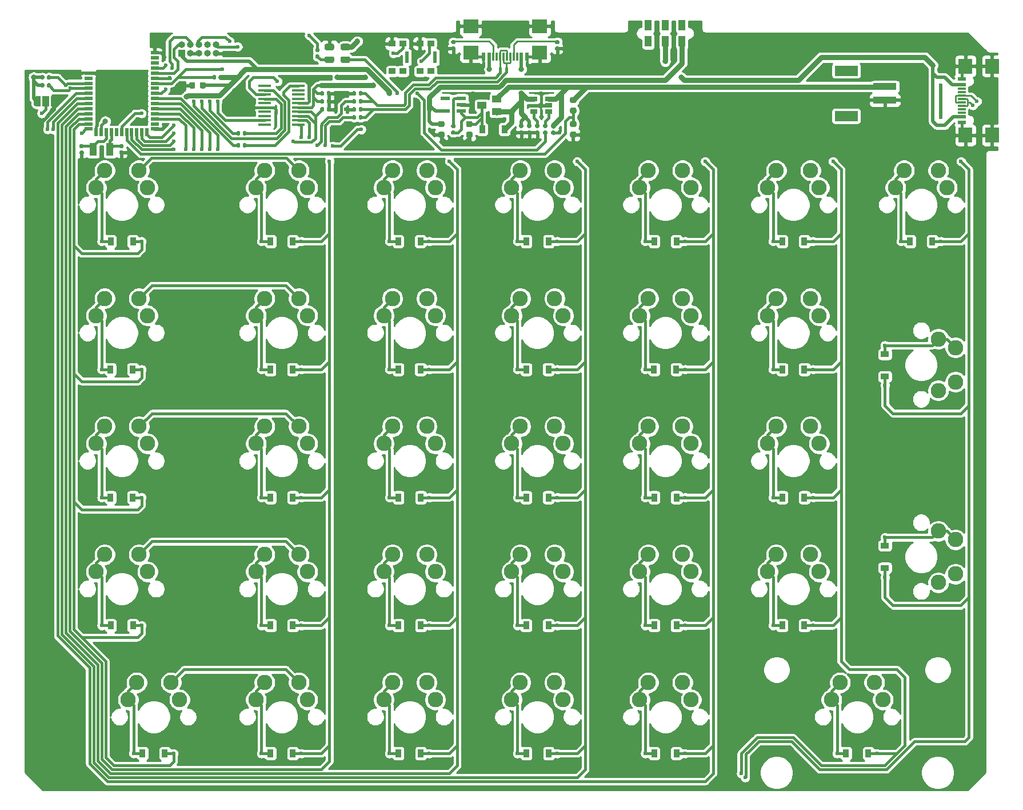
<source format=gbr>
%TF.GenerationSoftware,KiCad,Pcbnew,(5.1.6)-1*%
%TF.CreationDate,2020-07-04T18:05:08+02:00*%
%TF.ProjectId,aW_1,61575f31-2e6b-4696-9361-645f70636258,v1.0*%
%TF.SameCoordinates,Original*%
%TF.FileFunction,Copper,L1,Top*%
%TF.FilePolarity,Positive*%
%FSLAX46Y46*%
G04 Gerber Fmt 4.6, Leading zero omitted, Abs format (unit mm)*
G04 Created by KiCad (PCBNEW (5.1.6)-1) date 2020-07-04 18:05:08*
%MOMM*%
%LPD*%
G01*
G04 APERTURE LIST*
%TA.AperFunction,SMDPad,CuDef*%
%ADD10R,1.400000X1.000000*%
%TD*%
%TA.AperFunction,ComponentPad*%
%ADD11C,2.286000*%
%TD*%
%TA.AperFunction,SMDPad,CuDef*%
%ADD12R,1.000000X1.600000*%
%TD*%
%TA.AperFunction,ComponentPad*%
%ADD13O,1.000000X1.000000*%
%TD*%
%TA.AperFunction,ComponentPad*%
%ADD14R,1.000000X1.000000*%
%TD*%
%TA.AperFunction,SMDPad,CuDef*%
%ADD15R,0.550000X1.700000*%
%TD*%
%TA.AperFunction,SMDPad,CuDef*%
%ADD16R,1.000000X0.900000*%
%TD*%
%TA.AperFunction,SMDPad,CuDef*%
%ADD17R,0.900000X1.200000*%
%TD*%
%TA.AperFunction,SMDPad,CuDef*%
%ADD18R,1.200000X0.900000*%
%TD*%
%TA.AperFunction,SMDPad,CuDef*%
%ADD19R,3.400000X1.500000*%
%TD*%
%TA.AperFunction,SMDPad,CuDef*%
%ADD20R,3.500000X1.000000*%
%TD*%
%TA.AperFunction,SMDPad,CuDef*%
%ADD21R,2.000000X2.180000*%
%TD*%
%TA.AperFunction,SMDPad,CuDef*%
%ADD22R,1.150000X0.300000*%
%TD*%
%TA.AperFunction,SMDPad,CuDef*%
%ADD23R,1.150000X0.600000*%
%TD*%
%TA.AperFunction,SMDPad,CuDef*%
%ADD24R,2.180000X2.000000*%
%TD*%
%TA.AperFunction,SMDPad,CuDef*%
%ADD25R,0.300000X1.150000*%
%TD*%
%TA.AperFunction,SMDPad,CuDef*%
%ADD26R,0.600000X1.150000*%
%TD*%
%TA.AperFunction,SMDPad,CuDef*%
%ADD27R,1.000000X1.500000*%
%TD*%
%TA.AperFunction,SMDPad,CuDef*%
%ADD28C,0.100000*%
%TD*%
%TA.AperFunction,SMDPad,CuDef*%
%ADD29R,1.350000X0.600000*%
%TD*%
%TA.AperFunction,SMDPad,CuDef*%
%ADD30R,1.060000X0.650000*%
%TD*%
%TA.AperFunction,SMDPad,CuDef*%
%ADD31R,1.970000X0.410000*%
%TD*%
%TA.AperFunction,SMDPad,CuDef*%
%ADD32R,0.500000X1.200000*%
%TD*%
%TA.AperFunction,SMDPad,CuDef*%
%ADD33R,1.200000X0.500000*%
%TD*%
%TA.AperFunction,SMDPad,CuDef*%
%ADD34R,1.100000X1.900000*%
%TD*%
%TA.AperFunction,ViaPad*%
%ADD35C,0.800000*%
%TD*%
%TA.AperFunction,ViaPad*%
%ADD36C,0.600000*%
%TD*%
%TA.AperFunction,Conductor*%
%ADD37C,0.381000*%
%TD*%
%TA.AperFunction,Conductor*%
%ADD38C,0.254000*%
%TD*%
%TA.AperFunction,Conductor*%
%ADD39C,0.762000*%
%TD*%
%TA.AperFunction,Conductor*%
%ADD40C,0.508000*%
%TD*%
G04 APERTURE END LIST*
%TO.P,R12,1*%
%TO.N,/sda_right*%
%TA.AperFunction,SMDPad,CuDef*%
G36*
G01*
X74797250Y-39500746D02*
X74797250Y-39845746D01*
G75*
G02*
X74649750Y-39993246I-147500J0D01*
G01*
X74354750Y-39993246D01*
G75*
G02*
X74207250Y-39845746I0J147500D01*
G01*
X74207250Y-39500746D01*
G75*
G02*
X74354750Y-39353246I147500J0D01*
G01*
X74649750Y-39353246D01*
G75*
G02*
X74797250Y-39500746I0J-147500D01*
G01*
G37*
%TD.AperFunction*%
%TO.P,R12,2*%
%TO.N,+3V3*%
%TA.AperFunction,SMDPad,CuDef*%
G36*
G01*
X73827250Y-39500746D02*
X73827250Y-39845746D01*
G75*
G02*
X73679750Y-39993246I-147500J0D01*
G01*
X73384750Y-39993246D01*
G75*
G02*
X73237250Y-39845746I0J147500D01*
G01*
X73237250Y-39500746D01*
G75*
G02*
X73384750Y-39353246I147500J0D01*
G01*
X73679750Y-39353246D01*
G75*
G02*
X73827250Y-39500746I0J-147500D01*
G01*
G37*
%TD.AperFunction*%
%TD*%
D10*
%TO.P,U6,1*%
%TO.N,VBUS*%
X140844568Y-44768212D03*
%TO.P,U6,2*%
%TO.N,+BATT*%
X140844568Y-42868212D03*
%TO.P,U6,3*%
%TO.N,Net-(C3-Pad1)*%
X138644568Y-43818212D03*
%TD*%
D11*
%TO.P,K33,2*%
%TO.N,/row4*%
X196792822Y-129241454D03*
X198062822Y-131781454D03*
%TO.P,K33,1*%
%TO.N,Net-(D35-Pad2)*%
X191712822Y-129241454D03*
X190442822Y-131781454D03*
%TD*%
%TO.P,R17,2*%
%TO.N,GND*%
%TA.AperFunction,SMDPad,CuDef*%
G36*
G01*
X151923216Y-47721040D02*
X152435716Y-47721040D01*
G75*
G02*
X152654466Y-47939790I0J-218750D01*
G01*
X152654466Y-48377290D01*
G75*
G02*
X152435716Y-48596040I-218750J0D01*
G01*
X151923216Y-48596040D01*
G75*
G02*
X151704466Y-48377290I0J218750D01*
G01*
X151704466Y-47939790D01*
G75*
G02*
X151923216Y-47721040I218750J0D01*
G01*
G37*
%TD.AperFunction*%
%TO.P,R17,1*%
%TO.N,/bsense*%
%TA.AperFunction,SMDPad,CuDef*%
G36*
G01*
X151923216Y-46146040D02*
X152435716Y-46146040D01*
G75*
G02*
X152654466Y-46364790I0J-218750D01*
G01*
X152654466Y-46802290D01*
G75*
G02*
X152435716Y-47021040I-218750J0D01*
G01*
X151923216Y-47021040D01*
G75*
G02*
X151704466Y-46802290I0J218750D01*
G01*
X151704466Y-46364790D01*
G75*
G02*
X151923216Y-46146040I218750J0D01*
G01*
G37*
%TD.AperFunction*%
%TD*%
%TO.P,R16,2*%
%TO.N,/bsense*%
%TA.AperFunction,SMDPad,CuDef*%
G36*
G01*
X151923216Y-44168212D02*
X152435716Y-44168212D01*
G75*
G02*
X152654466Y-44386962I0J-218750D01*
G01*
X152654466Y-44824462D01*
G75*
G02*
X152435716Y-45043212I-218750J0D01*
G01*
X151923216Y-45043212D01*
G75*
G02*
X151704466Y-44824462I0J218750D01*
G01*
X151704466Y-44386962D01*
G75*
G02*
X151923216Y-44168212I218750J0D01*
G01*
G37*
%TD.AperFunction*%
%TO.P,R16,1*%
%TO.N,+BATT*%
%TA.AperFunction,SMDPad,CuDef*%
G36*
G01*
X151923216Y-42593212D02*
X152435716Y-42593212D01*
G75*
G02*
X152654466Y-42811962I0J-218750D01*
G01*
X152654466Y-43249462D01*
G75*
G02*
X152435716Y-43468212I-218750J0D01*
G01*
X151923216Y-43468212D01*
G75*
G02*
X151704466Y-43249462I0J218750D01*
G01*
X151704466Y-42811962D01*
G75*
G02*
X151923216Y-42593212I218750J0D01*
G01*
G37*
%TD.AperFunction*%
%TD*%
%TO.P,K3,2*%
%TO.N,/row0*%
X130473422Y-53447854D03*
X131743422Y-55987854D03*
%TO.P,K3,1*%
%TO.N,Net-(D5-Pad2)*%
X125393422Y-53447854D03*
X124123422Y-55987854D03*
%TD*%
%TO.P,K13,2*%
%TO.N,/row1*%
X187318622Y-72396254D03*
X188588622Y-74936254D03*
%TO.P,K13,1*%
%TO.N,Net-(D15-Pad2)*%
X182238622Y-72396254D03*
X180968622Y-74936254D03*
%TD*%
%TO.P,K7,2*%
%TO.N,/row0*%
X206267022Y-53447854D03*
X207537022Y-55987854D03*
%TO.P,K7,1*%
%TO.N,Net-(D9-Pad2)*%
X201187022Y-53447854D03*
X199917022Y-55987854D03*
%TD*%
%TO.P,K12,2*%
%TO.N,/row1*%
X168370222Y-72396254D03*
X169640222Y-74936254D03*
%TO.P,K12,1*%
%TO.N,Net-(D14-Pad2)*%
X163290222Y-72396254D03*
X162020222Y-74936254D03*
%TD*%
%TO.P,K4,2*%
%TO.N,/row0*%
X149421822Y-53447854D03*
X150691822Y-55987854D03*
%TO.P,K4,1*%
%TO.N,Net-(D6-Pad2)*%
X144341822Y-53447854D03*
X143071822Y-55987854D03*
%TD*%
%TO.P,K16,2*%
%TO.N,/row2*%
X111525022Y-91344654D03*
X112795022Y-93884654D03*
%TO.P,K16,1*%
%TO.N,Net-(D18-Pad2)*%
X106445022Y-91344654D03*
X105175022Y-93884654D03*
%TD*%
%TO.P,K17,2*%
%TO.N,/row2*%
X130473422Y-91344654D03*
X131743422Y-93884654D03*
%TO.P,K17,1*%
%TO.N,Net-(D19-Pad2)*%
X125393422Y-91344654D03*
X124123422Y-93884654D03*
%TD*%
%TO.P,K20,2*%
%TO.N,/row2*%
X187318622Y-91344654D03*
X188588622Y-93884654D03*
%TO.P,K20,1*%
%TO.N,Net-(D22-Pad2)*%
X182238622Y-91344654D03*
X180968622Y-93884654D03*
%TD*%
%TO.P,K5,2*%
%TO.N,/row0*%
X168370222Y-53447854D03*
X169640222Y-55987854D03*
%TO.P,K5,1*%
%TO.N,Net-(D7-Pad2)*%
X163290222Y-53447854D03*
X162020222Y-55987854D03*
%TD*%
%TO.P,K11,2*%
%TO.N,/row1*%
X149421822Y-72396254D03*
X150691822Y-74936254D03*
%TO.P,K11,1*%
%TO.N,Net-(D13-Pad2)*%
X144341822Y-72396254D03*
X143071822Y-74936254D03*
%TD*%
%TO.P,K19,2*%
%TO.N,/row2*%
X168370222Y-91344654D03*
X169640222Y-93884654D03*
%TO.P,K19,1*%
%TO.N,Net-(D21-Pad2)*%
X163290222Y-91344654D03*
X162020222Y-93884654D03*
%TD*%
%TO.P,K18,2*%
%TO.N,/row2*%
X149421822Y-91344654D03*
X150691822Y-93884654D03*
%TO.P,K18,1*%
%TO.N,Net-(D20-Pad2)*%
X144341822Y-91344654D03*
X143071822Y-93884654D03*
%TD*%
%TO.P,K6,2*%
%TO.N,/row0*%
X187318622Y-53447854D03*
X188588622Y-55987854D03*
%TO.P,K6,1*%
%TO.N,Net-(D8-Pad2)*%
X182238622Y-53447854D03*
X180968622Y-55987854D03*
%TD*%
%TO.P,K9,2*%
%TO.N,/row1*%
X111525022Y-72396254D03*
X112795022Y-74936254D03*
%TO.P,K9,1*%
%TO.N,Net-(D11-Pad2)*%
X106445022Y-72396254D03*
X105175022Y-74936254D03*
%TD*%
%TO.P,K10,2*%
%TO.N,/row1*%
X130473422Y-72396254D03*
X131743422Y-74936254D03*
%TO.P,K10,1*%
%TO.N,Net-(D12-Pad2)*%
X125393422Y-72396254D03*
X124123422Y-74936254D03*
%TD*%
%TO.P,K2,2*%
%TO.N,/row0*%
X111525022Y-53447854D03*
X112795022Y-55987854D03*
%TO.P,K2,1*%
%TO.N,Net-(D4-Pad2)*%
X106445022Y-53447854D03*
X105175022Y-55987854D03*
%TD*%
%TO.P,K28,2*%
%TO.N,/row4*%
X92576622Y-129241454D03*
X93846622Y-131781454D03*
%TO.P,K28,1*%
%TO.N,Net-(D30-Pad2)*%
X87496622Y-129241454D03*
X86226622Y-131781454D03*
%TD*%
%TO.P,K30,2*%
%TO.N,/row4*%
X130473422Y-129241454D03*
X131743422Y-131781454D03*
%TO.P,K30,1*%
%TO.N,Net-(D32-Pad2)*%
X125393422Y-129241454D03*
X124123422Y-131781454D03*
%TD*%
%TO.P,K23,2*%
%TO.N,/row3*%
X111525022Y-110293054D03*
X112795022Y-112833054D03*
%TO.P,K23,1*%
%TO.N,Net-(D25-Pad2)*%
X106445022Y-110293054D03*
X105175022Y-112833054D03*
%TD*%
%TO.P,K32,2*%
%TO.N,/row4*%
X168370222Y-129241454D03*
X169640222Y-131781454D03*
%TO.P,K32,1*%
%TO.N,Net-(D34-Pad2)*%
X163290222Y-129241454D03*
X162020222Y-131781454D03*
%TD*%
%TO.P,K27,2*%
%TO.N,/row3*%
X187318622Y-110293054D03*
X188588622Y-112833054D03*
%TO.P,K27,1*%
%TO.N,Net-(D29-Pad2)*%
X182238622Y-110293054D03*
X180968622Y-112833054D03*
%TD*%
%TO.P,K25,2*%
%TO.N,/row3*%
X149421822Y-110293054D03*
X150691822Y-112833054D03*
%TO.P,K25,1*%
%TO.N,Net-(D27-Pad2)*%
X144341822Y-110293054D03*
X143071822Y-112833054D03*
%TD*%
%TO.P,K29,2*%
%TO.N,/row4*%
X111525022Y-129241454D03*
X112795022Y-131781454D03*
%TO.P,K29,1*%
%TO.N,Net-(D31-Pad2)*%
X106445022Y-129241454D03*
X105175022Y-131781454D03*
%TD*%
%TO.P,K26,2*%
%TO.N,/row3*%
X168370222Y-110293054D03*
X169640222Y-112833054D03*
%TO.P,K26,1*%
%TO.N,Net-(D28-Pad2)*%
X163290222Y-110293054D03*
X162020222Y-112833054D03*
%TD*%
%TO.P,K24,2*%
%TO.N,/row3*%
X130473422Y-110293054D03*
X131743422Y-112833054D03*
%TO.P,K24,1*%
%TO.N,Net-(D26-Pad2)*%
X125393422Y-110293054D03*
X124123422Y-112833054D03*
%TD*%
%TO.P,K31,2*%
%TO.N,/row4*%
X149421822Y-129241454D03*
X150691822Y-131781454D03*
%TO.P,K31,1*%
%TO.N,Net-(D33-Pad2)*%
X144341822Y-129241454D03*
X143071822Y-131781454D03*
%TD*%
%TO.P,K14,1*%
%TO.N,Net-(D16-Pad2)*%
X208807022Y-79673354D03*
X206267022Y-78403354D03*
%TO.P,K14,2*%
%TO.N,/row1*%
X208807022Y-84753354D03*
X206267022Y-86023354D03*
%TD*%
%TO.P,K8,1*%
%TO.N,Net-(D10-Pad2)*%
X82759522Y-72396254D03*
X81489522Y-74936254D03*
%TO.P,K8,2*%
%TO.N,/row1*%
X87839522Y-72396254D03*
X89109522Y-74936254D03*
%TD*%
%TO.P,K21,1*%
%TO.N,Net-(D23-Pad2)*%
X208807022Y-108095954D03*
X206267022Y-106825954D03*
%TO.P,K21,2*%
%TO.N,/row3*%
X208807022Y-113175954D03*
X206267022Y-114445954D03*
%TD*%
%TO.P,K22,1*%
%TO.N,Net-(D24-Pad2)*%
X82759522Y-110293054D03*
X81489522Y-112833054D03*
%TO.P,K22,2*%
%TO.N,/row3*%
X87839522Y-110293054D03*
X89109522Y-112833054D03*
%TD*%
%TO.P,K1,1*%
%TO.N,Net-(D3-Pad2)*%
X82759522Y-53447854D03*
X81489522Y-55987854D03*
%TO.P,K1,2*%
%TO.N,/row0*%
X87839522Y-53447854D03*
X89109522Y-55987854D03*
%TD*%
%TO.P,K15,1*%
%TO.N,Net-(D17-Pad2)*%
X82759522Y-91344654D03*
X81489522Y-93884654D03*
%TO.P,K15,2*%
%TO.N,/row2*%
X87839522Y-91344654D03*
X89109522Y-93884654D03*
%TD*%
D12*
%TO.P,S1,6*%
%TO.N,Net-(S1-Pad6)*%
X163298640Y-31959728D03*
%TO.P,S1,5*%
%TO.N,Net-(S1-Pad5)*%
X165798640Y-31959728D03*
%TO.P,S1,4*%
%TO.N,Net-(S1-Pad4)*%
X168298640Y-31959728D03*
%TO.P,S1,3*%
%TO.N,Net-(S1-Pad3)*%
X163298640Y-34359728D03*
%TO.P,S1,2*%
%TO.N,+3V3*%
X165798640Y-34359728D03*
%TO.P,S1,1*%
%TO.N,Net-(C2-Pad1)*%
X168298640Y-34359728D03*
%TD*%
D13*
%TO.P,J4,10*%
%TO.N,/reset*%
X99229942Y-34850418D03*
%TO.P,J4,9*%
%TO.N,GND*%
X99229942Y-36120418D03*
%TO.P,J4,8*%
%TO.N,Net-(J4-Pad8)*%
X97959942Y-34850418D03*
%TO.P,J4,7*%
%TO.N,Net-(J4-Pad7)*%
X97959942Y-36120418D03*
%TO.P,J4,6*%
%TO.N,/swo*%
X96689942Y-34850418D03*
%TO.P,J4,5*%
%TO.N,GND*%
X96689942Y-36120418D03*
%TO.P,J4,4*%
%TO.N,/swdclk*%
X95419942Y-34850418D03*
%TO.P,J4,3*%
%TO.N,GND*%
X95419942Y-36120418D03*
%TO.P,J4,2*%
%TO.N,/swdio*%
X94149942Y-34850418D03*
D14*
%TO.P,J4,1*%
%TO.N,+3V3*%
X94149942Y-36120418D03*
%TD*%
D15*
%TO.P,SW2,5*%
%TO.N,N/C*%
X127550394Y-36712556D03*
D16*
%TO.P,SW2,4*%
X126925394Y-38762556D03*
%TO.P,SW2,3*%
X125325394Y-38762556D03*
%TO.P,SW2,2*%
%TO.N,GND*%
X125325394Y-34662556D03*
%TO.P,SW2,1*%
%TO.N,/btn2*%
X126925394Y-34662556D03*
%TD*%
%TO.P,R10,2*%
%TO.N,/reset*%
%TA.AperFunction,SMDPad,CuDef*%
G36*
G01*
X99289184Y-39500746D02*
X99289184Y-39845746D01*
G75*
G02*
X99141684Y-39993246I-147500J0D01*
G01*
X98846684Y-39993246D01*
G75*
G02*
X98699184Y-39845746I0J147500D01*
G01*
X98699184Y-39500746D01*
G75*
G02*
X98846684Y-39353246I147500J0D01*
G01*
X99141684Y-39353246D01*
G75*
G02*
X99289184Y-39500746I0J-147500D01*
G01*
G37*
%TD.AperFunction*%
%TO.P,R10,1*%
%TO.N,+3V3*%
%TA.AperFunction,SMDPad,CuDef*%
G36*
G01*
X100259184Y-39500746D02*
X100259184Y-39845746D01*
G75*
G02*
X100111684Y-39993246I-147500J0D01*
G01*
X99816684Y-39993246D01*
G75*
G02*
X99669184Y-39845746I0J147500D01*
G01*
X99669184Y-39500746D01*
G75*
G02*
X99816684Y-39353246I147500J0D01*
G01*
X100111684Y-39353246D01*
G75*
G02*
X100259184Y-39500746I0J-147500D01*
G01*
G37*
%TD.AperFunction*%
%TD*%
%TO.P,R11,2*%
%TO.N,/uart_tx*%
%TA.AperFunction,SMDPad,CuDef*%
G36*
G01*
X103222012Y-48135678D02*
X103222012Y-47790678D01*
G75*
G02*
X103369512Y-47643178I147500J0D01*
G01*
X103664512Y-47643178D01*
G75*
G02*
X103812012Y-47790678I0J-147500D01*
G01*
X103812012Y-48135678D01*
G75*
G02*
X103664512Y-48283178I-147500J0D01*
G01*
X103369512Y-48283178D01*
G75*
G02*
X103222012Y-48135678I0J147500D01*
G01*
G37*
%TD.AperFunction*%
%TO.P,R11,1*%
%TO.N,Net-(R11-Pad1)*%
%TA.AperFunction,SMDPad,CuDef*%
G36*
G01*
X102252012Y-48135678D02*
X102252012Y-47790678D01*
G75*
G02*
X102399512Y-47643178I147500J0D01*
G01*
X102694512Y-47643178D01*
G75*
G02*
X102842012Y-47790678I0J-147500D01*
G01*
X102842012Y-48135678D01*
G75*
G02*
X102694512Y-48283178I-147500J0D01*
G01*
X102399512Y-48283178D01*
G75*
G02*
X102252012Y-48135678I0J147500D01*
G01*
G37*
%TD.AperFunction*%
%TD*%
%TO.P,R14,2*%
%TO.N,/uart_rx*%
%TA.AperFunction,SMDPad,CuDef*%
G36*
G01*
X103222012Y-49912092D02*
X103222012Y-49567092D01*
G75*
G02*
X103369512Y-49419592I147500J0D01*
G01*
X103664512Y-49419592D01*
G75*
G02*
X103812012Y-49567092I0J-147500D01*
G01*
X103812012Y-49912092D01*
G75*
G02*
X103664512Y-50059592I-147500J0D01*
G01*
X103369512Y-50059592D01*
G75*
G02*
X103222012Y-49912092I0J147500D01*
G01*
G37*
%TD.AperFunction*%
%TO.P,R14,1*%
%TO.N,Net-(R14-Pad1)*%
%TA.AperFunction,SMDPad,CuDef*%
G36*
G01*
X102252012Y-49912092D02*
X102252012Y-49567092D01*
G75*
G02*
X102399512Y-49419592I147500J0D01*
G01*
X102694512Y-49419592D01*
G75*
G02*
X102842012Y-49567092I0J-147500D01*
G01*
X102842012Y-49912092D01*
G75*
G02*
X102694512Y-50059592I-147500J0D01*
G01*
X102399512Y-50059592D01*
G75*
G02*
X102252012Y-49912092I0J147500D01*
G01*
G37*
%TD.AperFunction*%
%TD*%
D17*
%TO.P,D35,2*%
%TO.N,Net-(D35-Pad2)*%
X192602822Y-139744568D03*
%TO.P,D35,1*%
%TO.N,/col5*%
X195902822Y-139744568D03*
%TD*%
%TO.P,D34,2*%
%TO.N,Net-(D34-Pad2)*%
X164180222Y-139744568D03*
%TO.P,D34,1*%
%TO.N,/col4*%
X167480222Y-139744568D03*
%TD*%
%TO.P,D33,2*%
%TO.N,Net-(D33-Pad2)*%
X145231822Y-139744568D03*
%TO.P,D33,1*%
%TO.N,/col3*%
X148531822Y-139744568D03*
%TD*%
%TO.P,D32,2*%
%TO.N,Net-(D32-Pad2)*%
X126283422Y-139744568D03*
%TO.P,D32,1*%
%TO.N,/col2*%
X129583422Y-139744568D03*
%TD*%
%TO.P,D31,2*%
%TO.N,Net-(D31-Pad2)*%
X107335022Y-139744568D03*
%TO.P,D31,1*%
%TO.N,/col1*%
X110635022Y-139744568D03*
%TD*%
%TO.P,D30,2*%
%TO.N,Net-(D30-Pad2)*%
X88380272Y-139744568D03*
%TO.P,D30,1*%
%TO.N,/col0*%
X91680272Y-139744568D03*
%TD*%
%TO.P,D29,2*%
%TO.N,Net-(D29-Pad2)*%
X183128622Y-120796152D03*
%TO.P,D29,1*%
%TO.N,/col5*%
X186428622Y-120796152D03*
%TD*%
%TO.P,D28,2*%
%TO.N,Net-(D28-Pad2)*%
X164180222Y-120796152D03*
%TO.P,D28,1*%
%TO.N,/col4*%
X167480222Y-120796152D03*
%TD*%
%TO.P,D27,2*%
%TO.N,Net-(D27-Pad2)*%
X145200224Y-120796152D03*
%TO.P,D27,1*%
%TO.N,/col3*%
X148500224Y-120796152D03*
%TD*%
%TO.P,D26,2*%
%TO.N,Net-(D26-Pad2)*%
X126283422Y-120796152D03*
%TO.P,D26,1*%
%TO.N,/col2*%
X129583422Y-120796152D03*
%TD*%
%TO.P,D25,2*%
%TO.N,Net-(D25-Pad2)*%
X107335022Y-120796152D03*
%TO.P,D25,1*%
%TO.N,/col1*%
X110635022Y-120796152D03*
%TD*%
%TO.P,D24,2*%
%TO.N,Net-(D24-Pad2)*%
X83649522Y-120796152D03*
%TO.P,D24,1*%
%TO.N,/col0*%
X86949522Y-120796152D03*
%TD*%
D18*
%TO.P,D23,2*%
%TO.N,Net-(D23-Pad2)*%
X198366230Y-108985954D03*
%TO.P,D23,1*%
%TO.N,/col6*%
X198366230Y-112285954D03*
%TD*%
D17*
%TO.P,D22,2*%
%TO.N,Net-(D22-Pad2)*%
X183128622Y-101847736D03*
%TO.P,D22,1*%
%TO.N,/col5*%
X186428622Y-101847736D03*
%TD*%
%TO.P,D21,2*%
%TO.N,Net-(D21-Pad2)*%
X164180222Y-101847736D03*
%TO.P,D21,1*%
%TO.N,/col4*%
X167480222Y-101847736D03*
%TD*%
%TO.P,D20,2*%
%TO.N,Net-(D20-Pad2)*%
X145200224Y-101847736D03*
%TO.P,D20,1*%
%TO.N,/col3*%
X148500224Y-101847736D03*
%TD*%
%TO.P,D19,2*%
%TO.N,Net-(D19-Pad2)*%
X126283422Y-101847736D03*
%TO.P,D19,1*%
%TO.N,/col2*%
X129583422Y-101847736D03*
%TD*%
%TO.P,D18,2*%
%TO.N,Net-(D18-Pad2)*%
X107325273Y-101847736D03*
%TO.P,D18,1*%
%TO.N,/col1*%
X110625273Y-101847736D03*
%TD*%
%TO.P,D17,2*%
%TO.N,Net-(D17-Pad2)*%
X83617872Y-101847736D03*
%TO.P,D17,1*%
%TO.N,/col0*%
X86917872Y-101847736D03*
%TD*%
D18*
%TO.P,D16,2*%
%TO.N,Net-(D16-Pad2)*%
X198366230Y-80657182D03*
%TO.P,D16,1*%
%TO.N,/col6*%
X198366230Y-83957182D03*
%TD*%
D17*
%TO.P,D15,2*%
%TO.N,Net-(D15-Pad2)*%
X183128622Y-82899320D03*
%TO.P,D15,1*%
%TO.N,/col5*%
X186428622Y-82899320D03*
%TD*%
%TO.P,D14,2*%
%TO.N,Net-(D14-Pad2)*%
X164148640Y-82899320D03*
%TO.P,D14,1*%
%TO.N,/col4*%
X167448640Y-82899320D03*
%TD*%
%TO.P,D13,2*%
%TO.N,Net-(D13-Pad2)*%
X145200224Y-82899320D03*
%TO.P,D13,1*%
%TO.N,/col3*%
X148500224Y-82899320D03*
%TD*%
%TO.P,D12,2*%
%TO.N,Net-(D12-Pad2)*%
X126251808Y-82899320D03*
%TO.P,D12,1*%
%TO.N,/col2*%
X129551808Y-82899320D03*
%TD*%
%TO.P,D11,2*%
%TO.N,Net-(D11-Pad2)*%
X107303392Y-82899320D03*
%TO.P,D11,1*%
%TO.N,/col1*%
X110603392Y-82899320D03*
%TD*%
%TO.P,D10,2*%
%TO.N,Net-(D10-Pad2)*%
X83617872Y-82899320D03*
%TO.P,D10,1*%
%TO.N,/col0*%
X86917872Y-82899320D03*
%TD*%
%TO.P,D9,2*%
%TO.N,Net-(D9-Pad2)*%
X202077022Y-63950904D03*
%TO.P,D9,1*%
%TO.N,/col6*%
X205377022Y-63950904D03*
%TD*%
%TO.P,D8,2*%
%TO.N,Net-(D8-Pad2)*%
X183128622Y-63950904D03*
%TO.P,D8,1*%
%TO.N,/col5*%
X186428622Y-63950904D03*
%TD*%
%TO.P,D7,2*%
%TO.N,Net-(D7-Pad2)*%
X164180222Y-63950904D03*
%TO.P,D7,1*%
%TO.N,/col4*%
X167480222Y-63950904D03*
%TD*%
%TO.P,D6,2*%
%TO.N,Net-(D6-Pad2)*%
X145231822Y-63950904D03*
%TO.P,D6,1*%
%TO.N,/col3*%
X148531822Y-63950904D03*
%TD*%
%TO.P,D5,2*%
%TO.N,Net-(D5-Pad2)*%
X126251808Y-63950904D03*
%TO.P,D5,1*%
%TO.N,/col2*%
X129551808Y-63950904D03*
%TD*%
%TO.P,D4,2*%
%TO.N,Net-(D4-Pad2)*%
X107335022Y-63950904D03*
%TO.P,D4,1*%
%TO.N,/col1*%
X110635022Y-63950904D03*
%TD*%
%TO.P,D3,2*%
%TO.N,Net-(D3-Pad2)*%
X83649522Y-63950904D03*
%TO.P,D3,1*%
%TO.N,/col0*%
X86949522Y-63950904D03*
%TD*%
D19*
%TO.P,BT1,S1*%
%TO.N,N/C*%
X192616230Y-38691798D03*
%TO.P,BT1,S2*%
X192616230Y-45391798D03*
D20*
%TO.P,BT1,1*%
%TO.N,+BATT*%
X198366230Y-41041798D03*
%TO.P,BT1,2*%
%TO.N,GND*%
X198366230Y-43041798D03*
%TD*%
%TO.P,C2,2*%
%TO.N,GND*%
%TA.AperFunction,SMDPad,CuDef*%
G36*
G01*
X132382662Y-47721040D02*
X132895162Y-47721040D01*
G75*
G02*
X133113912Y-47939790I0J-218750D01*
G01*
X133113912Y-48377290D01*
G75*
G02*
X132895162Y-48596040I-218750J0D01*
G01*
X132382662Y-48596040D01*
G75*
G02*
X132163912Y-48377290I0J218750D01*
G01*
X132163912Y-47939790D01*
G75*
G02*
X132382662Y-47721040I218750J0D01*
G01*
G37*
%TD.AperFunction*%
%TO.P,C2,1*%
%TO.N,Net-(C2-Pad1)*%
%TA.AperFunction,SMDPad,CuDef*%
G36*
G01*
X132382662Y-46146040D02*
X132895162Y-46146040D01*
G75*
G02*
X133113912Y-46364790I0J-218750D01*
G01*
X133113912Y-46802290D01*
G75*
G02*
X132895162Y-47021040I-218750J0D01*
G01*
X132382662Y-47021040D01*
G75*
G02*
X132163912Y-46802290I0J218750D01*
G01*
X132163912Y-46364790D01*
G75*
G02*
X132382662Y-46146040I218750J0D01*
G01*
G37*
%TD.AperFunction*%
%TD*%
%TO.P,C3,2*%
%TO.N,GND*%
%TA.AperFunction,SMDPad,CuDef*%
G36*
G01*
X136527628Y-47721040D02*
X137040128Y-47721040D01*
G75*
G02*
X137258878Y-47939790I0J-218750D01*
G01*
X137258878Y-48377290D01*
G75*
G02*
X137040128Y-48596040I-218750J0D01*
G01*
X136527628Y-48596040D01*
G75*
G02*
X136308878Y-48377290I0J218750D01*
G01*
X136308878Y-47939790D01*
G75*
G02*
X136527628Y-47721040I218750J0D01*
G01*
G37*
%TD.AperFunction*%
%TO.P,C3,1*%
%TO.N,Net-(C3-Pad1)*%
%TA.AperFunction,SMDPad,CuDef*%
G36*
G01*
X136527628Y-46146040D02*
X137040128Y-46146040D01*
G75*
G02*
X137258878Y-46364790I0J-218750D01*
G01*
X137258878Y-46802290D01*
G75*
G02*
X137040128Y-47021040I-218750J0D01*
G01*
X136527628Y-47021040D01*
G75*
G02*
X136308878Y-46802290I0J218750D01*
G01*
X136308878Y-46364790D01*
G75*
G02*
X136527628Y-46146040I218750J0D01*
G01*
G37*
%TD.AperFunction*%
%TD*%
%TO.P,C4,2*%
%TO.N,GND*%
%TA.AperFunction,SMDPad,CuDef*%
G36*
G01*
X145493448Y-47561040D02*
X145838448Y-47561040D01*
G75*
G02*
X145985948Y-47708540I0J-147500D01*
G01*
X145985948Y-48003540D01*
G75*
G02*
X145838448Y-48151040I-147500J0D01*
G01*
X145493448Y-48151040D01*
G75*
G02*
X145345948Y-48003540I0J147500D01*
G01*
X145345948Y-47708540D01*
G75*
G02*
X145493448Y-47561040I147500J0D01*
G01*
G37*
%TD.AperFunction*%
%TO.P,C4,1*%
%TO.N,VBUS*%
%TA.AperFunction,SMDPad,CuDef*%
G36*
G01*
X145493448Y-46591040D02*
X145838448Y-46591040D01*
G75*
G02*
X145985948Y-46738540I0J-147500D01*
G01*
X145985948Y-47033540D01*
G75*
G02*
X145838448Y-47181040I-147500J0D01*
G01*
X145493448Y-47181040D01*
G75*
G02*
X145345948Y-47033540I0J147500D01*
G01*
X145345948Y-46738540D01*
G75*
G02*
X145493448Y-46591040I147500J0D01*
G01*
G37*
%TD.AperFunction*%
%TD*%
%TO.P,C5,2*%
%TO.N,GND*%
%TA.AperFunction,SMDPad,CuDef*%
G36*
G01*
X149046276Y-47561040D02*
X149391276Y-47561040D01*
G75*
G02*
X149538776Y-47708540I0J-147500D01*
G01*
X149538776Y-48003540D01*
G75*
G02*
X149391276Y-48151040I-147500J0D01*
G01*
X149046276Y-48151040D01*
G75*
G02*
X148898776Y-48003540I0J147500D01*
G01*
X148898776Y-47708540D01*
G75*
G02*
X149046276Y-47561040I147500J0D01*
G01*
G37*
%TD.AperFunction*%
%TO.P,C5,1*%
%TO.N,+BATT*%
%TA.AperFunction,SMDPad,CuDef*%
G36*
G01*
X149046276Y-46591040D02*
X149391276Y-46591040D01*
G75*
G02*
X149538776Y-46738540I0J-147500D01*
G01*
X149538776Y-47033540D01*
G75*
G02*
X149391276Y-47181040I-147500J0D01*
G01*
X149046276Y-47181040D01*
G75*
G02*
X148898776Y-47033540I0J147500D01*
G01*
X148898776Y-46738540D01*
G75*
G02*
X149046276Y-46591040I147500J0D01*
G01*
G37*
%TD.AperFunction*%
%TD*%
%TO.P,C6,2*%
%TO.N,GND*%
%TA.AperFunction,SMDPad,CuDef*%
G36*
G01*
X115656910Y-44582850D02*
X115656910Y-44237850D01*
G75*
G02*
X115804410Y-44090350I147500J0D01*
G01*
X116099410Y-44090350D01*
G75*
G02*
X116246910Y-44237850I0J-147500D01*
G01*
X116246910Y-44582850D01*
G75*
G02*
X116099410Y-44730350I-147500J0D01*
G01*
X115804410Y-44730350D01*
G75*
G02*
X115656910Y-44582850I0J147500D01*
G01*
G37*
%TD.AperFunction*%
%TO.P,C6,1*%
%TO.N,Net-(C6-Pad1)*%
%TA.AperFunction,SMDPad,CuDef*%
G36*
G01*
X114686910Y-44582850D02*
X114686910Y-44237850D01*
G75*
G02*
X114834410Y-44090350I147500J0D01*
G01*
X115129410Y-44090350D01*
G75*
G02*
X115276910Y-44237850I0J-147500D01*
G01*
X115276910Y-44582850D01*
G75*
G02*
X115129410Y-44730350I-147500J0D01*
G01*
X114834410Y-44730350D01*
G75*
G02*
X114686910Y-44582850I0J147500D01*
G01*
G37*
%TD.AperFunction*%
%TD*%
%TO.P,C7,2*%
%TO.N,GND*%
%TA.AperFunction,SMDPad,CuDef*%
G36*
G01*
X115656910Y-43398574D02*
X115656910Y-43053574D01*
G75*
G02*
X115804410Y-42906074I147500J0D01*
G01*
X116099410Y-42906074D01*
G75*
G02*
X116246910Y-43053574I0J-147500D01*
G01*
X116246910Y-43398574D01*
G75*
G02*
X116099410Y-43546074I-147500J0D01*
G01*
X115804410Y-43546074D01*
G75*
G02*
X115656910Y-43398574I0J147500D01*
G01*
G37*
%TD.AperFunction*%
%TO.P,C7,1*%
%TO.N,VBUS*%
%TA.AperFunction,SMDPad,CuDef*%
G36*
G01*
X114686910Y-43398574D02*
X114686910Y-43053574D01*
G75*
G02*
X114834410Y-42906074I147500J0D01*
G01*
X115129410Y-42906074D01*
G75*
G02*
X115276910Y-43053574I0J-147500D01*
G01*
X115276910Y-43398574D01*
G75*
G02*
X115129410Y-43546074I-147500J0D01*
G01*
X114834410Y-43546074D01*
G75*
G02*
X114686910Y-43398574I0J147500D01*
G01*
G37*
%TD.AperFunction*%
%TD*%
%TO.P,C8,2*%
%TO.N,GND*%
%TA.AperFunction,SMDPad,CuDef*%
G36*
G01*
X115656910Y-42214298D02*
X115656910Y-41869298D01*
G75*
G02*
X115804410Y-41721798I147500J0D01*
G01*
X116099410Y-41721798D01*
G75*
G02*
X116246910Y-41869298I0J-147500D01*
G01*
X116246910Y-42214298D01*
G75*
G02*
X116099410Y-42361798I-147500J0D01*
G01*
X115804410Y-42361798D01*
G75*
G02*
X115656910Y-42214298I0J147500D01*
G01*
G37*
%TD.AperFunction*%
%TO.P,C8,1*%
%TO.N,VBUS*%
%TA.AperFunction,SMDPad,CuDef*%
G36*
G01*
X114686910Y-42214298D02*
X114686910Y-41869298D01*
G75*
G02*
X114834410Y-41721798I147500J0D01*
G01*
X115129410Y-41721798D01*
G75*
G02*
X115276910Y-41869298I0J-147500D01*
G01*
X115276910Y-42214298D01*
G75*
G02*
X115129410Y-42361798I-147500J0D01*
G01*
X114834410Y-42361798D01*
G75*
G02*
X114686910Y-42214298I0J147500D01*
G01*
G37*
%TD.AperFunction*%
%TD*%
%TO.P,C9,2*%
%TO.N,GND*%
%TA.AperFunction,SMDPad,CuDef*%
G36*
G01*
X120013876Y-44237780D02*
X120013876Y-44582780D01*
G75*
G02*
X119866376Y-44730280I-147500J0D01*
G01*
X119571376Y-44730280D01*
G75*
G02*
X119423876Y-44582780I0J147500D01*
G01*
X119423876Y-44237780D01*
G75*
G02*
X119571376Y-44090280I147500J0D01*
G01*
X119866376Y-44090280D01*
G75*
G02*
X120013876Y-44237780I0J-147500D01*
G01*
G37*
%TD.AperFunction*%
%TO.P,C9,1*%
%TO.N,/main_usb_dn*%
%TA.AperFunction,SMDPad,CuDef*%
G36*
G01*
X120983876Y-44237780D02*
X120983876Y-44582780D01*
G75*
G02*
X120836376Y-44730280I-147500J0D01*
G01*
X120541376Y-44730280D01*
G75*
G02*
X120393876Y-44582780I0J147500D01*
G01*
X120393876Y-44237780D01*
G75*
G02*
X120541376Y-44090280I147500J0D01*
G01*
X120836376Y-44090280D01*
G75*
G02*
X120983876Y-44237780I0J-147500D01*
G01*
G37*
%TD.AperFunction*%
%TD*%
%TO.P,C10,2*%
%TO.N,GND*%
%TA.AperFunction,SMDPad,CuDef*%
G36*
G01*
X120013876Y-41869232D02*
X120013876Y-42214232D01*
G75*
G02*
X119866376Y-42361732I-147500J0D01*
G01*
X119571376Y-42361732D01*
G75*
G02*
X119423876Y-42214232I0J147500D01*
G01*
X119423876Y-41869232D01*
G75*
G02*
X119571376Y-41721732I147500J0D01*
G01*
X119866376Y-41721732D01*
G75*
G02*
X120013876Y-41869232I0J-147500D01*
G01*
G37*
%TD.AperFunction*%
%TO.P,C10,1*%
%TO.N,/main_usb_dp*%
%TA.AperFunction,SMDPad,CuDef*%
G36*
G01*
X120983876Y-41869232D02*
X120983876Y-42214232D01*
G75*
G02*
X120836376Y-42361732I-147500J0D01*
G01*
X120541376Y-42361732D01*
G75*
G02*
X120393876Y-42214232I0J147500D01*
G01*
X120393876Y-41869232D01*
G75*
G02*
X120541376Y-41721732I147500J0D01*
G01*
X120836376Y-41721732D01*
G75*
G02*
X120983876Y-41869232I0J-147500D01*
G01*
G37*
%TD.AperFunction*%
%TD*%
%TO.P,C11,2*%
%TO.N,GND*%
%TA.AperFunction,SMDPad,CuDef*%
G36*
G01*
X96168494Y-40601272D02*
X96168494Y-41113772D01*
G75*
G02*
X95949744Y-41332522I-218750J0D01*
G01*
X95512244Y-41332522D01*
G75*
G02*
X95293494Y-41113772I0J218750D01*
G01*
X95293494Y-40601272D01*
G75*
G02*
X95512244Y-40382522I218750J0D01*
G01*
X95949744Y-40382522D01*
G75*
G02*
X96168494Y-40601272I0J-218750D01*
G01*
G37*
%TD.AperFunction*%
%TO.P,C11,1*%
%TO.N,+3V3*%
%TA.AperFunction,SMDPad,CuDef*%
G36*
G01*
X97743494Y-40601272D02*
X97743494Y-41113772D01*
G75*
G02*
X97524744Y-41332522I-218750J0D01*
G01*
X97087244Y-41332522D01*
G75*
G02*
X96868494Y-41113772I0J218750D01*
G01*
X96868494Y-40601272D01*
G75*
G02*
X97087244Y-40382522I218750J0D01*
G01*
X97524744Y-40382522D01*
G75*
G02*
X97743494Y-40601272I0J-218750D01*
G01*
G37*
%TD.AperFunction*%
%TD*%
%TO.P,C12,2*%
%TO.N,GND*%
%TA.AperFunction,SMDPad,CuDef*%
G36*
G01*
X79173992Y-50521730D02*
X79518992Y-50521730D01*
G75*
G02*
X79666492Y-50669230I0J-147500D01*
G01*
X79666492Y-50964230D01*
G75*
G02*
X79518992Y-51111730I-147500J0D01*
G01*
X79173992Y-51111730D01*
G75*
G02*
X79026492Y-50964230I0J147500D01*
G01*
X79026492Y-50669230D01*
G75*
G02*
X79173992Y-50521730I147500J0D01*
G01*
G37*
%TD.AperFunction*%
%TO.P,C12,1*%
%TO.N,Net-(C12-Pad1)*%
%TA.AperFunction,SMDPad,CuDef*%
G36*
G01*
X79173992Y-49551730D02*
X79518992Y-49551730D01*
G75*
G02*
X79666492Y-49699230I0J-147500D01*
G01*
X79666492Y-49994230D01*
G75*
G02*
X79518992Y-50141730I-147500J0D01*
G01*
X79173992Y-50141730D01*
G75*
G02*
X79026492Y-49994230I0J147500D01*
G01*
X79026492Y-49699230D01*
G75*
G02*
X79173992Y-49551730I147500J0D01*
G01*
G37*
%TD.AperFunction*%
%TD*%
%TO.P,C13,2*%
%TO.N,GND*%
%TA.AperFunction,SMDPad,CuDef*%
G36*
G01*
X85095372Y-50521730D02*
X85440372Y-50521730D01*
G75*
G02*
X85587872Y-50669230I0J-147500D01*
G01*
X85587872Y-50964230D01*
G75*
G02*
X85440372Y-51111730I-147500J0D01*
G01*
X85095372Y-51111730D01*
G75*
G02*
X84947872Y-50964230I0J147500D01*
G01*
X84947872Y-50669230D01*
G75*
G02*
X85095372Y-50521730I147500J0D01*
G01*
G37*
%TD.AperFunction*%
%TO.P,C13,1*%
%TO.N,Net-(C13-Pad1)*%
%TA.AperFunction,SMDPad,CuDef*%
G36*
G01*
X85095372Y-49551730D02*
X85440372Y-49551730D01*
G75*
G02*
X85587872Y-49699230I0J-147500D01*
G01*
X85587872Y-49994230D01*
G75*
G02*
X85440372Y-50141730I-147500J0D01*
G01*
X85095372Y-50141730D01*
G75*
G02*
X84947872Y-49994230I0J147500D01*
G01*
X84947872Y-49699230D01*
G75*
G02*
X85095372Y-49551730I147500J0D01*
G01*
G37*
%TD.AperFunction*%
%TD*%
D17*
%TO.P,D1,2*%
%TO.N,VBUS*%
X141986706Y-47371040D03*
%TO.P,D1,1*%
%TO.N,Net-(C3-Pad1)*%
X138686706Y-47371040D03*
%TD*%
%TO.P,D2,2*%
%TO.N,VBUS*%
%TA.AperFunction,SMDPad,CuDef*%
G36*
G01*
X118883850Y-35670418D02*
X117971350Y-35670418D01*
G75*
G02*
X117727600Y-35426668I0J243750D01*
G01*
X117727600Y-34939168D01*
G75*
G02*
X117971350Y-34695418I243750J0D01*
G01*
X118883850Y-34695418D01*
G75*
G02*
X119127600Y-34939168I0J-243750D01*
G01*
X119127600Y-35426668D01*
G75*
G02*
X118883850Y-35670418I-243750J0D01*
G01*
G37*
%TD.AperFunction*%
%TO.P,D2,1*%
%TO.N,Net-(D2-Pad1)*%
%TA.AperFunction,SMDPad,CuDef*%
G36*
G01*
X118883850Y-37545418D02*
X117971350Y-37545418D01*
G75*
G02*
X117727600Y-37301668I0J243750D01*
G01*
X117727600Y-36814168D01*
G75*
G02*
X117971350Y-36570418I243750J0D01*
G01*
X118883850Y-36570418D01*
G75*
G02*
X119127600Y-36814168I0J-243750D01*
G01*
X119127600Y-37301668D01*
G75*
G02*
X118883850Y-37545418I-243750J0D01*
G01*
G37*
%TD.AperFunction*%
%TD*%
%TO.P,D36,2*%
%TO.N,Net-(D36-Pad2)*%
%TA.AperFunction,SMDPad,CuDef*%
G36*
G01*
X115602798Y-36570418D02*
X116515298Y-36570418D01*
G75*
G02*
X116759048Y-36814168I0J-243750D01*
G01*
X116759048Y-37301668D01*
G75*
G02*
X116515298Y-37545418I-243750J0D01*
G01*
X115602798Y-37545418D01*
G75*
G02*
X115359048Y-37301668I0J243750D01*
G01*
X115359048Y-36814168D01*
G75*
G02*
X115602798Y-36570418I243750J0D01*
G01*
G37*
%TD.AperFunction*%
%TO.P,D36,1*%
%TO.N,GND*%
%TA.AperFunction,SMDPad,CuDef*%
G36*
G01*
X115602798Y-34695418D02*
X116515298Y-34695418D01*
G75*
G02*
X116759048Y-34939168I0J-243750D01*
G01*
X116759048Y-35426668D01*
G75*
G02*
X116515298Y-35670418I-243750J0D01*
G01*
X115602798Y-35670418D01*
G75*
G02*
X115359048Y-35426668I0J243750D01*
G01*
X115359048Y-34939168D01*
G75*
G02*
X115602798Y-34695418I243750J0D01*
G01*
G37*
%TD.AperFunction*%
%TD*%
D21*
%TO.P,J2,S4*%
%TO.N,GND*%
X214231128Y-38014352D03*
%TO.P,J2,S3*%
X214231128Y-48234352D03*
%TO.P,J2,S2*%
X210301128Y-38014352D03*
%TO.P,J2,S1*%
X210301128Y-48234352D03*
D22*
%TO.P,J2,A7*%
%TO.N,/scl_right*%
X209726128Y-42874352D03*
%TO.P,J2,A6*%
%TO.N,/sda_right*%
X209726128Y-43374352D03*
%TO.P,J2,B6*%
X209726128Y-42374352D03*
%TO.P,J2,B7*%
%TO.N,/scl_right*%
X209726128Y-43874352D03*
%TO.P,J2,A8*%
%TO.N,Net-(J2-PadA8)*%
X209726128Y-41874352D03*
%TO.P,J2,A5*%
%TO.N,Net-(J2-PadA5)*%
X209726128Y-44374352D03*
%TO.P,J2,B5*%
%TO.N,Net-(J2-PadB5)*%
X209726128Y-41374352D03*
%TO.P,J2,B8*%
%TO.N,Net-(J2-PadB8)*%
X209726128Y-44874352D03*
D23*
%TO.P,J2,B1/A12*%
%TO.N,GND*%
X209726128Y-39924352D03*
%TO.P,J2,B4/A9*%
%TO.N,+3V3*%
X209726128Y-40724352D03*
%TO.P,J2,A4/B9*%
X209726128Y-45524352D03*
%TO.P,J2,A1/B12*%
%TO.N,GND*%
X209726128Y-46324352D03*
%TD*%
D24*
%TO.P,J3,S4*%
%TO.N,GND*%
X137003120Y-32098280D03*
%TO.P,J3,S3*%
X147223120Y-32098280D03*
%TO.P,J3,S2*%
X137003120Y-36028280D03*
%TO.P,J3,S1*%
X147223120Y-36028280D03*
D25*
%TO.P,J3,A7*%
%TO.N,/main_usb_dn*%
X141863120Y-36603280D03*
%TO.P,J3,A6*%
%TO.N,/main_usb_dp*%
X142363120Y-36603280D03*
%TO.P,J3,B6*%
X141363120Y-36603280D03*
%TO.P,J3,B7*%
%TO.N,/main_usb_dn*%
X142863120Y-36603280D03*
%TO.P,J3,A8*%
%TO.N,Net-(J3-PadA8)*%
X140863120Y-36603280D03*
%TO.P,J3,A5*%
%TO.N,Net-(J3-PadA5)*%
X143363120Y-36603280D03*
%TO.P,J3,B5*%
%TO.N,Net-(J3-PadB5)*%
X140363120Y-36603280D03*
%TO.P,J3,B8*%
%TO.N,Net-(J3-PadB8)*%
X143863120Y-36603280D03*
D26*
%TO.P,J3,B1/A12*%
%TO.N,GND*%
X138913120Y-36603280D03*
%TO.P,J3,B4/A9*%
%TO.N,VBUS*%
X139713120Y-36603280D03*
%TO.P,J3,A4/B9*%
X144513120Y-36603280D03*
%TO.P,J3,A1/B12*%
%TO.N,GND*%
X145313120Y-36603280D03*
%TD*%
D27*
%TO.P,JP1,2*%
%TO.N,Net-(JP1-Pad2)*%
X74017250Y-43226074D03*
%TA.AperFunction,SMDPad,CuDef*%
D28*
%TO.P,JP1,3*%
%TO.N,GND*%
G36*
X75317250Y-42476676D02*
G01*
X75341784Y-42476676D01*
X75390615Y-42481486D01*
X75438740Y-42491058D01*
X75485695Y-42505302D01*
X75531028Y-42524079D01*
X75574301Y-42547210D01*
X75615100Y-42574470D01*
X75653029Y-42605598D01*
X75687726Y-42640295D01*
X75718854Y-42678224D01*
X75746114Y-42719023D01*
X75769245Y-42762296D01*
X75788022Y-42807629D01*
X75802266Y-42854584D01*
X75811838Y-42902709D01*
X75816648Y-42951540D01*
X75816648Y-42976074D01*
X75817250Y-42976074D01*
X75817250Y-43476074D01*
X75816648Y-43476074D01*
X75816648Y-43500608D01*
X75811838Y-43549439D01*
X75802266Y-43597564D01*
X75788022Y-43644519D01*
X75769245Y-43689852D01*
X75746114Y-43733125D01*
X75718854Y-43773924D01*
X75687726Y-43811853D01*
X75653029Y-43846550D01*
X75615100Y-43877678D01*
X75574301Y-43904938D01*
X75531028Y-43928069D01*
X75485695Y-43946846D01*
X75438740Y-43961090D01*
X75390615Y-43970662D01*
X75341784Y-43975472D01*
X75317250Y-43975472D01*
X75317250Y-43976074D01*
X74767250Y-43976074D01*
X74767250Y-42476074D01*
X75317250Y-42476074D01*
X75317250Y-42476676D01*
G37*
%TD.AperFunction*%
%TA.AperFunction,SMDPad,CuDef*%
%TO.P,JP1,1*%
%TO.N,+3V3*%
G36*
X73267250Y-43976074D02*
G01*
X72717250Y-43976074D01*
X72717250Y-43975472D01*
X72692716Y-43975472D01*
X72643885Y-43970662D01*
X72595760Y-43961090D01*
X72548805Y-43946846D01*
X72503472Y-43928069D01*
X72460199Y-43904938D01*
X72419400Y-43877678D01*
X72381471Y-43846550D01*
X72346774Y-43811853D01*
X72315646Y-43773924D01*
X72288386Y-43733125D01*
X72265255Y-43689852D01*
X72246478Y-43644519D01*
X72232234Y-43597564D01*
X72222662Y-43549439D01*
X72217852Y-43500608D01*
X72217852Y-43476074D01*
X72217250Y-43476074D01*
X72217250Y-42976074D01*
X72217852Y-42976074D01*
X72217852Y-42951540D01*
X72222662Y-42902709D01*
X72232234Y-42854584D01*
X72246478Y-42807629D01*
X72265255Y-42762296D01*
X72288386Y-42719023D01*
X72315646Y-42678224D01*
X72346774Y-42640295D01*
X72381471Y-42605598D01*
X72419400Y-42574470D01*
X72460199Y-42547210D01*
X72503472Y-42524079D01*
X72548805Y-42505302D01*
X72595760Y-42491058D01*
X72643885Y-42481486D01*
X72692716Y-42476676D01*
X72717250Y-42476676D01*
X72717250Y-42476074D01*
X73267250Y-42476074D01*
X73267250Y-43976074D01*
G37*
%TD.AperFunction*%
%TD*%
%TO.P,R2,2*%
%TO.N,GND*%
%TA.AperFunction,SMDPad,CuDef*%
G36*
G01*
X144309172Y-47561040D02*
X144654172Y-47561040D01*
G75*
G02*
X144801672Y-47708540I0J-147500D01*
G01*
X144801672Y-48003540D01*
G75*
G02*
X144654172Y-48151040I-147500J0D01*
G01*
X144309172Y-48151040D01*
G75*
G02*
X144161672Y-48003540I0J147500D01*
G01*
X144161672Y-47708540D01*
G75*
G02*
X144309172Y-47561040I147500J0D01*
G01*
G37*
%TD.AperFunction*%
%TO.P,R2,1*%
%TO.N,VBUS*%
%TA.AperFunction,SMDPad,CuDef*%
G36*
G01*
X144309172Y-46591040D02*
X144654172Y-46591040D01*
G75*
G02*
X144801672Y-46738540I0J-147500D01*
G01*
X144801672Y-47033540D01*
G75*
G02*
X144654172Y-47181040I-147500J0D01*
G01*
X144309172Y-47181040D01*
G75*
G02*
X144161672Y-47033540I0J147500D01*
G01*
X144161672Y-46738540D01*
G75*
G02*
X144309172Y-46591040I147500J0D01*
G01*
G37*
%TD.AperFunction*%
%TD*%
%TO.P,R3,2*%
%TO.N,Net-(R3-Pad2)*%
%TA.AperFunction,SMDPad,CuDef*%
G36*
G01*
X134587826Y-47181040D02*
X134242826Y-47181040D01*
G75*
G02*
X134095326Y-47033540I0J147500D01*
G01*
X134095326Y-46738540D01*
G75*
G02*
X134242826Y-46591040I147500J0D01*
G01*
X134587826Y-46591040D01*
G75*
G02*
X134735326Y-46738540I0J-147500D01*
G01*
X134735326Y-47033540D01*
G75*
G02*
X134587826Y-47181040I-147500J0D01*
G01*
G37*
%TD.AperFunction*%
%TO.P,R3,1*%
%TO.N,Net-(C3-Pad1)*%
%TA.AperFunction,SMDPad,CuDef*%
G36*
G01*
X134587826Y-48151040D02*
X134242826Y-48151040D01*
G75*
G02*
X134095326Y-48003540I0J147500D01*
G01*
X134095326Y-47708540D01*
G75*
G02*
X134242826Y-47561040I147500J0D01*
G01*
X134587826Y-47561040D01*
G75*
G02*
X134735326Y-47708540I0J-147500D01*
G01*
X134735326Y-48003540D01*
G75*
G02*
X134587826Y-48151040I-147500J0D01*
G01*
G37*
%TD.AperFunction*%
%TD*%
%TO.P,R4,2*%
%TO.N,GND*%
%TA.AperFunction,SMDPad,CuDef*%
G36*
G01*
X149638414Y-35126142D02*
X149983414Y-35126142D01*
G75*
G02*
X150130914Y-35273642I0J-147500D01*
G01*
X150130914Y-35568642D01*
G75*
G02*
X149983414Y-35716142I-147500J0D01*
G01*
X149638414Y-35716142D01*
G75*
G02*
X149490914Y-35568642I0J147500D01*
G01*
X149490914Y-35273642D01*
G75*
G02*
X149638414Y-35126142I147500J0D01*
G01*
G37*
%TD.AperFunction*%
%TO.P,R4,1*%
%TO.N,Net-(J3-PadA5)*%
%TA.AperFunction,SMDPad,CuDef*%
G36*
G01*
X149638414Y-34156142D02*
X149983414Y-34156142D01*
G75*
G02*
X150130914Y-34303642I0J-147500D01*
G01*
X150130914Y-34598642D01*
G75*
G02*
X149983414Y-34746142I-147500J0D01*
G01*
X149638414Y-34746142D01*
G75*
G02*
X149490914Y-34598642I0J147500D01*
G01*
X149490914Y-34303642D01*
G75*
G02*
X149638414Y-34156142I147500J0D01*
G01*
G37*
%TD.AperFunction*%
%TD*%
%TO.P,R5,2*%
%TO.N,Net-(J3-PadB5)*%
%TA.AperFunction,SMDPad,CuDef*%
G36*
G01*
X134587826Y-34746142D02*
X134242826Y-34746142D01*
G75*
G02*
X134095326Y-34598642I0J147500D01*
G01*
X134095326Y-34303642D01*
G75*
G02*
X134242826Y-34156142I147500J0D01*
G01*
X134587826Y-34156142D01*
G75*
G02*
X134735326Y-34303642I0J-147500D01*
G01*
X134735326Y-34598642D01*
G75*
G02*
X134587826Y-34746142I-147500J0D01*
G01*
G37*
%TD.AperFunction*%
%TO.P,R5,1*%
%TO.N,GND*%
%TA.AperFunction,SMDPad,CuDef*%
G36*
G01*
X134587826Y-35716142D02*
X134242826Y-35716142D01*
G75*
G02*
X134095326Y-35568642I0J147500D01*
G01*
X134095326Y-35273642D01*
G75*
G02*
X134242826Y-35126142I147500J0D01*
G01*
X134587826Y-35126142D01*
G75*
G02*
X134735326Y-35273642I0J-147500D01*
G01*
X134735326Y-35568642D01*
G75*
G02*
X134587826Y-35716142I-147500J0D01*
G01*
G37*
%TD.AperFunction*%
%TD*%
%TO.P,R6,2*%
%TO.N,Net-(R6-Pad2)*%
%TA.AperFunction,SMDPad,CuDef*%
G36*
G01*
X147022724Y-47181040D02*
X146677724Y-47181040D01*
G75*
G02*
X146530224Y-47033540I0J147500D01*
G01*
X146530224Y-46738540D01*
G75*
G02*
X146677724Y-46591040I147500J0D01*
G01*
X147022724Y-46591040D01*
G75*
G02*
X147170224Y-46738540I0J-147500D01*
G01*
X147170224Y-47033540D01*
G75*
G02*
X147022724Y-47181040I-147500J0D01*
G01*
G37*
%TD.AperFunction*%
%TO.P,R6,1*%
%TO.N,GND*%
%TA.AperFunction,SMDPad,CuDef*%
G36*
G01*
X147022724Y-48151040D02*
X146677724Y-48151040D01*
G75*
G02*
X146530224Y-48003540I0J147500D01*
G01*
X146530224Y-47708540D01*
G75*
G02*
X146677724Y-47561040I147500J0D01*
G01*
X147022724Y-47561040D01*
G75*
G02*
X147170224Y-47708540I0J-147500D01*
G01*
X147170224Y-48003540D01*
G75*
G02*
X147022724Y-48151040I-147500J0D01*
G01*
G37*
%TD.AperFunction*%
%TD*%
%TO.P,R7,2*%
%TO.N,Net-(D2-Pad1)*%
%TA.AperFunction,SMDPad,CuDef*%
G36*
G01*
X147862000Y-47561040D02*
X148207000Y-47561040D01*
G75*
G02*
X148354500Y-47708540I0J-147500D01*
G01*
X148354500Y-48003540D01*
G75*
G02*
X148207000Y-48151040I-147500J0D01*
G01*
X147862000Y-48151040D01*
G75*
G02*
X147714500Y-48003540I0J147500D01*
G01*
X147714500Y-47708540D01*
G75*
G02*
X147862000Y-47561040I147500J0D01*
G01*
G37*
%TD.AperFunction*%
%TO.P,R7,1*%
%TO.N,Net-(R7-Pad1)*%
%TA.AperFunction,SMDPad,CuDef*%
G36*
G01*
X147862000Y-46591040D02*
X148207000Y-46591040D01*
G75*
G02*
X148354500Y-46738540I0J-147500D01*
G01*
X148354500Y-47033540D01*
G75*
G02*
X148207000Y-47181040I-147500J0D01*
G01*
X147862000Y-47181040D01*
G75*
G02*
X147714500Y-47033540I0J147500D01*
G01*
X147714500Y-46738540D01*
G75*
G02*
X147862000Y-46591040I147500J0D01*
G01*
G37*
%TD.AperFunction*%
%TD*%
%TO.P,R8,2*%
%TO.N,/main_usb_dp*%
%TA.AperFunction,SMDPad,CuDef*%
G36*
G01*
X120394014Y-43398574D02*
X120394014Y-43053574D01*
G75*
G02*
X120541514Y-42906074I147500J0D01*
G01*
X120836514Y-42906074D01*
G75*
G02*
X120984014Y-43053574I0J-147500D01*
G01*
X120984014Y-43398574D01*
G75*
G02*
X120836514Y-43546074I-147500J0D01*
G01*
X120541514Y-43546074D01*
G75*
G02*
X120394014Y-43398574I0J147500D01*
G01*
G37*
%TD.AperFunction*%
%TO.P,R8,1*%
%TO.N,Net-(R8-Pad1)*%
%TA.AperFunction,SMDPad,CuDef*%
G36*
G01*
X119424014Y-43398574D02*
X119424014Y-43053574D01*
G75*
G02*
X119571514Y-42906074I147500J0D01*
G01*
X119866514Y-42906074D01*
G75*
G02*
X120014014Y-43053574I0J-147500D01*
G01*
X120014014Y-43398574D01*
G75*
G02*
X119866514Y-43546074I-147500J0D01*
G01*
X119571514Y-43546074D01*
G75*
G02*
X119424014Y-43398574I0J147500D01*
G01*
G37*
%TD.AperFunction*%
%TD*%
%TO.P,R9,2*%
%TO.N,/main_usb_dn*%
%TA.AperFunction,SMDPad,CuDef*%
G36*
G01*
X120394014Y-45767126D02*
X120394014Y-45422126D01*
G75*
G02*
X120541514Y-45274626I147500J0D01*
G01*
X120836514Y-45274626D01*
G75*
G02*
X120984014Y-45422126I0J-147500D01*
G01*
X120984014Y-45767126D01*
G75*
G02*
X120836514Y-45914626I-147500J0D01*
G01*
X120541514Y-45914626D01*
G75*
G02*
X120394014Y-45767126I0J147500D01*
G01*
G37*
%TD.AperFunction*%
%TO.P,R9,1*%
%TO.N,Net-(R9-Pad1)*%
%TA.AperFunction,SMDPad,CuDef*%
G36*
G01*
X119424014Y-45767126D02*
X119424014Y-45422126D01*
G75*
G02*
X119571514Y-45274626I147500J0D01*
G01*
X119866514Y-45274626D01*
G75*
G02*
X120014014Y-45422126I0J-147500D01*
G01*
X120014014Y-45767126D01*
G75*
G02*
X119866514Y-45914626I-147500J0D01*
G01*
X119571514Y-45914626D01*
G75*
G02*
X119424014Y-45767126I0J147500D01*
G01*
G37*
%TD.AperFunction*%
%TD*%
%TO.P,R13,2*%
%TO.N,+3V3*%
%TA.AperFunction,SMDPad,CuDef*%
G36*
G01*
X73827250Y-40685022D02*
X73827250Y-41030022D01*
G75*
G02*
X73679750Y-41177522I-147500J0D01*
G01*
X73384750Y-41177522D01*
G75*
G02*
X73237250Y-41030022I0J147500D01*
G01*
X73237250Y-40685022D01*
G75*
G02*
X73384750Y-40537522I147500J0D01*
G01*
X73679750Y-40537522D01*
G75*
G02*
X73827250Y-40685022I0J-147500D01*
G01*
G37*
%TD.AperFunction*%
%TO.P,R13,1*%
%TO.N,/scl_right*%
%TA.AperFunction,SMDPad,CuDef*%
G36*
G01*
X74797250Y-40685022D02*
X74797250Y-41030022D01*
G75*
G02*
X74649750Y-41177522I-147500J0D01*
G01*
X74354750Y-41177522D01*
G75*
G02*
X74207250Y-41030022I0J147500D01*
G01*
X74207250Y-40685022D01*
G75*
G02*
X74354750Y-40537522I147500J0D01*
G01*
X74649750Y-40537522D01*
G75*
G02*
X74797250Y-40685022I0J-147500D01*
G01*
G37*
%TD.AperFunction*%
%TD*%
%TO.P,R15,2*%
%TO.N,/led1*%
%TA.AperFunction,SMDPad,CuDef*%
G36*
G01*
X114455134Y-35930418D02*
X114110134Y-35930418D01*
G75*
G02*
X113962634Y-35782918I0J147500D01*
G01*
X113962634Y-35487918D01*
G75*
G02*
X114110134Y-35340418I147500J0D01*
G01*
X114455134Y-35340418D01*
G75*
G02*
X114602634Y-35487918I0J-147500D01*
G01*
X114602634Y-35782918D01*
G75*
G02*
X114455134Y-35930418I-147500J0D01*
G01*
G37*
%TD.AperFunction*%
%TO.P,R15,1*%
%TO.N,Net-(D36-Pad2)*%
%TA.AperFunction,SMDPad,CuDef*%
G36*
G01*
X114455134Y-36900418D02*
X114110134Y-36900418D01*
G75*
G02*
X113962634Y-36752918I0J147500D01*
G01*
X113962634Y-36457918D01*
G75*
G02*
X114110134Y-36310418I147500J0D01*
G01*
X114455134Y-36310418D01*
G75*
G02*
X114602634Y-36457918I0J-147500D01*
G01*
X114602634Y-36752918D01*
G75*
G02*
X114455134Y-36900418I-147500J0D01*
G01*
G37*
%TD.AperFunction*%
%TD*%
D15*
%TO.P,SW1,5*%
%TO.N,N/C*%
X131695360Y-36712556D03*
D16*
%TO.P,SW1,4*%
X131070360Y-38762556D03*
%TO.P,SW1,3*%
X129470360Y-38762556D03*
%TO.P,SW1,2*%
%TO.N,GND*%
X129470360Y-34662556D03*
%TO.P,SW1,1*%
%TO.N,/reset*%
X131070360Y-34662556D03*
%TD*%
D29*
%TO.P,U1,5*%
%TO.N,Net-(C2-Pad1)*%
X133230326Y-44691924D03*
%TO.P,U1,4*%
%TO.N,N/C*%
X133230326Y-42791924D03*
%TO.P,U1,3*%
%TO.N,Net-(R3-Pad2)*%
X135600326Y-42791924D03*
%TO.P,U1,2*%
%TO.N,GND*%
X135600326Y-43741924D03*
%TO.P,U1,1*%
%TO.N,Net-(C3-Pad1)*%
X135600326Y-44691924D03*
%TD*%
D30*
%TO.P,U3,5*%
%TO.N,Net-(R6-Pad2)*%
X146342362Y-44768212D03*
%TO.P,U3,4*%
%TO.N,VBUS*%
X146342362Y-42868212D03*
%TO.P,U3,3*%
%TO.N,+BATT*%
X148542362Y-42868212D03*
%TO.P,U3,2*%
%TO.N,GND*%
X148542362Y-43818212D03*
%TO.P,U3,1*%
%TO.N,Net-(R7-Pad1)*%
X148542362Y-44768212D03*
%TD*%
D31*
%TO.P,U4,20*%
%TO.N,/uart_rx*%
X111423392Y-40960712D03*
%TO.P,U4,19*%
%TO.N,Net-(U4-Pad19)*%
X111423392Y-41595712D03*
%TO.P,U4,18*%
%TO.N,Net-(U4-Pad18)*%
X111423392Y-42230712D03*
%TO.P,U4,17*%
%TO.N,Net-(U4-Pad17)*%
X111423392Y-42865712D03*
%TO.P,U4,16*%
%TO.N,GND*%
X111423392Y-43500712D03*
%TO.P,U4,15*%
%TO.N,VBUS*%
X111423392Y-44135712D03*
%TO.P,U4,14*%
%TO.N,Net-(C6-Pad1)*%
X111423392Y-44770712D03*
%TO.P,U4,13*%
X111423392Y-45405712D03*
%TO.P,U4,12*%
%TO.N,Net-(R9-Pad1)*%
X111423392Y-46040712D03*
%TO.P,U4,11*%
%TO.N,Net-(R8-Pad1)*%
X111423392Y-46675712D03*
%TO.P,U4,10*%
%TO.N,Net-(U4-Pad10)*%
X106483392Y-46675712D03*
%TO.P,U4,9*%
%TO.N,/uart_rts*%
X106483392Y-46040712D03*
%TO.P,U4,8*%
%TO.N,Net-(U4-Pad8)*%
X106483392Y-45405712D03*
%TO.P,U4,7*%
%TO.N,Net-(U4-Pad7)*%
X106483392Y-44770712D03*
%TO.P,U4,6*%
%TO.N,GND*%
X106483392Y-44135712D03*
%TO.P,U4,5*%
%TO.N,Net-(U4-Pad5)*%
X106483392Y-43500712D03*
%TO.P,U4,4*%
%TO.N,/uart_tx*%
X106483392Y-42865712D03*
%TO.P,U4,3*%
%TO.N,Net-(C6-Pad1)*%
X106483392Y-42230712D03*
%TO.P,U4,2*%
%TO.N,/uart_cts*%
X106483392Y-41595712D03*
%TO.P,U4,1*%
%TO.N,Net-(U4-Pad1)*%
X106483392Y-40960712D03*
%TD*%
D32*
%TO.P,U5,27*%
%TO.N,GND*%
X81517872Y-47757522D03*
%TO.P,U5,22*%
%TO.N,/btn2*%
X85267872Y-47757522D03*
%TO.P,U5,21*%
%TO.N,/bsense*%
X86017872Y-47757522D03*
%TO.P,U5,23*%
%TO.N,Net-(U5-Pad23)*%
X84517872Y-47757522D03*
%TO.P,U5,24*%
%TO.N,Net-(C13-Pad1)*%
X83767872Y-47757522D03*
%TO.P,U5,19*%
%TO.N,Net-(R11-Pad1)*%
X87517872Y-47757522D03*
%TO.P,U5,20*%
%TO.N,/uart_rts*%
X86767872Y-47757522D03*
%TO.P,U5,18*%
%TO.N,/uart_cts*%
X88267872Y-47757522D03*
%TO.P,U5,17*%
%TO.N,Net-(R14-Pad1)*%
X89017872Y-47757522D03*
%TO.P,U5,26*%
%TO.N,+3V3*%
X82267872Y-47757522D03*
%TO.P,U5,25*%
%TO.N,Net-(C12-Pad1)*%
X83017872Y-47757522D03*
D33*
%TO.P,U5,39*%
%TO.N,GND*%
X80367872Y-39057522D03*
%TO.P,U5,38*%
%TO.N,Net-(U5-Pad38)*%
X80367872Y-39807522D03*
%TO.P,U5,33*%
%TO.N,/col4*%
X80367872Y-43557522D03*
%TO.P,U5,32*%
%TO.N,/col3*%
X80367872Y-44307522D03*
%TO.P,U5,34*%
%TO.N,/col5*%
X80367872Y-42807522D03*
%TO.P,U5,35*%
%TO.N,/col6*%
X80367872Y-42057522D03*
%TO.P,U5,30*%
%TO.N,/col1*%
X80367872Y-45807522D03*
%TO.P,U5,31*%
%TO.N,/col2*%
X80367872Y-45057522D03*
%TO.P,U5,29*%
%TO.N,/col0*%
X80367872Y-46557522D03*
%TO.P,U5,28*%
%TO.N,Net-(JP1-Pad2)*%
X80367872Y-47307522D03*
%TO.P,U5,37*%
%TO.N,/sda_right*%
X80367872Y-40557522D03*
%TO.P,U5,36*%
%TO.N,/scl_right*%
X80367872Y-41307522D03*
%TO.P,U5,11*%
%TO.N,/row1*%
X90167872Y-43557522D03*
%TO.P,U5,12*%
%TO.N,/row2*%
X90167872Y-44307522D03*
%TO.P,U5,10*%
%TO.N,/row0*%
X90167872Y-42807522D03*
%TO.P,U5,9*%
%TO.N,/swo*%
X90167872Y-42057522D03*
%TO.P,U5,14*%
%TO.N,/row4*%
X90167872Y-45807522D03*
%TO.P,U5,13*%
%TO.N,/row3*%
X90167872Y-45057522D03*
%TO.P,U5,15*%
%TO.N,Net-(U5-Pad15)*%
X90167872Y-46557522D03*
%TO.P,U5,16*%
%TO.N,GND*%
X90167872Y-47307522D03*
%TO.P,U5,6*%
%TO.N,/swdclk*%
X90167872Y-39807522D03*
%TO.P,U5,5*%
%TO.N,/swdio*%
X90167872Y-39057522D03*
%TO.P,U5,7*%
%TO.N,/reset*%
X90167872Y-40557522D03*
%TO.P,U5,8*%
%TO.N,Net-(U5-Pad8)*%
X90167872Y-41307522D03*
%TO.P,U5,3*%
%TO.N,Net-(U5-Pad3)*%
X90167872Y-37557522D03*
%TO.P,U5,4*%
%TO.N,/led1*%
X90167872Y-38307522D03*
%TO.P,U5,2*%
%TO.N,Net-(U5-Pad2)*%
X90167872Y-36807522D03*
%TO.P,U5,1*%
%TO.N,GND*%
X90167872Y-36057522D03*
%TD*%
D34*
%TO.P,Y1,2*%
%TO.N,Net-(C13-Pad1)*%
X83557182Y-50331730D03*
%TO.P,Y1,1*%
%TO.N,Net-(C12-Pad1)*%
X81057182Y-50331730D03*
%TD*%
D35*
%TO.N,GND*%
X156324432Y-68095870D03*
X156324432Y-87044286D03*
X156324432Y-105992702D03*
X156324432Y-124941118D03*
X73425112Y-68095870D03*
X79938630Y-52700282D03*
D36*
X91812214Y-46809726D03*
X118525962Y-44410350D03*
X122572566Y-46778902D03*
X117243324Y-43226074D03*
X110137668Y-39673246D03*
X91683028Y-36712556D03*
X93557804Y-40857522D03*
X111914082Y-34344004D03*
X101255598Y-43226074D03*
X108195371Y-45002488D03*
X207248300Y-48555316D03*
X207248300Y-37304694D03*
X115066961Y-51915955D03*
X114874772Y-53884558D03*
X137376016Y-68095870D03*
X118427600Y-68095870D03*
X79938630Y-63950904D03*
X79938630Y-82899320D03*
X79938630Y-101847736D03*
X79938630Y-120796152D03*
X84675734Y-139744568D03*
X200142644Y-128493946D03*
X209616852Y-76385802D03*
X209616852Y-104808426D03*
X99479184Y-68095870D03*
D35*
X134415326Y-37304694D03*
X149810914Y-37304694D03*
X129086084Y-43226074D03*
D36*
X150161682Y-47820170D03*
X143297396Y-47864816D03*
X147442362Y-42041798D03*
X137376016Y-42041798D03*
X194221264Y-128493946D03*
X123756842Y-37304694D03*
X83491458Y-43818212D03*
X73425112Y-47371040D03*
D35*
%TO.N,+3V3*%
X82857630Y-46186764D03*
X82857630Y-46186764D03*
X94902353Y-42534551D03*
X168167192Y-39673246D03*
X165798640Y-37304694D03*
X124941118Y-42041798D03*
X72240836Y-39673246D03*
%TO.N,VBUS*%
X144513120Y-38457522D03*
X139744568Y-38488970D03*
X122572566Y-40857522D03*
X120204014Y-34344004D03*
X144481672Y-42041798D03*
D36*
%TO.N,Net-(C6-Pad1)*%
X108361254Y-40265384D03*
X110729806Y-49147454D03*
%TO.N,Net-(D2-Pad1)*%
X126125394Y-42041798D03*
X129086084Y-42041798D03*
%TO.N,Net-(D3-Pad2)*%
X82307182Y-63950904D03*
%TO.N,/col0*%
X88228562Y-63950904D03*
X88228562Y-82899320D03*
X88228562Y-101847736D03*
X88228562Y-120796152D03*
X92965666Y-139744568D03*
X120796152Y-47393296D03*
X116549876Y-49840902D03*
%TO.N,/col1*%
X111914082Y-63950904D03*
X111914082Y-82899320D03*
X111914082Y-101847736D03*
X111914082Y-120796152D03*
X111914082Y-139744568D03*
X116059048Y-52108144D03*
%TO.N,Net-(D4-Pad2)*%
X105992702Y-63950904D03*
%TO.N,Net-(D5-Pad2)*%
X124941118Y-63950904D03*
X124941118Y-63950904D03*
%TO.N,/col2*%
X130862498Y-63950904D03*
X130862498Y-82899320D03*
X130862498Y-101847736D03*
X130862498Y-120796152D03*
X130862498Y-139744568D03*
X133823188Y-52108144D03*
%TO.N,/col3*%
X149810914Y-63950904D03*
X149810914Y-82899320D03*
X149810914Y-101847736D03*
X149810914Y-120796152D03*
X149810914Y-139744568D03*
X152771604Y-52108144D03*
%TO.N,Net-(D6-Pad2)*%
X143889534Y-63950904D03*
%TO.N,/col4*%
X168759330Y-63950904D03*
X168759330Y-82899320D03*
X168759330Y-101847736D03*
X168759330Y-120796152D03*
X168759330Y-139744568D03*
X171720020Y-52108144D03*
%TO.N,Net-(D7-Pad2)*%
X162837950Y-63950904D03*
%TO.N,Net-(D8-Pad2)*%
X181786366Y-63950904D03*
%TO.N,/col5*%
X187707746Y-63950904D03*
X187707746Y-82899320D03*
X187707746Y-101847736D03*
X187707746Y-120796152D03*
X197181954Y-139744568D03*
X190668436Y-52108144D03*
X177049262Y-142705258D03*
X75125028Y-47371040D03*
%TO.N,/col6*%
X206656162Y-63950904D03*
X198366230Y-85267872D03*
X198366230Y-113690496D03*
X209616852Y-52108144D03*
X177641400Y-143297396D03*
X74325025Y-47371040D03*
%TO.N,Net-(D9-Pad2)*%
X200734782Y-63950904D03*
%TO.N,Net-(D10-Pad2)*%
X82307182Y-82899320D03*
%TO.N,Net-(D11-Pad2)*%
X105992702Y-82899320D03*
%TO.N,Net-(D12-Pad2)*%
X124941118Y-82899320D03*
%TO.N,Net-(D13-Pad2)*%
X143889534Y-82899320D03*
%TO.N,Net-(D14-Pad2)*%
X162837950Y-82899320D03*
%TO.N,Net-(D15-Pad2)*%
X181786366Y-82899320D03*
%TO.N,Net-(D16-Pad2)*%
X198366230Y-79346492D03*
%TO.N,Net-(D17-Pad2)*%
X82307182Y-101847736D03*
%TO.N,Net-(D18-Pad2)*%
X105992702Y-101847736D03*
%TO.N,Net-(D19-Pad2)*%
X124941118Y-101847736D03*
%TO.N,Net-(D20-Pad2)*%
X143889534Y-101847736D03*
%TO.N,Net-(D21-Pad2)*%
X162837950Y-101847736D03*
%TO.N,Net-(D22-Pad2)*%
X181786366Y-101847736D03*
%TO.N,Net-(D23-Pad2)*%
X198366230Y-107769116D03*
%TO.N,Net-(D24-Pad2)*%
X82307182Y-120796152D03*
%TO.N,Net-(D25-Pad2)*%
X105992702Y-120796152D03*
%TO.N,Net-(D26-Pad2)*%
X124941118Y-120796152D03*
%TO.N,Net-(D27-Pad2)*%
X143889534Y-120796152D03*
%TO.N,Net-(D28-Pad2)*%
X162837950Y-120796152D03*
%TO.N,Net-(D29-Pad2)*%
X181786366Y-120796152D03*
%TO.N,Net-(D30-Pad2)*%
X87044286Y-139744568D03*
%TO.N,Net-(D31-Pad2)*%
X105992702Y-139744568D03*
%TO.N,Net-(D32-Pad2)*%
X124941118Y-139744568D03*
%TO.N,Net-(D33-Pad2)*%
X143889534Y-139744568D03*
%TO.N,Net-(D34-Pad2)*%
X162837950Y-139744568D03*
%TO.N,Net-(D35-Pad2)*%
X191260574Y-139744568D03*
%TO.N,/scl_right*%
X211393266Y-43818212D03*
X77712216Y-41307522D03*
%TO.N,/sda_right*%
X211985404Y-43226074D03*
X76977940Y-40857522D03*
%TO.N,/swdclk*%
X92373528Y-39748022D03*
X92773477Y-38296781D03*
%TO.N,/swo*%
X91781390Y-41449660D03*
X101255598Y-34344004D03*
%TO.N,/reset*%
X102480106Y-35134863D03*
X129678222Y-37304694D03*
X100217482Y-38488970D03*
%TO.N,Net-(JP1-Pad2)*%
X79346492Y-47963178D03*
X73425112Y-45002488D03*
%TO.N,/row0*%
X99479184Y-50331730D03*
%TO.N,/row1*%
X98294908Y-50331730D03*
%TO.N,/row2*%
X97110632Y-50331730D03*
%TO.N,/row3*%
X95926356Y-50331730D03*
%TO.N,/row4*%
X94742080Y-50331730D03*
%TO.N,Net-(R8-Pad1)*%
X111914082Y-48555316D03*
X114282634Y-49739592D03*
%TO.N,Net-(R9-Pad1)*%
X113098358Y-48555316D03*
X115466910Y-49739592D03*
%TO.N,Net-(R11-Pad1)*%
X92965666Y-49147454D03*
X98294908Y-43226074D03*
%TO.N,Net-(R14-Pad1)*%
X92965666Y-46778902D03*
X95926356Y-43226074D03*
%TO.N,/led1*%
X91781390Y-37896832D03*
X113061720Y-33465986D03*
%TO.N,/btn2*%
X88228562Y-45002488D03*
X125533256Y-36120418D03*
%TO.N,/uart_cts*%
X92965666Y-47963178D03*
X97110632Y-43226074D03*
%TO.N,/uart_rts*%
X92965666Y-50331730D03*
X99479184Y-43226074D03*
D35*
%TO.N,VDC*%
X117243324Y-39673246D03*
X121388290Y-39673246D03*
D36*
X206656162Y-40857522D03*
X206656162Y-45594626D03*
%TD*%
D37*
%TO.N,GND*%
X209726128Y-38589352D02*
X210301128Y-38014352D01*
X209726128Y-39924352D02*
X209726128Y-38589352D01*
X209726128Y-47659352D02*
X210301128Y-48234352D01*
X209726128Y-46324352D02*
X209726128Y-47659352D01*
X90167872Y-47307522D02*
X91314418Y-47307522D01*
X91314418Y-47307522D02*
X91812214Y-46809726D01*
D38*
X119718876Y-44410280D02*
X118526032Y-44410280D01*
X118526032Y-44410280D02*
X118525962Y-44410350D01*
D37*
X111423392Y-43500712D02*
X112823720Y-43500712D01*
X112823720Y-43500712D02*
X113098358Y-43226074D01*
X112028828Y-39673246D02*
X110137668Y-39673246D01*
X113098358Y-43226074D02*
X113098358Y-40742776D01*
X113098358Y-40742776D02*
X112028828Y-39673246D01*
X115951910Y-42041798D02*
X115951910Y-43226074D01*
X115951910Y-43226074D02*
X115951910Y-44410350D01*
X115951976Y-42041732D02*
X115951910Y-42041798D01*
X119718876Y-42041732D02*
X118427666Y-42041732D01*
X118427666Y-42041732D02*
X117243324Y-43226074D01*
X118427666Y-42041732D02*
X115951976Y-42041732D01*
X91027994Y-36057522D02*
X91683028Y-36712556D01*
X90167872Y-36057522D02*
X91027994Y-36057522D01*
X107849392Y-44135712D02*
X108195371Y-44481691D01*
X108195371Y-44481691D02*
X108195371Y-45002488D01*
X106483392Y-44135712D02*
X107849392Y-44135712D01*
X137578120Y-36603280D02*
X137003120Y-36028280D01*
X138913120Y-36603280D02*
X137578120Y-36603280D01*
X146648120Y-36603280D02*
X147223120Y-36028280D01*
X145313120Y-36603280D02*
X146648120Y-36603280D01*
X132638912Y-48158540D02*
X132638912Y-48555316D01*
X132638912Y-48555316D02*
X133231050Y-49147454D01*
X133231050Y-49147454D02*
X136191740Y-49147454D01*
X136191740Y-49147454D02*
X136783878Y-48555316D01*
X136783878Y-48555316D02*
X136783878Y-48158540D01*
X115066961Y-53692369D02*
X114874772Y-53884558D01*
X115066961Y-51915955D02*
X115066961Y-53692369D01*
X81686862Y-46807084D02*
X81517872Y-46976074D01*
X81517872Y-46976074D02*
X81517872Y-47757522D01*
X81686862Y-39395512D02*
X81686862Y-46807084D01*
X81348872Y-39057522D02*
X81686862Y-39395512D01*
X80367872Y-39057522D02*
X81348872Y-39057522D01*
X150125812Y-47856040D02*
X150161682Y-47820170D01*
X149218776Y-47856040D02*
X150125812Y-47856040D01*
X144472896Y-47864816D02*
X144481672Y-47856040D01*
X147442362Y-43629212D02*
X147442362Y-42041798D01*
X147631362Y-43818212D02*
X147442362Y-43629212D01*
X148542362Y-43818212D02*
X147631362Y-43818212D01*
X135600326Y-43741924D02*
X136860166Y-43741924D01*
X137376016Y-43226074D02*
X137376016Y-42041798D01*
X136860166Y-43741924D02*
X137376016Y-43226074D01*
X102165236Y-44135712D02*
X101255598Y-43226074D01*
X106483392Y-44135712D02*
X102165236Y-44135712D01*
X73425112Y-46319834D02*
X73425112Y-47371040D01*
X75317250Y-43226074D02*
X75317250Y-44427696D01*
X75317250Y-44427696D02*
X73425112Y-46319834D01*
D39*
%TO.N,+BATT*%
X148542362Y-42868212D02*
X148860914Y-42868212D01*
X150403052Y-44410350D02*
X150403052Y-42041798D01*
X150403052Y-45594626D02*
X150403052Y-44410350D01*
X149576638Y-42868212D02*
X150403052Y-42041798D01*
X148542362Y-42868212D02*
X149576638Y-42868212D01*
X150995190Y-41449660D02*
X151384053Y-41060797D01*
X150403052Y-42041798D02*
X150995190Y-41449660D01*
X151384053Y-41060797D02*
X151976191Y-41060797D01*
X151976191Y-41060797D02*
X154159155Y-41060797D01*
X154751293Y-41060797D02*
X154149381Y-41060797D01*
X154159155Y-41060797D02*
X154751293Y-41060797D01*
X154751293Y-41060797D02*
X179806677Y-41060797D01*
X149218776Y-46778902D02*
X150403052Y-45594626D01*
X149218776Y-46886040D02*
X149218776Y-46778902D01*
X152189240Y-43030712D02*
X154159155Y-41060797D01*
X152179466Y-43030712D02*
X152189240Y-43030712D01*
X198347231Y-41060797D02*
X198366230Y-41041798D01*
X179806677Y-41060797D02*
X198347231Y-41060797D01*
X151976191Y-41060797D02*
X142584997Y-41060797D01*
X140844568Y-42801226D02*
X142584997Y-41060797D01*
X140844568Y-42868212D02*
X140844568Y-42801226D01*
D37*
%TO.N,+3V3*%
X82267872Y-46776522D02*
X82857630Y-46186764D01*
X82267872Y-47757522D02*
X82267872Y-46776522D01*
D39*
X105400564Y-38488970D02*
X103624150Y-38488970D01*
X103624150Y-38488970D02*
X103032012Y-39081108D01*
X103032012Y-39081108D02*
X102735943Y-39377177D01*
D40*
X101847736Y-40265384D02*
X102143805Y-39969315D01*
D39*
X102735943Y-39377177D02*
X102143805Y-39969315D01*
X102143805Y-39969315D02*
X101551667Y-40561453D01*
X116059048Y-38488970D02*
X105400564Y-38488970D01*
X116059048Y-38488970D02*
X121655896Y-38488970D01*
D40*
X209726128Y-40724352D02*
X208299406Y-40724352D01*
X208299406Y-40724352D02*
X207248300Y-39673246D01*
X207248300Y-39673246D02*
X206064024Y-39673246D01*
X209726128Y-45524352D02*
X208502850Y-45524352D01*
X208502850Y-45524352D02*
X207248300Y-46778902D01*
X207248300Y-46778902D02*
X206064024Y-46778902D01*
X206064024Y-46778902D02*
X205471886Y-46186764D01*
X205471886Y-46186764D02*
X205471886Y-40265384D01*
X206064024Y-39673246D02*
X205471886Y-39081108D01*
X205471886Y-40265384D02*
X205471886Y-39081108D01*
X205471886Y-39081108D02*
X205471886Y-38488970D01*
X97305994Y-40857522D02*
X101255598Y-40857522D01*
D39*
X101551667Y-40561453D02*
X101255598Y-40857522D01*
X99768047Y-42345073D02*
X95091831Y-42345073D01*
X95091831Y-42345073D02*
X94902353Y-42534551D01*
X101255598Y-40857522D02*
X99768047Y-42345073D01*
D40*
X94149942Y-36536280D02*
X94918356Y-37304694D01*
X94918356Y-37304694D02*
X104216288Y-37304694D01*
X104216288Y-37304694D02*
X104512357Y-37600763D01*
X104512357Y-37600763D02*
X105400564Y-38488970D01*
D39*
X165798640Y-34359728D02*
X165798640Y-36712556D01*
X165798640Y-36712556D02*
X165798640Y-37304694D01*
X124941118Y-41774192D02*
X124941118Y-42041798D01*
X121655896Y-38488970D02*
X124941118Y-41774192D01*
X168592733Y-40098787D02*
X185505791Y-40098787D01*
X185505791Y-40098787D02*
X188892022Y-36712556D01*
X168167192Y-39673246D02*
X168592733Y-40098787D01*
X204287610Y-36712556D02*
X205471886Y-37896832D01*
D40*
X205471886Y-38488970D02*
X205471886Y-37896832D01*
D39*
X188892022Y-36712556D02*
X204287610Y-36712556D01*
X102439874Y-39673246D02*
X102735943Y-39377177D01*
X99964184Y-39673246D02*
X102439874Y-39673246D01*
D40*
X72240836Y-39673246D02*
X73532250Y-39673246D01*
X72240836Y-39673246D02*
X72240836Y-40265384D01*
X72832974Y-40857522D02*
X73532250Y-40857522D01*
X72240836Y-40265384D02*
X72832974Y-40857522D01*
X72240836Y-42749660D02*
X72717250Y-43226074D01*
X72240836Y-40265384D02*
X72240836Y-42749660D01*
D37*
%TO.N,Net-(C3-Pad1)*%
X134735326Y-47856040D02*
X134415326Y-47856040D01*
X135600326Y-44691924D02*
X135910166Y-44691924D01*
X134415326Y-47856040D02*
X135114602Y-47856040D01*
X135114602Y-47856040D02*
X135599602Y-47371040D01*
X135599602Y-46778902D02*
X135599602Y-46991764D01*
X135599602Y-47371040D02*
X135599602Y-46778902D01*
X138644568Y-47328902D02*
X138686706Y-47371040D01*
X137739930Y-46583540D02*
X138644568Y-45678902D01*
X136783878Y-46583540D02*
X137739930Y-46583540D01*
X138644568Y-45678902D02*
X138644568Y-47328902D01*
X138644568Y-45086764D02*
X138644568Y-45678902D01*
X135599602Y-46778902D02*
X135599602Y-46186764D01*
X135599602Y-46186764D02*
X136191740Y-45594626D01*
X136191740Y-45594626D02*
X137968154Y-45594626D01*
X138644568Y-43818212D02*
X138644568Y-44918212D01*
X137968154Y-45594626D02*
X138644568Y-44918212D01*
X138644568Y-44918212D02*
X138644568Y-45086764D01*
X135600326Y-45003212D02*
X136191740Y-45594626D01*
X135600326Y-44691924D02*
X135600326Y-45003212D01*
%TO.N,VBUS*%
X114981910Y-42041798D02*
X114282634Y-42041798D01*
X114282634Y-42041798D02*
X113690496Y-41449660D01*
X113690496Y-42633936D02*
X114282634Y-43226074D01*
X114282634Y-43226074D02*
X114981910Y-43226074D01*
X111423392Y-44135712D02*
X113372996Y-44135712D01*
X113690496Y-43818212D02*
X113690496Y-42633936D01*
X113372996Y-44135712D02*
X113690496Y-43818212D01*
D39*
X122572566Y-40857522D02*
X114874772Y-40857522D01*
D37*
X113690496Y-41449660D02*
X113690496Y-42633936D01*
X113690496Y-41449660D02*
X114282634Y-40857522D01*
X114282634Y-40857522D02*
X114874772Y-40857522D01*
D39*
X118427600Y-35182918D02*
X119365100Y-35182918D01*
X119365100Y-35182918D02*
X120204014Y-34344004D01*
D40*
X144513120Y-36603280D02*
X144513120Y-38457522D01*
X139713120Y-38457522D02*
X139744568Y-38488970D01*
X139713120Y-36603280D02*
X139713120Y-38457522D01*
X145665948Y-46886040D02*
X145665948Y-46186764D01*
X145665948Y-46186764D02*
X145073810Y-45594626D01*
X144481672Y-46186764D02*
X145073810Y-45594626D01*
X144481672Y-46886040D02*
X144481672Y-46186764D01*
D39*
X146342362Y-42868212D02*
X145900224Y-42868212D01*
X144481672Y-45002488D02*
X145073810Y-45594626D01*
X144481672Y-43226074D02*
X144481672Y-45002488D01*
X145308086Y-42868212D02*
X144481672Y-42041798D01*
X146342362Y-42868212D02*
X145308086Y-42868212D01*
X144481672Y-42041798D02*
X144481672Y-43226074D01*
X143889534Y-43818212D02*
X144481672Y-43226074D01*
X140844568Y-44768212D02*
X140844568Y-44918212D01*
X142939534Y-44768212D02*
X143889534Y-43818212D01*
X140844568Y-44768212D02*
X142939534Y-44768212D01*
X143001327Y-46356419D02*
X141986706Y-47371040D01*
X143001327Y-44706419D02*
X143001327Y-46356419D01*
X143889534Y-43818212D02*
X143001327Y-44706419D01*
D37*
%TO.N,Net-(C6-Pad1)*%
X105225490Y-42230712D02*
X104216288Y-41221510D01*
X106483392Y-42230712D02*
X105225490Y-42230712D01*
X104216288Y-41221510D02*
X104216288Y-40265384D01*
X104216288Y-40265384D02*
X104808426Y-39673246D01*
X104808426Y-39673246D02*
X107769116Y-39673246D01*
X107769116Y-39673246D02*
X108361254Y-40265384D01*
X112867966Y-45405712D02*
X113986565Y-46524311D01*
X111423392Y-45405712D02*
X112867966Y-45405712D01*
X113986565Y-45405695D02*
X114981910Y-44410350D01*
X113986565Y-46524311D02*
X113986565Y-45405695D01*
X113351582Y-44770712D02*
X113986565Y-45405695D01*
X111423392Y-44770712D02*
X113351582Y-44770712D01*
X113986565Y-48689051D02*
X113986565Y-48259247D01*
X113429799Y-49245817D02*
X113986565Y-48689051D01*
X110828169Y-49245817D02*
X113429799Y-49245817D01*
X110729806Y-49147454D02*
X110828169Y-49245817D01*
X113986565Y-46524311D02*
X113986565Y-48259247D01*
%TO.N,/main_usb_dn*%
X120688876Y-44410280D02*
X122572496Y-44410280D01*
X121388290Y-45594486D02*
X121388290Y-45594626D01*
X122572496Y-44410280D02*
X121388290Y-45594486D01*
X120689014Y-45594626D02*
X121388290Y-45594626D01*
D38*
X142863120Y-37416882D02*
X142863120Y-36603280D01*
X141863120Y-37432280D02*
X141936121Y-37505281D01*
X142774721Y-37505281D02*
X142863120Y-37416882D01*
X141863120Y-36603280D02*
X141863120Y-37432280D01*
X142313707Y-37505281D02*
X142774721Y-37505281D01*
X141936121Y-37505281D02*
X142313707Y-37505281D01*
X142313707Y-37505281D02*
X142313707Y-38288383D01*
D37*
X140885950Y-40308278D02*
X132003880Y-40308278D01*
X142313707Y-38880521D02*
X140885950Y-40308278D01*
X142313707Y-38288383D02*
X142313707Y-38880521D01*
X132003880Y-40308278D02*
X130960861Y-41351297D01*
X128754643Y-41351297D02*
X127901808Y-42204132D01*
X130960861Y-41351297D02*
X128754643Y-41351297D01*
X127901808Y-42204132D02*
X127901808Y-43818212D01*
X127309740Y-44410280D02*
X122572496Y-44410280D01*
X127901808Y-43818212D02*
X127309740Y-44410280D01*
%TO.N,/main_usb_dp*%
X121388290Y-43226074D02*
X120689014Y-43226074D01*
X122572566Y-43226074D02*
X121388290Y-43226074D01*
X120688876Y-42041732D02*
X121388224Y-42041732D01*
X121388224Y-42041732D02*
X122572566Y-43226074D01*
D38*
X142274721Y-35701279D02*
X142363120Y-35789678D01*
X142363120Y-35789678D02*
X142363120Y-36603280D01*
X141451519Y-35701279D02*
X142274721Y-35701279D01*
X141363120Y-35789678D02*
X141451519Y-35701279D01*
X141363120Y-36603280D02*
X141363120Y-35789678D01*
X141363120Y-36603280D02*
X141363120Y-37146832D01*
X141363120Y-37146832D02*
X141363120Y-38331108D01*
X141363120Y-38331108D02*
X141363120Y-38158230D01*
D37*
X127320798Y-41963470D02*
X127320798Y-43577550D01*
X128513980Y-40770288D02*
X127320798Y-41963470D01*
X131763217Y-39727269D02*
X130720199Y-40770287D01*
X123164704Y-43818212D02*
X122572566Y-43226074D01*
X127080136Y-43818212D02*
X123164704Y-43818212D01*
X127320798Y-43577550D02*
X127080136Y-43818212D01*
X140645288Y-39727268D02*
X131763217Y-39727269D01*
X130720199Y-40770287D02*
X128513980Y-40770288D01*
X141363120Y-39009436D02*
X140645288Y-39727268D01*
X141363120Y-38331108D02*
X141363120Y-39009436D01*
%TO.N,Net-(C12-Pad1)*%
X80572182Y-49846730D02*
X79346492Y-49846730D01*
X81057182Y-50331730D02*
X80572182Y-49846730D01*
X81057182Y-49928976D02*
X81057182Y-50331730D01*
X81057182Y-50331730D02*
X81057182Y-49805316D01*
X81057182Y-49805316D02*
X81715044Y-49147454D01*
X83017872Y-48738522D02*
X83017872Y-47757522D01*
X82608940Y-49147454D02*
X83017872Y-48738522D01*
X81715044Y-49147454D02*
X82608940Y-49147454D01*
%TO.N,Net-(C13-Pad1)*%
X83175734Y-49950282D02*
X83557182Y-50331730D01*
X83767872Y-47757522D02*
X83767872Y-48871040D01*
X83557182Y-49081730D02*
X83557182Y-50331730D01*
X83767872Y-48871040D02*
X83557182Y-49081730D01*
X84042182Y-49846730D02*
X85267872Y-49846730D01*
X83557182Y-50331730D02*
X84042182Y-49846730D01*
%TO.N,Net-(D2-Pad1)*%
X121315922Y-37057918D02*
X118427600Y-37057918D01*
X126125394Y-41867390D02*
X126125394Y-42041798D01*
X121315922Y-37057918D02*
X126125394Y-41867390D01*
X148034500Y-48555316D02*
X148034500Y-47856040D01*
X148034500Y-49147454D02*
X148034500Y-48555316D01*
X148034500Y-47856040D02*
X148034500Y-49147454D01*
X146740733Y-50441221D02*
X148034500Y-49147454D01*
X132638912Y-50441221D02*
X146740733Y-50441221D01*
X130090988Y-43046702D02*
X130090988Y-47893297D01*
X130090988Y-47893297D02*
X132638912Y-50441221D01*
X129086084Y-42041798D02*
X130090988Y-43046702D01*
%TO.N,Net-(D3-Pad2)*%
X83649522Y-63950904D02*
X82307182Y-63950904D01*
X81489522Y-54717854D02*
X82759522Y-53447854D01*
X81489522Y-55987854D02*
X81489522Y-54717854D01*
X82307182Y-56805514D02*
X81489522Y-55987854D01*
X82307182Y-63950904D02*
X82307182Y-56805514D01*
%TO.N,/col0*%
X88228562Y-63950904D02*
X86949522Y-63950904D01*
X88228562Y-82899320D02*
X86917872Y-82899320D01*
X88228562Y-101847736D02*
X86917872Y-101847736D01*
X88228562Y-120796152D02*
X86949522Y-120796152D01*
X92965666Y-139744568D02*
X91680272Y-139744568D01*
X78975734Y-46557522D02*
X78162216Y-47371040D01*
X88228562Y-63950904D02*
X88228562Y-65135180D01*
X88228562Y-65135180D02*
X87636424Y-65727318D01*
X79346492Y-65727318D02*
X78162216Y-64543042D01*
X87636424Y-65727318D02*
X79346492Y-65727318D01*
X78162216Y-47371040D02*
X78162216Y-64543042D01*
X88228562Y-84083596D02*
X88228562Y-82899320D01*
X79346492Y-84675734D02*
X87636424Y-84675734D01*
X78162216Y-64543042D02*
X78162216Y-83491458D01*
X87636424Y-84675734D02*
X88228562Y-84083596D01*
X78162216Y-83491458D02*
X79346492Y-84675734D01*
X78162216Y-83491458D02*
X78162216Y-102439874D01*
X78162216Y-102439874D02*
X79346492Y-103624150D01*
X79346492Y-103624150D02*
X87636424Y-103624150D01*
X87636424Y-103624150D02*
X88228562Y-103032012D01*
X88228562Y-103032012D02*
X88228562Y-101847736D01*
X78162216Y-102439874D02*
X78162216Y-121388290D01*
X78162216Y-121388290D02*
X79346492Y-122572566D01*
X79346492Y-122572566D02*
X87636424Y-122572566D01*
X88228562Y-121980428D02*
X88228562Y-120796152D01*
X87636424Y-122572566D02*
X88228562Y-121980428D01*
X82899320Y-126125394D02*
X82899320Y-140336706D01*
X92373528Y-141520982D02*
X92965666Y-140928844D01*
X78162216Y-121388290D02*
X82899320Y-126125394D01*
X92965666Y-140928844D02*
X92965666Y-139744568D01*
X84083596Y-141520982D02*
X92373528Y-141520982D01*
X82899320Y-140336706D02*
X84083596Y-141520982D01*
X79717250Y-46557522D02*
X80367872Y-46557522D01*
X78975734Y-46557522D02*
X79717250Y-46557522D01*
X120204014Y-47371040D02*
X120773896Y-47371040D01*
X120773896Y-47371040D02*
X120796152Y-47393296D01*
X117734152Y-49840902D02*
X120204014Y-47371040D01*
X116549876Y-49840902D02*
X117734152Y-49840902D01*
%TO.N,/col1*%
X111914082Y-63950904D02*
X110635022Y-63950904D01*
X111914082Y-82899320D02*
X110603392Y-82899320D01*
X111914082Y-101847736D02*
X110625273Y-101847736D01*
X111914082Y-120796152D02*
X110635022Y-120796152D01*
X111914082Y-139744568D02*
X110635022Y-139744568D01*
X111914082Y-82899320D02*
X114874772Y-82899320D01*
X114874772Y-82899320D02*
X116059048Y-81715044D01*
X114874772Y-63950904D02*
X116059048Y-62766628D01*
X111914082Y-63950904D02*
X114874772Y-63950904D01*
X116059048Y-81715044D02*
X116059048Y-81122906D01*
X116059048Y-81122906D02*
X116059048Y-62766628D01*
X114874772Y-101847736D02*
X116059048Y-100663460D01*
X116059048Y-100663460D02*
X116059048Y-81122906D01*
X111914082Y-101847736D02*
X114874772Y-101847736D01*
X111914082Y-120796152D02*
X114874772Y-120796152D01*
X116059048Y-119611876D02*
X116059048Y-100663460D01*
X114874772Y-120796152D02*
X116059048Y-119611876D01*
X111914082Y-139744568D02*
X114874772Y-139744568D01*
X114874772Y-139744568D02*
X116059048Y-138560292D01*
X77581206Y-47130378D02*
X77581207Y-121628953D01*
X78904062Y-45807522D02*
X77581206Y-47130378D01*
X77581207Y-121628953D02*
X82318310Y-126366056D01*
X82318311Y-140577369D02*
X83854062Y-142113120D01*
X82318310Y-126366056D02*
X82318311Y-140577369D01*
X83854062Y-142113120D02*
X114874772Y-142113120D01*
X116059048Y-140928844D02*
X116059048Y-137968154D01*
X114874772Y-142113120D02*
X116059048Y-140928844D01*
X116059048Y-138560292D02*
X116059048Y-137968154D01*
X116059048Y-137968154D02*
X116059048Y-119611876D01*
X79559388Y-45807522D02*
X80367872Y-45807522D01*
X78904062Y-45807522D02*
X79559388Y-45807522D01*
X116059048Y-62766628D02*
X116059048Y-52108144D01*
%TO.N,Net-(D4-Pad2)*%
X107335022Y-63950904D02*
X105992702Y-63950904D01*
X105992702Y-56805534D02*
X105175022Y-55987854D01*
X105992702Y-63950904D02*
X105992702Y-56805534D01*
X105175022Y-54717854D02*
X106445022Y-53447854D01*
X105175022Y-55987854D02*
X105175022Y-54717854D01*
%TO.N,Net-(D5-Pad2)*%
X126251808Y-63950904D02*
X124941118Y-63950904D01*
X124941118Y-56805550D02*
X124123422Y-55987854D01*
X124941118Y-63950904D02*
X124941118Y-56805550D01*
X124123422Y-54717854D02*
X125393422Y-53447854D01*
X124123422Y-55987854D02*
X124123422Y-54717854D01*
%TO.N,/col2*%
X130862498Y-63950904D02*
X129551808Y-63950904D01*
X130862498Y-82899320D02*
X129551808Y-82899320D01*
X130862498Y-101847736D02*
X129583422Y-101847736D01*
X130862498Y-120796152D02*
X129583422Y-120796152D01*
X130862498Y-139744568D02*
X129583422Y-139744568D01*
X130862498Y-139744568D02*
X133823188Y-139744568D01*
X133823188Y-139744568D02*
X135007464Y-138560292D01*
X133823188Y-63950904D02*
X135007464Y-62766628D01*
X130862498Y-63950904D02*
X133823188Y-63950904D01*
X130862498Y-82899320D02*
X133823188Y-82899320D01*
X133823188Y-82899320D02*
X135007464Y-81715044D01*
X135007464Y-81715044D02*
X135007464Y-62766628D01*
X130862498Y-101847736D02*
X133823188Y-101847736D01*
X133823188Y-101847736D02*
X135007464Y-100663460D01*
X130862498Y-120796152D02*
X133823188Y-120796152D01*
X133823188Y-120796152D02*
X135007464Y-119611876D01*
X135007464Y-138560292D02*
X135007464Y-119611876D01*
X135007464Y-119611876D02*
X135007464Y-100663460D01*
X135007464Y-141520982D02*
X135007464Y-138560292D01*
X133823188Y-142705258D02*
X135007464Y-141520982D01*
X81737302Y-140818032D02*
X83624528Y-142705258D01*
X81737302Y-126739790D02*
X81737302Y-140818032D01*
X83624528Y-142705258D02*
X133823188Y-142705258D01*
X81737302Y-126606718D02*
X81737301Y-128471688D01*
X76977940Y-121847356D02*
X81737302Y-126606718D01*
X76977940Y-46911974D02*
X76977940Y-121847356D01*
X80367872Y-45057522D02*
X78832392Y-45057522D01*
X78832392Y-45057522D02*
X76977940Y-46911974D01*
X135007464Y-100663460D02*
X135007464Y-81715044D01*
X135007464Y-53292420D02*
X133823188Y-52108144D01*
X135007464Y-62766628D02*
X135007464Y-53292420D01*
%TO.N,/col3*%
X149810914Y-63950904D02*
X148531822Y-63950904D01*
X149810914Y-82899320D02*
X148500224Y-82899320D01*
X149810914Y-101847736D02*
X148500224Y-101847736D01*
X149810914Y-120796152D02*
X148500224Y-120796152D01*
X149810914Y-139744568D02*
X148531822Y-139744568D01*
X149810914Y-139744568D02*
X152771604Y-139744568D01*
X152771604Y-139744568D02*
X153955880Y-138560292D01*
X152771604Y-63950904D02*
X153955880Y-62766628D01*
X149810914Y-63950904D02*
X152771604Y-63950904D01*
X152771604Y-82899320D02*
X153955880Y-81715044D01*
X149810914Y-82899320D02*
X152771604Y-82899320D01*
X153955880Y-81715044D02*
X153955880Y-62766628D01*
X152771604Y-101847736D02*
X153955880Y-100663460D01*
X149810914Y-101847736D02*
X152771604Y-101847736D01*
X153955880Y-100663460D02*
X153955880Y-81715044D01*
X152771604Y-120796152D02*
X153955880Y-119611876D01*
X149810914Y-120796152D02*
X152771604Y-120796152D01*
X153955880Y-138560292D02*
X153955880Y-119611876D01*
X153955880Y-119611876D02*
X153955880Y-100663460D01*
X80367872Y-44307522D02*
X78760720Y-44307522D01*
X78760720Y-44307522D02*
X76396930Y-46671312D01*
X76396930Y-46671312D02*
X76396930Y-121991556D01*
X153955880Y-142113120D02*
X153955880Y-138560292D01*
X152782732Y-143286268D02*
X153955880Y-142113120D01*
X76396930Y-121991556D02*
X76396931Y-122088019D01*
X83383866Y-143286268D02*
X152782732Y-143286268D01*
X81156292Y-126847380D02*
X81156293Y-141058695D01*
X76396931Y-122088019D02*
X81156292Y-126847380D01*
X81156293Y-141058695D02*
X83383866Y-143286268D01*
X153955880Y-62766628D02*
X153955880Y-53884558D01*
X153955880Y-53292420D02*
X152771604Y-52108144D01*
X153955880Y-53884558D02*
X153955880Y-53292420D01*
%TO.N,Net-(D6-Pad2)*%
X145231822Y-63950904D02*
X143889534Y-63950904D01*
X143889534Y-56805566D02*
X143071822Y-55987854D01*
X143889534Y-63950904D02*
X143889534Y-56805566D01*
X143071822Y-54717854D02*
X144341822Y-53447854D01*
X143071822Y-55987854D02*
X143071822Y-54717854D01*
%TO.N,/col4*%
X168759330Y-63950904D02*
X167480222Y-63950904D01*
X168759330Y-82899320D02*
X167448640Y-82899320D01*
X168759330Y-101847736D02*
X167480222Y-101847736D01*
X168759330Y-120796152D02*
X167480222Y-120796152D01*
X168759330Y-139744568D02*
X167480222Y-139744568D01*
X168759330Y-139744568D02*
X171720020Y-139744568D01*
X171720020Y-139744568D02*
X172904296Y-138560292D01*
X171720020Y-63950904D02*
X172904296Y-62766628D01*
X168759330Y-63950904D02*
X171720020Y-63950904D01*
X168759330Y-82899320D02*
X171720020Y-82899320D01*
X171720020Y-82899320D02*
X172904296Y-81715044D01*
X172904296Y-81715044D02*
X172904296Y-62766628D01*
X168759330Y-101847736D02*
X171720020Y-101847736D01*
X171720020Y-101847736D02*
X172904296Y-100663460D01*
X172904296Y-100663460D02*
X172904296Y-81715044D01*
X168759330Y-120796152D02*
X171720020Y-120796152D01*
X171720020Y-120796152D02*
X172904296Y-119611876D01*
X172904296Y-138560292D02*
X172904296Y-119611876D01*
X172904296Y-119611876D02*
X172904296Y-100663460D01*
X172904296Y-142705258D02*
X172904296Y-138560292D01*
X83143204Y-143867278D02*
X171742276Y-143867278D01*
X171742276Y-143867278D02*
X172904296Y-142705258D01*
X80530768Y-127043528D02*
X80530768Y-141254842D01*
X75815922Y-122328682D02*
X80530768Y-127043528D01*
X80530768Y-141254842D02*
X83143204Y-143867278D01*
X78689048Y-43557522D02*
X75815528Y-46431043D01*
X80367872Y-43557522D02*
X78689048Y-43557522D01*
X75815922Y-122328288D02*
X75815922Y-122328682D01*
X75815528Y-46431043D02*
X75815528Y-122328288D01*
X75815528Y-122328288D02*
X75815922Y-122328288D01*
X172904296Y-53292420D02*
X171720020Y-52108144D01*
X172904296Y-62766628D02*
X172904296Y-53292420D01*
%TO.N,Net-(D7-Pad2)*%
X164180222Y-63950904D02*
X162837950Y-63950904D01*
X162837950Y-56805582D02*
X162020222Y-55987854D01*
X162837950Y-63950904D02*
X162837950Y-56805582D01*
X162020222Y-54717854D02*
X163290222Y-53447854D01*
X162020222Y-55987854D02*
X162020222Y-54717854D01*
%TO.N,Net-(D8-Pad2)*%
X183128622Y-63950904D02*
X181786366Y-63950904D01*
X181786366Y-56805598D02*
X180968622Y-55987854D01*
X181786366Y-63950904D02*
X181786366Y-56805598D01*
X180968622Y-54717854D02*
X182238622Y-53447854D01*
X180968622Y-55987854D02*
X180968622Y-54717854D01*
%TO.N,/col5*%
X187707746Y-63950904D02*
X186428622Y-63950904D01*
X187707746Y-82899320D02*
X186428622Y-82899320D01*
X187707746Y-101847736D02*
X186428622Y-101847736D01*
X187707746Y-120796152D02*
X186428622Y-120796152D01*
X197181954Y-139744568D02*
X195902822Y-139744568D01*
X187707746Y-120796152D02*
X190668436Y-120796152D01*
X190668436Y-120796152D02*
X191852712Y-119611876D01*
X190668436Y-63950904D02*
X191852712Y-62766628D01*
X187707746Y-63950904D02*
X190668436Y-63950904D01*
X187707746Y-82899320D02*
X190668436Y-82899320D01*
X190668436Y-82899320D02*
X191852712Y-81715044D01*
X191852712Y-81715044D02*
X191852712Y-62766628D01*
X187707746Y-101847736D02*
X190668436Y-101847736D01*
X191852712Y-119611876D02*
X191852712Y-100663460D01*
X190668436Y-101847736D02*
X191852712Y-100663460D01*
X191852712Y-100663460D02*
X191852712Y-81715044D01*
X191852712Y-126125394D02*
X191852712Y-119611876D01*
X193036988Y-127309670D02*
X191852712Y-126125394D01*
X197181954Y-139744568D02*
X200142644Y-139744568D01*
X201326920Y-138560292D02*
X201326920Y-128493946D01*
X200142644Y-139744568D02*
X201326920Y-138560292D01*
X200142644Y-127309670D02*
X193036988Y-127309670D01*
X201326920Y-128493946D02*
X200142644Y-127309670D01*
X80367872Y-42807522D02*
X78617377Y-42807522D01*
X78617377Y-42807522D02*
X78580768Y-42807522D01*
X191852712Y-53292420D02*
X190668436Y-52108144D01*
X191852712Y-62766628D02*
X191852712Y-53292420D01*
X200142644Y-139744568D02*
X198366230Y-141520982D01*
X198366230Y-141520982D02*
X188892022Y-141520982D01*
X188892022Y-141520982D02*
X184747056Y-137376016D01*
X184747056Y-137376016D02*
X179417814Y-137376016D01*
X179417814Y-137376016D02*
X177049262Y-139744568D01*
X177049262Y-139744568D02*
X177049262Y-142705258D01*
X75125028Y-46263262D02*
X75125028Y-47371040D01*
X75793664Y-45594626D02*
X75125028Y-46263262D01*
X78580768Y-42807522D02*
X75793664Y-45594626D01*
%TO.N,/col6*%
X206656162Y-63950904D02*
X205377022Y-63950904D01*
X198366230Y-85267872D02*
X198366230Y-83957182D01*
X198366230Y-113690496D02*
X198366230Y-112285954D01*
X206656162Y-63950904D02*
X209616852Y-63950904D01*
X209616852Y-63950904D02*
X210801128Y-62766628D01*
X198366230Y-85267872D02*
X198366230Y-88228562D01*
X198366230Y-88228562D02*
X199550506Y-89412838D01*
X199550506Y-89412838D02*
X209616852Y-89412838D01*
X209616852Y-89412838D02*
X210801128Y-88228562D01*
X198366230Y-113690496D02*
X198366230Y-116651186D01*
X198366230Y-116651186D02*
X199550506Y-117835462D01*
X199550506Y-117835462D02*
X209616852Y-117835462D01*
X209616852Y-117835462D02*
X210801128Y-116651186D01*
X210801128Y-116651186D02*
X210801128Y-87636424D01*
X210801128Y-88228562D02*
X210801128Y-87636424D01*
X210801128Y-87636424D02*
X210801128Y-62766628D01*
X210801128Y-53292420D02*
X209616852Y-52108144D01*
X210801128Y-62766628D02*
X210801128Y-53292420D01*
X78770078Y-42057522D02*
X78545705Y-42057522D01*
X210801128Y-136783878D02*
X210801128Y-137376016D01*
X210801128Y-136783878D02*
X210801128Y-116651186D01*
X210801128Y-137376016D02*
X210208990Y-137968154D01*
X202740730Y-137968154D02*
X198595764Y-142113120D01*
X210208990Y-137968154D02*
X202740730Y-137968154D01*
X191249446Y-142101992D02*
X188651359Y-142101991D01*
X191260574Y-142113120D02*
X191249446Y-142101992D01*
X198595764Y-142113120D02*
X191260574Y-142113120D01*
X184517522Y-137968154D02*
X180602090Y-137968154D01*
X180602090Y-137968154D02*
X180590962Y-137957026D01*
X188651359Y-142101991D02*
X184517522Y-137968154D01*
X180590962Y-137957026D02*
X179658476Y-137957026D01*
X179658476Y-137957026D02*
X178233538Y-139381964D01*
X178233538Y-139381964D02*
X177756167Y-139859335D01*
X177756167Y-143182629D02*
X177641400Y-143297396D01*
X177756167Y-139859335D02*
X177756167Y-143182629D01*
X80367872Y-42057522D02*
X78770078Y-42057522D01*
X78509096Y-42057522D02*
X74544018Y-46022600D01*
X80367872Y-42057522D02*
X78509096Y-42057522D01*
X74544018Y-46022600D02*
X74325025Y-46241593D01*
X74325025Y-46241593D02*
X74325025Y-47371040D01*
%TO.N,Net-(D9-Pad2)*%
X202077022Y-63950904D02*
X200734782Y-63950904D01*
X200734782Y-56805614D02*
X199917022Y-55987854D01*
X200734782Y-63950904D02*
X200734782Y-56805614D01*
X199917022Y-54717854D02*
X201187022Y-53447854D01*
X199917022Y-55987854D02*
X199917022Y-54717854D01*
%TO.N,Net-(D10-Pad2)*%
X83617872Y-82899320D02*
X82307182Y-82899320D01*
X82307182Y-75753914D02*
X81489522Y-74936254D01*
X82307182Y-82899320D02*
X82307182Y-75753914D01*
X81489522Y-73666254D02*
X82759522Y-72396254D01*
X81489522Y-74936254D02*
X81489522Y-73666254D01*
%TO.N,Net-(D11-Pad2)*%
X107303392Y-82899320D02*
X105992702Y-82899320D01*
X105992702Y-75753934D02*
X105175022Y-74936254D01*
X105992702Y-82899320D02*
X105992702Y-75753934D01*
X105175022Y-73666254D02*
X106445022Y-72396254D01*
X105175022Y-74936254D02*
X105175022Y-73666254D01*
%TO.N,Net-(D12-Pad2)*%
X126251808Y-82899320D02*
X124941118Y-82899320D01*
X124941118Y-75753950D02*
X124123422Y-74936254D01*
X124941118Y-82899320D02*
X124941118Y-75753950D01*
X124123422Y-73666254D02*
X125393422Y-72396254D01*
X124123422Y-74936254D02*
X124123422Y-73666254D01*
%TO.N,Net-(D13-Pad2)*%
X145200224Y-82899320D02*
X143889534Y-82899320D01*
X143889534Y-75753966D02*
X143071822Y-74936254D01*
X143889534Y-82899320D02*
X143889534Y-75753966D01*
X143071822Y-73666254D02*
X144341822Y-72396254D01*
X143071822Y-74936254D02*
X143071822Y-73666254D01*
%TO.N,Net-(D14-Pad2)*%
X164148640Y-82899320D02*
X162837950Y-82899320D01*
X162837950Y-75753982D02*
X162020222Y-74936254D01*
X162837950Y-82899320D02*
X162837950Y-75753982D01*
X162020222Y-73666254D02*
X163290222Y-72396254D01*
X162020222Y-74936254D02*
X162020222Y-73666254D01*
%TO.N,Net-(D15-Pad2)*%
X183128622Y-82899320D02*
X181786366Y-82899320D01*
X181786366Y-75753998D02*
X180968622Y-74936254D01*
X181786366Y-82899320D02*
X181786366Y-75753998D01*
X180968622Y-73666254D02*
X182238622Y-72396254D01*
X180968622Y-74936254D02*
X180968622Y-73666254D01*
%TO.N,Net-(D16-Pad2)*%
X198366230Y-80657182D02*
X198366230Y-79346492D01*
X205323884Y-79346492D02*
X206267022Y-78403354D01*
X198366230Y-79346492D02*
X205323884Y-79346492D01*
X207537022Y-78403354D02*
X208807022Y-79673354D01*
X206267022Y-78403354D02*
X207537022Y-78403354D01*
%TO.N,Net-(D17-Pad2)*%
X83617872Y-101847736D02*
X82307182Y-101847736D01*
X82307182Y-94702314D02*
X81489522Y-93884654D01*
X82307182Y-101847736D02*
X82307182Y-94702314D01*
X81489522Y-92614654D02*
X82759522Y-91344654D01*
X81489522Y-93884654D02*
X81489522Y-92614654D01*
%TO.N,Net-(D18-Pad2)*%
X107325273Y-101847736D02*
X105992702Y-101847736D01*
X105992702Y-94702334D02*
X105175022Y-93884654D01*
X105992702Y-101847736D02*
X105992702Y-94702334D01*
X105175022Y-92614654D02*
X106445022Y-91344654D01*
X105175022Y-93884654D02*
X105175022Y-92614654D01*
%TO.N,Net-(D19-Pad2)*%
X126283422Y-101847736D02*
X124941118Y-101847736D01*
X124941118Y-94702350D02*
X124123422Y-93884654D01*
X124941118Y-101847736D02*
X124941118Y-94702350D01*
X124123422Y-92614654D02*
X125393422Y-91344654D01*
X124123422Y-93884654D02*
X124123422Y-92614654D01*
%TO.N,Net-(D20-Pad2)*%
X145200224Y-101847736D02*
X143889534Y-101847736D01*
X143889534Y-94702366D02*
X143071822Y-93884654D01*
X143889534Y-101847736D02*
X143889534Y-94702366D01*
X143071822Y-92614654D02*
X144341822Y-91344654D01*
X143071822Y-93884654D02*
X143071822Y-92614654D01*
%TO.N,Net-(D21-Pad2)*%
X164180222Y-101847736D02*
X162837950Y-101847736D01*
X162837950Y-94702382D02*
X162020222Y-93884654D01*
X162837950Y-101847736D02*
X162837950Y-94702382D01*
X162020222Y-92614654D02*
X163290222Y-91344654D01*
X162020222Y-93884654D02*
X162020222Y-92614654D01*
%TO.N,Net-(D22-Pad2)*%
X183128622Y-101847736D02*
X181786366Y-101847736D01*
X181786366Y-94702398D02*
X180968622Y-93884654D01*
X181786366Y-101847736D02*
X181786366Y-94702398D01*
X180968622Y-92614654D02*
X182238622Y-91344654D01*
X180968622Y-93884654D02*
X180968622Y-92614654D01*
%TO.N,Net-(D23-Pad2)*%
X198366230Y-108985954D02*
X198366230Y-107769116D01*
X205323860Y-107769116D02*
X206267022Y-106825954D01*
X198366230Y-107769116D02*
X205323860Y-107769116D01*
X207537022Y-106825954D02*
X208807022Y-108095954D01*
X206267022Y-106825954D02*
X207537022Y-106825954D01*
%TO.N,Net-(D24-Pad2)*%
X83649522Y-120796152D02*
X82307182Y-120796152D01*
X82307182Y-113650714D02*
X81489522Y-112833054D01*
X82307182Y-120796152D02*
X82307182Y-113650714D01*
X81489522Y-111563054D02*
X82759522Y-110293054D01*
X81489522Y-112833054D02*
X81489522Y-111563054D01*
%TO.N,Net-(D25-Pad2)*%
X107335022Y-120796152D02*
X105992702Y-120796152D01*
X105992702Y-113650734D02*
X105175022Y-112833054D01*
X105992702Y-120796152D02*
X105992702Y-113650734D01*
X105175022Y-111563054D02*
X106445022Y-110293054D01*
X105175022Y-112833054D02*
X105175022Y-111563054D01*
%TO.N,Net-(D26-Pad2)*%
X126283422Y-120796152D02*
X124941118Y-120796152D01*
X124941118Y-113650750D02*
X124123422Y-112833054D01*
X124941118Y-120796152D02*
X124941118Y-113650750D01*
X124123422Y-111563054D02*
X125393422Y-110293054D01*
X124123422Y-112833054D02*
X124123422Y-111563054D01*
%TO.N,Net-(D27-Pad2)*%
X145200224Y-120796152D02*
X143889534Y-120796152D01*
X143889534Y-113650766D02*
X143071822Y-112833054D01*
X143889534Y-120796152D02*
X143889534Y-113650766D01*
X143071822Y-111563054D02*
X144341822Y-110293054D01*
X143071822Y-112833054D02*
X143071822Y-111563054D01*
%TO.N,Net-(D28-Pad2)*%
X164180222Y-120796152D02*
X162837950Y-120796152D01*
X162837950Y-113650782D02*
X162020222Y-112833054D01*
X162837950Y-120796152D02*
X162837950Y-113650782D01*
X162020222Y-111563054D02*
X163290222Y-110293054D01*
X162020222Y-112833054D02*
X162020222Y-111563054D01*
%TO.N,Net-(D29-Pad2)*%
X181786366Y-120796152D02*
X183128622Y-120796152D01*
X181786366Y-113650798D02*
X180968622Y-112833054D01*
X181786366Y-120796152D02*
X181786366Y-113650798D01*
X180968622Y-111563054D02*
X182238622Y-110293054D01*
X180968622Y-112833054D02*
X180968622Y-111563054D01*
%TO.N,Net-(D30-Pad2)*%
X88380272Y-139744568D02*
X87044286Y-139744568D01*
X87044286Y-132599118D02*
X86226622Y-131781454D01*
X87044286Y-139744568D02*
X87044286Y-132599118D01*
X86226622Y-130511454D02*
X87496622Y-129241454D01*
X86226622Y-131781454D02*
X86226622Y-130511454D01*
%TO.N,Net-(D31-Pad2)*%
X107335022Y-139744568D02*
X105992702Y-139744568D01*
X105992702Y-132599134D02*
X105175022Y-131781454D01*
X105992702Y-139744568D02*
X105992702Y-132599134D01*
X105175022Y-130511454D02*
X106445022Y-129241454D01*
X105175022Y-131781454D02*
X105175022Y-130511454D01*
%TO.N,Net-(D32-Pad2)*%
X126283422Y-139744568D02*
X124941118Y-139744568D01*
X124941118Y-132599150D02*
X124123422Y-131781454D01*
X124941118Y-139744568D02*
X124941118Y-132599150D01*
X124123422Y-130511454D02*
X125393422Y-129241454D01*
X124123422Y-131781454D02*
X124123422Y-130511454D01*
%TO.N,Net-(D33-Pad2)*%
X143889534Y-139744568D02*
X145231822Y-139744568D01*
X143889534Y-132599166D02*
X143071822Y-131781454D01*
X143889534Y-139744568D02*
X143889534Y-132599166D01*
X143071822Y-130511454D02*
X144341822Y-129241454D01*
X143071822Y-131781454D02*
X143071822Y-130511454D01*
%TO.N,Net-(D34-Pad2)*%
X164180222Y-139744568D02*
X162837950Y-139744568D01*
X162837950Y-132599182D02*
X162020222Y-131781454D01*
X162837950Y-139744568D02*
X162837950Y-132599182D01*
X162020222Y-130511454D02*
X163290222Y-129241454D01*
X162020222Y-131781454D02*
X162020222Y-130511454D01*
%TO.N,Net-(D35-Pad2)*%
X192602822Y-139744568D02*
X191260574Y-139744568D01*
X191260574Y-132599206D02*
X190442822Y-131781454D01*
X191260574Y-139744568D02*
X191260574Y-132599206D01*
X190442822Y-130511454D02*
X191712822Y-129241454D01*
X190442822Y-131781454D02*
X190442822Y-130511454D01*
%TO.N,Net-(D36-Pad2)*%
X114735134Y-37057918D02*
X114282634Y-36605418D01*
X116059048Y-37057918D02*
X114735134Y-37057918D01*
D38*
%TO.N,/scl_right*%
X210539730Y-43874352D02*
X209726128Y-43874352D01*
X210628129Y-43785953D02*
X210539730Y-43874352D01*
X210539730Y-42874352D02*
X210628129Y-42962751D01*
X209726128Y-42874352D02*
X210539730Y-42874352D01*
X210974127Y-43399073D02*
X211393266Y-43818212D01*
X210628129Y-43399073D02*
X210974127Y-43399073D01*
X210628129Y-43399073D02*
X210628129Y-43785953D01*
X210628129Y-42962751D02*
X210628129Y-43399073D01*
D37*
X75252249Y-41607521D02*
X74502250Y-40857522D01*
X80367872Y-41307522D02*
X78020078Y-41307522D01*
X78020078Y-41307522D02*
X77712216Y-41307522D01*
X77712216Y-41307522D02*
X77412217Y-41607521D01*
X77412217Y-41607521D02*
X75252249Y-41607521D01*
D38*
%TO.N,/sda_right*%
X209726128Y-42374352D02*
X211133682Y-42374352D01*
X211133682Y-42374352D02*
X211985404Y-43226074D01*
X208912526Y-43374352D02*
X209726128Y-43374352D01*
X208824127Y-42447353D02*
X208824127Y-43285953D01*
X208897128Y-42374352D02*
X208824127Y-42447353D01*
X208824127Y-43285953D02*
X208912526Y-43374352D01*
X209726128Y-42374352D02*
X208897128Y-42374352D01*
D37*
X75793664Y-39673246D02*
X74502250Y-39673246D01*
X76977940Y-40857522D02*
X75793664Y-39673246D01*
X80367872Y-40557522D02*
X77277940Y-40557522D01*
X77277940Y-40557522D02*
X76977940Y-40857522D01*
D38*
%TO.N,Net-(J3-PadB5)*%
X140363120Y-36603280D02*
X140363120Y-36686142D01*
X140363120Y-36603280D02*
X140363120Y-34962556D01*
X140363120Y-34962556D02*
X139744568Y-34344004D01*
X139744568Y-34344004D02*
X134415326Y-34344004D01*
%TO.N,Net-(J3-PadA5)*%
X143363120Y-36603280D02*
X143363120Y-34870418D01*
X143363120Y-34870418D02*
X143889534Y-34344004D01*
X143889534Y-34344004D02*
X149810914Y-34344004D01*
D37*
%TO.N,/swdio*%
X92989252Y-39057522D02*
X93557804Y-38488970D01*
X93557804Y-37304694D02*
X92965666Y-36712556D01*
X93557804Y-38488970D02*
X93557804Y-37304694D01*
X90167872Y-39057522D02*
X92989252Y-39057522D01*
X92965666Y-35528280D02*
X93643528Y-34850418D01*
X92965666Y-36712556D02*
X92965666Y-35528280D01*
X93643528Y-34850418D02*
X94149942Y-34850418D01*
%TO.N,/swdclk*%
X92314028Y-39807522D02*
X92373528Y-39748022D01*
X92239252Y-39807522D02*
X92314028Y-39807522D01*
X90167872Y-39807522D02*
X92239252Y-39807522D01*
X92239252Y-39807522D02*
X92468786Y-39807522D01*
X92384657Y-37315823D02*
X92384657Y-34748977D01*
X92773477Y-37704643D02*
X92384657Y-37315823D01*
X92773477Y-38296781D02*
X92773477Y-37704643D01*
X92965666Y-33751866D02*
X92384657Y-34332875D01*
X94742080Y-33751866D02*
X92965666Y-33751866D01*
X92384657Y-34332875D02*
X92384657Y-34748977D01*
X95419942Y-34429728D02*
X94742080Y-33751866D01*
X95419942Y-34850418D02*
X95419942Y-34429728D01*
%TO.N,/swo*%
X90167872Y-42057522D02*
X91173528Y-42057522D01*
X91173528Y-42057522D02*
X91781390Y-41449660D01*
X100652366Y-33740772D02*
X97121726Y-33740772D01*
X101255598Y-34344004D02*
X100652366Y-33740772D01*
X97121726Y-33740772D02*
X96518494Y-34344004D01*
X96689942Y-34515452D02*
X96689942Y-34850418D01*
X96518494Y-34344004D02*
X96689942Y-34515452D01*
%TO.N,/reset*%
X94149942Y-39081108D02*
X93557804Y-39673246D01*
X99283949Y-34850418D02*
X99229942Y-34850418D01*
X99514387Y-35134863D02*
X99229942Y-34850418D01*
X102480106Y-35134863D02*
X99514387Y-35134863D01*
X129678222Y-37304694D02*
X130862498Y-36120418D01*
X130862498Y-34870418D02*
X131070360Y-34662556D01*
X130862498Y-36120418D02*
X130862498Y-34870418D01*
X92673528Y-40557522D02*
X90167872Y-40557522D01*
X93557804Y-39673246D02*
X92673528Y-40557522D01*
X98994184Y-39673246D02*
X93557804Y-39673246D01*
X94149942Y-39081108D02*
X94742080Y-38488970D01*
X94742080Y-38488970D02*
X100217482Y-38488970D01*
%TO.N,Net-(JP1-Pad2)*%
X80367872Y-47307522D02*
X80002148Y-47307522D01*
X80002148Y-47307522D02*
X79346492Y-47963178D01*
X74017250Y-44410350D02*
X74017250Y-43226074D01*
X73425112Y-45002488D02*
X74017250Y-44410350D01*
%TO.N,/row0*%
X90167872Y-42807522D02*
X94057388Y-42807522D01*
X94057388Y-42807522D02*
X99479184Y-48229318D01*
X99479184Y-48229318D02*
X99479184Y-50331730D01*
X87839522Y-53447854D02*
X89684135Y-51603241D01*
X109680409Y-51603241D02*
X110161490Y-52084322D01*
X89684135Y-51603241D02*
X109680409Y-51603241D01*
X111525022Y-53447854D02*
X110161490Y-52084322D01*
%TO.N,/row1*%
X87839522Y-72396254D02*
X89771354Y-70464422D01*
X109593190Y-70464422D02*
X111525022Y-72396254D01*
X89771354Y-70464422D02*
X109593190Y-70464422D01*
X90167872Y-43557522D02*
X93985716Y-43557522D01*
X93985716Y-43557522D02*
X98294908Y-47866714D01*
X98294908Y-47866714D02*
X98294908Y-50331730D01*
%TO.N,/row2*%
X87839522Y-91344654D02*
X89771338Y-89412838D01*
X109593206Y-89412838D02*
X111525022Y-91344654D01*
X89771338Y-89412838D02*
X109593206Y-89412838D01*
X90167872Y-44307522D02*
X93914044Y-44307522D01*
X93914044Y-44307522D02*
X97110632Y-47504110D01*
X97110632Y-47504110D02*
X97110632Y-50331730D01*
%TO.N,/row3*%
X87839522Y-110293054D02*
X89771322Y-108361254D01*
X109593222Y-108361254D02*
X111525022Y-110293054D01*
X89771322Y-108361254D02*
X109593222Y-108361254D01*
X90167872Y-45057522D02*
X93842372Y-45057522D01*
X93842372Y-45057522D02*
X95926356Y-47141506D01*
X95926356Y-47141506D02*
X95926356Y-50331730D01*
%TO.N,/row4*%
X92576622Y-129241454D02*
X94508406Y-127309670D01*
X109593238Y-127309670D02*
X111525022Y-129241454D01*
X94508406Y-127309670D02*
X109593238Y-127309670D01*
X90167872Y-45807522D02*
X93770700Y-45807522D01*
X93770700Y-45807522D02*
X94742080Y-46778902D01*
X94742080Y-46778902D02*
X94742080Y-50331730D01*
%TO.N,Net-(R3-Pad2)*%
X134544326Y-42791924D02*
X135600326Y-42791924D01*
X134415326Y-42920924D02*
X134544326Y-42791924D01*
X134415326Y-46886040D02*
X134415326Y-42920924D01*
%TO.N,Net-(R6-Pad2)*%
X146850224Y-46886040D02*
X146850224Y-46186764D01*
X146342362Y-45678902D02*
X146342362Y-44768212D01*
X146850224Y-46186764D02*
X146342362Y-45678902D01*
%TO.N,Net-(R7-Pad1)*%
X148034500Y-46886040D02*
X148034500Y-46186764D01*
X148542362Y-45678902D02*
X148542362Y-44768212D01*
X148034500Y-46186764D02*
X148542362Y-45678902D01*
%TO.N,Net-(R8-Pad1)*%
X111423392Y-46675712D02*
X111810892Y-46675712D01*
X111810892Y-46675712D02*
X111914082Y-46778902D01*
X111914082Y-46778902D02*
X111914082Y-47963178D01*
X111914082Y-47963178D02*
X111914082Y-48555316D01*
X115829514Y-45594626D02*
X117243324Y-45594626D01*
X117835462Y-43818212D02*
X118427600Y-43226074D01*
X114874772Y-46778902D02*
X114885900Y-46767774D01*
X117835462Y-45002488D02*
X117835462Y-43818212D01*
X114885900Y-46767774D02*
X114885901Y-46538239D01*
X114885901Y-46538239D02*
X115829514Y-45594626D01*
X118427600Y-43226074D02*
X119719014Y-43226074D01*
X117243324Y-45594626D02*
X117835462Y-45002488D01*
X114874772Y-48555316D02*
X114874772Y-48622516D01*
X114874772Y-49147454D02*
X114282634Y-49739592D01*
X114874772Y-47963178D02*
X114874772Y-49147454D01*
X114874772Y-48555316D02*
X114874772Y-47963178D01*
X114874772Y-47963178D02*
X114874772Y-46778902D01*
%TO.N,Net-(R9-Pad1)*%
X112681294Y-46040712D02*
X113098358Y-46457776D01*
X111423392Y-46040712D02*
X112681294Y-46040712D01*
X113098358Y-46457776D02*
X113098358Y-47963178D01*
X113098358Y-47963178D02*
X113098358Y-48555316D01*
X117483987Y-46175635D02*
X118064996Y-45594626D01*
X116059048Y-46186764D02*
X117243324Y-46186764D01*
X118064996Y-45594626D02*
X119719014Y-45594626D01*
X117243324Y-46186764D02*
X117254452Y-46175636D01*
X117254452Y-46175636D02*
X117483987Y-46175635D01*
X115466910Y-46778902D02*
X116059048Y-46186764D01*
X115466910Y-46778902D02*
X115466910Y-49147454D01*
X115466910Y-49147454D02*
X115466910Y-49739592D01*
%TO.N,Net-(R11-Pad1)*%
X87517872Y-48810194D02*
X88447270Y-49739592D01*
X87517872Y-47757522D02*
X87517872Y-48810194D01*
X88447270Y-49739592D02*
X91189252Y-49739592D01*
X91189252Y-49739592D02*
X92373528Y-49739592D01*
X92373528Y-49739592D02*
X92965666Y-49147454D01*
X98294908Y-43226074D02*
X98294908Y-44580026D01*
X101678060Y-47963178D02*
X102547012Y-47963178D01*
X98294908Y-44580026D02*
X101678060Y-47963178D01*
%TO.N,/uart_tx*%
X107769116Y-47963178D02*
X103517012Y-47963178D01*
X108885871Y-47209027D02*
X108131720Y-47963178D01*
X108885871Y-43625986D02*
X108885871Y-47209027D01*
X108131720Y-47963178D02*
X107769116Y-47963178D01*
X108125597Y-42865712D02*
X108885871Y-43625986D01*
X106483392Y-42865712D02*
X108125597Y-42865712D01*
%TO.N,Net-(R14-Pad1)*%
X89412838Y-48555316D02*
X91189252Y-48555316D01*
X89017872Y-48160350D02*
X89412838Y-48555316D01*
X89017872Y-47757522D02*
X89017872Y-48160350D01*
X91189252Y-48555316D02*
X92373528Y-47371040D01*
X92373528Y-47371040D02*
X92965666Y-46778902D01*
X95926356Y-43854818D02*
X95926356Y-43226074D01*
X101811130Y-49739592D02*
X102547012Y-49739592D01*
X95926356Y-43854818D02*
X101811130Y-49739592D01*
%TO.N,/uart_rx*%
X103517012Y-49739592D02*
X107998650Y-49739592D01*
X107998650Y-49739592D02*
X109545530Y-48192712D01*
X110047891Y-47690351D02*
X110047891Y-46962157D01*
X110047891Y-46962157D02*
X110047891Y-47193113D01*
X107998650Y-49739592D02*
X110047891Y-47690351D01*
X110047891Y-43080637D02*
X110047891Y-43152157D01*
X109251720Y-42284466D02*
X110047891Y-43080637D01*
X109251720Y-41874482D02*
X109251720Y-42284466D01*
X110047891Y-43152157D02*
X110047891Y-46962157D01*
X110165490Y-40960712D02*
X109251720Y-41874482D01*
X111423392Y-40960712D02*
X110165490Y-40960712D01*
%TO.N,/led1*%
X90167872Y-38307522D02*
X91370700Y-38307522D01*
X91370700Y-38307522D02*
X91781390Y-37896832D01*
X114282634Y-34936142D02*
X114282634Y-35635418D01*
X114282634Y-34936142D02*
X114282634Y-34686900D01*
X114282634Y-34686900D02*
X113061720Y-33465986D01*
%TO.N,/btn2*%
X85267872Y-46954620D02*
X85267872Y-47757522D01*
X87220004Y-45002488D02*
X85267872Y-46954620D01*
X88228562Y-45002488D02*
X87220004Y-45002488D01*
X126925394Y-35320418D02*
X126925394Y-34662556D01*
X126125394Y-36120418D02*
X126925394Y-35320418D01*
X125533256Y-36120418D02*
X126125394Y-36120418D01*
%TO.N,/uart_cts*%
X88665675Y-49136325D02*
X91792519Y-49136325D01*
X88267872Y-47757522D02*
X88267872Y-48738522D01*
X88267872Y-48738522D02*
X88665675Y-49136325D01*
X91792519Y-49136325D02*
X92373528Y-48555316D01*
X92373528Y-48555316D02*
X92965666Y-47963178D01*
X107741294Y-41595712D02*
X106483392Y-41595712D01*
X101566898Y-48673688D02*
X108242882Y-48673688D01*
X97110632Y-44217422D02*
X101566898Y-48673688D01*
X97110632Y-43226074D02*
X97110632Y-44217422D01*
X108242882Y-48673688D02*
X109466881Y-47449689D01*
X109466881Y-43321299D02*
X107741294Y-41595712D01*
X109466881Y-47449689D02*
X109466881Y-43321299D01*
%TO.N,/uart_rts*%
X86767872Y-48881866D02*
X88217736Y-50331730D01*
X86767872Y-47757522D02*
X86767872Y-48881866D01*
X88217736Y-50331730D02*
X92965666Y-50331730D01*
X99479184Y-44942630D02*
X99479184Y-43226074D01*
X100577266Y-46040712D02*
X99479184Y-44942630D01*
X106483392Y-46040712D02*
X100577266Y-46040712D01*
D39*
%TO.N,VDC*%
X121388290Y-39673246D02*
X117243324Y-39673246D01*
D40*
X206656162Y-40857522D02*
X206656162Y-45594626D01*
%TO.N,Net-(C2-Pad1)*%
X133230326Y-44691924D02*
X131736210Y-44691924D01*
X132638912Y-46583540D02*
X131259274Y-46583540D01*
X131259274Y-46583540D02*
X130862498Y-46186764D01*
X130862498Y-43818212D02*
X131736210Y-44691924D01*
X130862498Y-43818212D02*
X130862498Y-46186764D01*
D39*
X130862498Y-43818212D02*
X130862498Y-44410350D01*
X130862498Y-43818212D02*
X130862498Y-42633936D01*
X130862498Y-42633936D02*
X132342843Y-41153591D01*
X132416646Y-41079788D02*
X132342843Y-41153591D01*
X168298640Y-37598787D02*
X165798640Y-40098787D01*
X168298640Y-34359728D02*
X168298640Y-37598787D01*
X140114440Y-41079788D02*
X141205519Y-41079788D01*
X140114440Y-41079788D02*
X132416646Y-41079788D01*
X142186521Y-40098787D02*
X141474384Y-40810924D01*
X152938201Y-40098787D02*
X142186521Y-40098787D01*
X141474384Y-40810924D02*
X142113120Y-40172186D01*
X141205519Y-41079788D02*
X141474384Y-40810924D01*
X165798640Y-40098787D02*
X152938201Y-40098787D01*
X152938201Y-40098787D02*
X150985576Y-40098787D01*
D37*
%TO.N,/bsense*%
X152179466Y-44605712D02*
X152179466Y-45002488D01*
X152179466Y-44605712D02*
X152179466Y-45594626D01*
X152179466Y-45594626D02*
X152179466Y-46583540D01*
X88086565Y-51022231D02*
X86017872Y-48953538D01*
X86017872Y-48953538D02*
X86017872Y-47757522D01*
X147936137Y-51022231D02*
X88086565Y-51022231D01*
X150995190Y-47963178D02*
X147936137Y-51022231D01*
X151587328Y-45594626D02*
X150995190Y-46186764D01*
X150995190Y-46186764D02*
X150995190Y-47963178D01*
X152179466Y-45594626D02*
X151587328Y-45594626D01*
D39*
%TO.N,Net-(S1-Pad4)*%
X168298640Y-31959728D02*
X168182916Y-31959728D01*
%TD*%
D38*
%TO.N,GND*%
G36*
X171187021Y-32541405D02*
G01*
X171184442Y-32567590D01*
X171194733Y-32672076D01*
X171225210Y-32772547D01*
X171274703Y-32865141D01*
X171341309Y-32946301D01*
X171422469Y-33012907D01*
X171515063Y-33062400D01*
X171615534Y-33092877D01*
X171693845Y-33100590D01*
X171720020Y-33103168D01*
X171746195Y-33100590D01*
X210580353Y-33100590D01*
X213366421Y-35886659D01*
X213383107Y-35906991D01*
X213464267Y-35973597D01*
X213530147Y-36008811D01*
X213556861Y-36023090D01*
X213657331Y-36053567D01*
X213761818Y-36063858D01*
X213787993Y-36061280D01*
X215005232Y-36061280D01*
X215005232Y-36287252D01*
X214516878Y-36289352D01*
X214358128Y-36448102D01*
X214358128Y-37887352D01*
X214378128Y-37887352D01*
X214378128Y-38141352D01*
X214358128Y-38141352D01*
X214358128Y-39580602D01*
X214516878Y-39739352D01*
X215005232Y-39741452D01*
X215005233Y-46507252D01*
X214516878Y-46509352D01*
X214358128Y-46668102D01*
X214358128Y-48107352D01*
X214378128Y-48107352D01*
X214378128Y-48361352D01*
X214358128Y-48361352D01*
X214358128Y-49800602D01*
X214516878Y-49959352D01*
X215005233Y-49961452D01*
X215005233Y-50390868D01*
X213787993Y-50390868D01*
X213761818Y-50388290D01*
X213735643Y-50390868D01*
X213657332Y-50398581D01*
X213556861Y-50429058D01*
X213464267Y-50478551D01*
X213383107Y-50545157D01*
X213316501Y-50626317D01*
X213267008Y-50718911D01*
X213236531Y-50819382D01*
X213226240Y-50923868D01*
X213228818Y-50950043D01*
X213228819Y-142484481D01*
X210580353Y-145132948D01*
X73645888Y-145132948D01*
X70997422Y-142484483D01*
X70997422Y-38615970D01*
X79162444Y-38615970D01*
X79144308Y-38672233D01*
X79132872Y-38775772D01*
X79291622Y-38934522D01*
X80240872Y-38934522D01*
X80240872Y-38910522D01*
X80494872Y-38910522D01*
X80494872Y-38934522D01*
X81444122Y-38934522D01*
X81602872Y-38775772D01*
X81591436Y-38672233D01*
X81573300Y-38615970D01*
X89063171Y-38615970D01*
X89067223Y-38657107D01*
X89074933Y-38682522D01*
X89067223Y-38707937D01*
X89057415Y-38807522D01*
X89057415Y-39307522D01*
X89067223Y-39407107D01*
X89074933Y-39432522D01*
X89067223Y-39457937D01*
X89057415Y-39557522D01*
X89057415Y-40057522D01*
X89067223Y-40157107D01*
X89074933Y-40182522D01*
X89067223Y-40207937D01*
X89057415Y-40307522D01*
X89057415Y-40807522D01*
X89067223Y-40907107D01*
X89074933Y-40932522D01*
X89067223Y-40957937D01*
X89057415Y-41057522D01*
X89057415Y-41557522D01*
X89067223Y-41657107D01*
X89074933Y-41682522D01*
X89067223Y-41707937D01*
X89057415Y-41807522D01*
X89057415Y-42307522D01*
X89067223Y-42407107D01*
X89074933Y-42432522D01*
X89067223Y-42457937D01*
X89057415Y-42557522D01*
X89057415Y-43057522D01*
X89067223Y-43157107D01*
X89074933Y-43182522D01*
X89067223Y-43207937D01*
X89057415Y-43307522D01*
X89057415Y-43807522D01*
X89067223Y-43907107D01*
X89074933Y-43932522D01*
X89067223Y-43957937D01*
X89057415Y-44057522D01*
X89057415Y-44557522D01*
X89067223Y-44657107D01*
X89074933Y-44682522D01*
X89067223Y-44707937D01*
X89057415Y-44807522D01*
X89057415Y-45307522D01*
X89067223Y-45407107D01*
X89074933Y-45432522D01*
X89067223Y-45457937D01*
X89057415Y-45557522D01*
X89057415Y-46057522D01*
X89067223Y-46157107D01*
X89074933Y-46182522D01*
X89067223Y-46207937D01*
X89057415Y-46307522D01*
X89057415Y-46647065D01*
X88767872Y-46647065D01*
X88668287Y-46656873D01*
X88642872Y-46664583D01*
X88617457Y-46656873D01*
X88517872Y-46647065D01*
X88017872Y-46647065D01*
X87918287Y-46656873D01*
X87892872Y-46664583D01*
X87867457Y-46656873D01*
X87767872Y-46647065D01*
X87267872Y-46647065D01*
X87168287Y-46656873D01*
X87142872Y-46664583D01*
X87117457Y-46656873D01*
X87017872Y-46647065D01*
X86563254Y-46647065D01*
X87509332Y-45700988D01*
X87819578Y-45700988D01*
X87845830Y-45718529D01*
X87992877Y-45779437D01*
X88148981Y-45810488D01*
X88308143Y-45810488D01*
X88464247Y-45779437D01*
X88611294Y-45718529D01*
X88743632Y-45630103D01*
X88856177Y-45517558D01*
X88944603Y-45385220D01*
X89005511Y-45238173D01*
X89036562Y-45082069D01*
X89036562Y-44922907D01*
X89005511Y-44766803D01*
X88944603Y-44619756D01*
X88856177Y-44487418D01*
X88743632Y-44374873D01*
X88611294Y-44286447D01*
X88464247Y-44225539D01*
X88308143Y-44194488D01*
X88148981Y-44194488D01*
X87992877Y-44225539D01*
X87845830Y-44286447D01*
X87819578Y-44303988D01*
X87254302Y-44303988D01*
X87220004Y-44300610D01*
X87185706Y-44303988D01*
X87185695Y-44303988D01*
X87083074Y-44314095D01*
X86951407Y-44354036D01*
X86843404Y-44411765D01*
X86830061Y-44418897D01*
X86750350Y-44484314D01*
X86750347Y-44484317D01*
X86723701Y-44506185D01*
X86701833Y-44532831D01*
X84798216Y-46436449D01*
X84771569Y-46458318D01*
X84749701Y-46484964D01*
X84749698Y-46484967D01*
X84684281Y-46564677D01*
X84640244Y-46647065D01*
X84267872Y-46647065D01*
X84168287Y-46656873D01*
X84142872Y-46664583D01*
X84117457Y-46656873D01*
X84017872Y-46647065D01*
X83642109Y-46647065D01*
X83662289Y-46616863D01*
X83730736Y-46451618D01*
X83765630Y-46276194D01*
X83765630Y-46097334D01*
X83730736Y-45921910D01*
X83662289Y-45756665D01*
X83562919Y-45607948D01*
X83436446Y-45481475D01*
X83287729Y-45382105D01*
X83122484Y-45313658D01*
X82947060Y-45278764D01*
X82768200Y-45278764D01*
X82592776Y-45313658D01*
X82427531Y-45382105D01*
X82278814Y-45481475D01*
X82152341Y-45607948D01*
X82052971Y-45756665D01*
X81984524Y-45921910D01*
X81949630Y-46097334D01*
X81949630Y-46106937D01*
X81798215Y-46258352D01*
X81771570Y-46280219D01*
X81749702Y-46306865D01*
X81749698Y-46306869D01*
X81684281Y-46386579D01*
X81619421Y-46507924D01*
X81604257Y-46557915D01*
X81579480Y-46639592D01*
X81570271Y-46733093D01*
X81565994Y-46776522D01*
X81569373Y-46810830D01*
X81569373Y-46918959D01*
X81546271Y-46962179D01*
X81517223Y-47057937D01*
X81507415Y-47157522D01*
X81507415Y-47904522D01*
X81394872Y-47904522D01*
X81394872Y-47884522D01*
X81370872Y-47884522D01*
X81370872Y-47867229D01*
X81392301Y-47841117D01*
X81439473Y-47752865D01*
X81468521Y-47657107D01*
X81478329Y-47557522D01*
X81478329Y-47057522D01*
X81468521Y-46957937D01*
X81460811Y-46932522D01*
X81468521Y-46907107D01*
X81478329Y-46807522D01*
X81478329Y-46307522D01*
X81468521Y-46207937D01*
X81460811Y-46182522D01*
X81468521Y-46157107D01*
X81478329Y-46057522D01*
X81478329Y-45557522D01*
X81468521Y-45457937D01*
X81460811Y-45432522D01*
X81468521Y-45407107D01*
X81478329Y-45307522D01*
X81478329Y-44807522D01*
X81468521Y-44707937D01*
X81460811Y-44682522D01*
X81468521Y-44657107D01*
X81478329Y-44557522D01*
X81478329Y-44057522D01*
X81468521Y-43957937D01*
X81460811Y-43932522D01*
X81468521Y-43907107D01*
X81478329Y-43807522D01*
X81478329Y-43307522D01*
X81468521Y-43207937D01*
X81460811Y-43182522D01*
X81468521Y-43157107D01*
X81478329Y-43057522D01*
X81478329Y-42557522D01*
X81468521Y-42457937D01*
X81460811Y-42432522D01*
X81468521Y-42407107D01*
X81478329Y-42307522D01*
X81478329Y-41807522D01*
X81468521Y-41707937D01*
X81460811Y-41682522D01*
X81468521Y-41657107D01*
X81478329Y-41557522D01*
X81478329Y-41057522D01*
X81468521Y-40957937D01*
X81460811Y-40932522D01*
X81468521Y-40907107D01*
X81478329Y-40807522D01*
X81478329Y-40307522D01*
X81468521Y-40207937D01*
X81460811Y-40182522D01*
X81468521Y-40157107D01*
X81478329Y-40057522D01*
X81478329Y-39687455D01*
X81492197Y-39671141D01*
X81553061Y-39561863D01*
X81591436Y-39442811D01*
X81602872Y-39339272D01*
X81444122Y-39180522D01*
X81309260Y-39180522D01*
X81251467Y-39133093D01*
X81163215Y-39085921D01*
X81067457Y-39056873D01*
X80967872Y-39047065D01*
X79767872Y-39047065D01*
X79668287Y-39056873D01*
X79572529Y-39085921D01*
X79484277Y-39133093D01*
X79426484Y-39180522D01*
X79291622Y-39180522D01*
X79132872Y-39339272D01*
X79144308Y-39442811D01*
X79182683Y-39561863D01*
X79243547Y-39671141D01*
X79257415Y-39687455D01*
X79257415Y-39859022D01*
X77312237Y-39859022D01*
X77277939Y-39855644D01*
X77243641Y-39859022D01*
X77243631Y-39859022D01*
X77141010Y-39869129D01*
X77015460Y-39907214D01*
X76311838Y-39203593D01*
X76289967Y-39176943D01*
X76183607Y-39089655D01*
X76062261Y-39024794D01*
X75930594Y-38984853D01*
X75827973Y-38974746D01*
X75827962Y-38974746D01*
X75793664Y-38971368D01*
X75759366Y-38974746D01*
X75040966Y-38974746D01*
X75015291Y-38953675D01*
X74901539Y-38892873D01*
X74778111Y-38855431D01*
X74649750Y-38842789D01*
X74354750Y-38842789D01*
X74226389Y-38855431D01*
X74102961Y-38892873D01*
X74017250Y-38938687D01*
X73931539Y-38892873D01*
X73808111Y-38855431D01*
X73679750Y-38842789D01*
X73384750Y-38842789D01*
X73256389Y-38855431D01*
X73132961Y-38892873D01*
X73098588Y-38911246D01*
X72734778Y-38911246D01*
X72670935Y-38868587D01*
X72505690Y-38800140D01*
X72330266Y-38765246D01*
X72151406Y-38765246D01*
X71975982Y-38800140D01*
X71810737Y-38868587D01*
X71662020Y-38967957D01*
X71535547Y-39094430D01*
X71436177Y-39243147D01*
X71367730Y-39408392D01*
X71332836Y-39583816D01*
X71332836Y-39762676D01*
X71367730Y-39938100D01*
X71436177Y-40103345D01*
X71478836Y-40167188D01*
X71478836Y-40227958D01*
X71475150Y-40265384D01*
X71478836Y-40302807D01*
X71478837Y-42712227D01*
X71475150Y-42749660D01*
X71489863Y-42899038D01*
X71533435Y-43042675D01*
X71604191Y-43175052D01*
X71668051Y-43252865D01*
X71699415Y-43291082D01*
X71706792Y-43297136D01*
X71706792Y-43476074D01*
X71709200Y-43500523D01*
X71709200Y-43525083D01*
X71719008Y-43624668D01*
X71738130Y-43720801D01*
X71767177Y-43816557D01*
X71804686Y-43907113D01*
X71851859Y-43995368D01*
X71906315Y-44076867D01*
X71969797Y-44154219D01*
X72039105Y-44223527D01*
X72116457Y-44287009D01*
X72197956Y-44341465D01*
X72286211Y-44388638D01*
X72376767Y-44426147D01*
X72472523Y-44455194D01*
X72568656Y-44474316D01*
X72668241Y-44484124D01*
X72692801Y-44484124D01*
X72717250Y-44486532D01*
X72798383Y-44486532D01*
X72797497Y-44487418D01*
X72709071Y-44619756D01*
X72648163Y-44766803D01*
X72617112Y-44922907D01*
X72617112Y-45082069D01*
X72648163Y-45238173D01*
X72709071Y-45385220D01*
X72797497Y-45517558D01*
X72910042Y-45630103D01*
X73042380Y-45718529D01*
X73189427Y-45779437D01*
X73345531Y-45810488D01*
X73504693Y-45810488D01*
X73660797Y-45779437D01*
X73807844Y-45718529D01*
X73940182Y-45630103D01*
X74052727Y-45517558D01*
X74141153Y-45385220D01*
X74202061Y-45238173D01*
X74208221Y-45207207D01*
X74486911Y-44928517D01*
X74513552Y-44906653D01*
X74535417Y-44880011D01*
X74535424Y-44880004D01*
X74600841Y-44800293D01*
X74609463Y-44784163D01*
X74665702Y-44678947D01*
X74705643Y-44547280D01*
X74715612Y-44446061D01*
X74800845Y-44400503D01*
X74878198Y-44337022D01*
X74941679Y-44259669D01*
X74988851Y-44171417D01*
X75017899Y-44075659D01*
X75027707Y-43976074D01*
X75027707Y-42476074D01*
X75017899Y-42376489D01*
X74988851Y-42280731D01*
X74972404Y-42249961D01*
X74983652Y-42255973D01*
X75115319Y-42295914D01*
X75217940Y-42306021D01*
X75217951Y-42306021D01*
X75252249Y-42309399D01*
X75286547Y-42306021D01*
X77272768Y-42306021D01*
X74074365Y-45504426D01*
X73855369Y-45723422D01*
X73828722Y-45745291D01*
X73806854Y-45771937D01*
X73806851Y-45771940D01*
X73741434Y-45851650D01*
X73690202Y-45947499D01*
X73676573Y-45972997D01*
X73636632Y-46104664D01*
X73626525Y-46207285D01*
X73626525Y-46207295D01*
X73623147Y-46241593D01*
X73626525Y-46275892D01*
X73626526Y-46962055D01*
X73608984Y-46988308D01*
X73548076Y-47135355D01*
X73517025Y-47291459D01*
X73517025Y-47450621D01*
X73548076Y-47606725D01*
X73608984Y-47753772D01*
X73697410Y-47886110D01*
X73809955Y-47998655D01*
X73942293Y-48087081D01*
X74089340Y-48147989D01*
X74245444Y-48179040D01*
X74404606Y-48179040D01*
X74560710Y-48147989D01*
X74707757Y-48087081D01*
X74725027Y-48075542D01*
X74742296Y-48087081D01*
X74889343Y-48147989D01*
X75045447Y-48179040D01*
X75117028Y-48179040D01*
X75117029Y-122293969D01*
X75113649Y-122328288D01*
X75127135Y-122465218D01*
X75167076Y-122596885D01*
X75231937Y-122718231D01*
X75319225Y-122824591D01*
X75319444Y-122824771D01*
X75319620Y-122824985D01*
X75346266Y-122846853D01*
X79832268Y-127332857D01*
X79832269Y-141220534D01*
X79828890Y-141254842D01*
X79832269Y-141289150D01*
X79832269Y-141289151D01*
X79842376Y-141391772D01*
X79849307Y-141414620D01*
X79882317Y-141523440D01*
X79947177Y-141644785D01*
X80012594Y-141724495D01*
X80012598Y-141724499D01*
X80034466Y-141751145D01*
X80061112Y-141773013D01*
X82625033Y-144336935D01*
X82646901Y-144363581D01*
X82673547Y-144385449D01*
X82673549Y-144385451D01*
X82753260Y-144450869D01*
X82874605Y-144515729D01*
X82874607Y-144515730D01*
X83006274Y-144555671D01*
X83108895Y-144565778D01*
X83108905Y-144565778D01*
X83143203Y-144569156D01*
X83177501Y-144565778D01*
X171707978Y-144565778D01*
X171742276Y-144569156D01*
X171776574Y-144565778D01*
X171776585Y-144565778D01*
X171879206Y-144555671D01*
X172010873Y-144515730D01*
X172132219Y-144450869D01*
X172238579Y-144363581D01*
X172260451Y-144336930D01*
X173373958Y-143223424D01*
X173400598Y-143201561D01*
X173422463Y-143174919D01*
X173422469Y-143174913D01*
X173487887Y-143095202D01*
X173552747Y-142973857D01*
X173552748Y-142973854D01*
X173592689Y-142842188D01*
X173602796Y-142739567D01*
X173602796Y-142739557D01*
X173606174Y-142705259D01*
X173602796Y-142670961D01*
X173602796Y-142625677D01*
X176241262Y-142625677D01*
X176241262Y-142784839D01*
X176272313Y-142940943D01*
X176333221Y-143087990D01*
X176421647Y-143220328D01*
X176534192Y-143332873D01*
X176666530Y-143421299D01*
X176813577Y-143482207D01*
X176856010Y-143490648D01*
X176864451Y-143533081D01*
X176925359Y-143680128D01*
X177013785Y-143812466D01*
X177126330Y-143925011D01*
X177258668Y-144013437D01*
X177405715Y-144074345D01*
X177561819Y-144105396D01*
X177720981Y-144105396D01*
X177877085Y-144074345D01*
X178024132Y-144013437D01*
X178156470Y-143925011D01*
X178269015Y-143812466D01*
X178357441Y-143680128D01*
X178418349Y-143533081D01*
X178449400Y-143376977D01*
X178449400Y-143270416D01*
X178454667Y-143216938D01*
X178454667Y-143216928D01*
X178458045Y-143182630D01*
X178454667Y-143148332D01*
X178454667Y-142330038D01*
X179812922Y-142330038D01*
X179812922Y-142822870D01*
X179909068Y-143306231D01*
X180097667Y-143761548D01*
X180371469Y-144171323D01*
X180719953Y-144519807D01*
X181129728Y-144793609D01*
X181585045Y-144982208D01*
X182068406Y-145078354D01*
X182561238Y-145078354D01*
X183044599Y-144982208D01*
X183499916Y-144793609D01*
X183909691Y-144519807D01*
X184258175Y-144171323D01*
X184531977Y-143761548D01*
X184720576Y-143306231D01*
X184816722Y-142822870D01*
X184816722Y-142330038D01*
X184720576Y-141846677D01*
X184531977Y-141391360D01*
X184258175Y-140981585D01*
X183909691Y-140633101D01*
X183499916Y-140359299D01*
X183044599Y-140170700D01*
X182561238Y-140074554D01*
X182068406Y-140074554D01*
X181585045Y-140170700D01*
X181129728Y-140359299D01*
X180719953Y-140633101D01*
X180371469Y-140981585D01*
X180097667Y-141391360D01*
X179909068Y-141846677D01*
X179812922Y-142330038D01*
X178454667Y-142330038D01*
X178454667Y-140148662D01*
X178751712Y-139851618D01*
X178751716Y-139851613D01*
X179947804Y-138655526D01*
X180461794Y-138655526D01*
X180465160Y-138656547D01*
X180567781Y-138666654D01*
X180567791Y-138666654D01*
X180602089Y-138670032D01*
X180636387Y-138666654D01*
X184228195Y-138666654D01*
X188133193Y-142571653D01*
X188155056Y-142598293D01*
X188181696Y-142620156D01*
X188181704Y-142620164D01*
X188261415Y-142685582D01*
X188382760Y-142750442D01*
X188514428Y-142790383D01*
X188651358Y-142803869D01*
X188685666Y-142800490D01*
X191120278Y-142800492D01*
X191123644Y-142801513D01*
X191226265Y-142811620D01*
X191226275Y-142811620D01*
X191260573Y-142814998D01*
X191294871Y-142811620D01*
X198561466Y-142811620D01*
X198595764Y-142814998D01*
X198630062Y-142811620D01*
X198630073Y-142811620D01*
X198732694Y-142801513D01*
X198864361Y-142761572D01*
X198985707Y-142696711D01*
X199092067Y-142609423D01*
X199113939Y-142582772D01*
X199366673Y-142330038D01*
X203688922Y-142330038D01*
X203688922Y-142822870D01*
X203785068Y-143306231D01*
X203973667Y-143761548D01*
X204247469Y-144171323D01*
X204595953Y-144519807D01*
X205005728Y-144793609D01*
X205461045Y-144982208D01*
X205944406Y-145078354D01*
X206437238Y-145078354D01*
X206920599Y-144982208D01*
X207375916Y-144793609D01*
X207785691Y-144519807D01*
X208134175Y-144171323D01*
X208407977Y-143761548D01*
X208596576Y-143306231D01*
X208692722Y-142822870D01*
X208692722Y-142330038D01*
X208596576Y-141846677D01*
X208407977Y-141391360D01*
X208134175Y-140981585D01*
X207785691Y-140633101D01*
X207375916Y-140359299D01*
X206920599Y-140170700D01*
X206437238Y-140074554D01*
X205944406Y-140074554D01*
X205461045Y-140170700D01*
X205005728Y-140359299D01*
X204595953Y-140633101D01*
X204247469Y-140981585D01*
X203973667Y-141391360D01*
X203785068Y-141846677D01*
X203688922Y-142330038D01*
X199366673Y-142330038D01*
X203030059Y-138666654D01*
X210174692Y-138666654D01*
X210208990Y-138670032D01*
X210243288Y-138666654D01*
X210243299Y-138666654D01*
X210345920Y-138656547D01*
X210477587Y-138616606D01*
X210598933Y-138551745D01*
X210705293Y-138464457D01*
X210727165Y-138437806D01*
X211270785Y-137894187D01*
X211297431Y-137872319D01*
X211319301Y-137845671D01*
X211319302Y-137845670D01*
X211384719Y-137765959D01*
X211449580Y-137644613D01*
X211489521Y-137512946D01*
X211499628Y-137410325D01*
X211499628Y-137410314D01*
X211503006Y-137376016D01*
X211499628Y-137341718D01*
X211499628Y-116685485D01*
X211503006Y-116651187D01*
X211499628Y-116616889D01*
X211499628Y-88262861D01*
X211503006Y-88228563D01*
X211499628Y-88194265D01*
X211499628Y-62800927D01*
X211503006Y-62766629D01*
X211499628Y-62732331D01*
X211499628Y-53326717D01*
X211503006Y-53292419D01*
X211499628Y-53258121D01*
X211499628Y-53258111D01*
X211489521Y-53155490D01*
X211449580Y-53023823D01*
X211449579Y-53023821D01*
X211384719Y-52902476D01*
X211319302Y-52822765D01*
X211319294Y-52822757D01*
X211297431Y-52796117D01*
X211270790Y-52774253D01*
X210399961Y-51903425D01*
X210393801Y-51872459D01*
X210332893Y-51725412D01*
X210244467Y-51593074D01*
X210131922Y-51480529D01*
X209999584Y-51392103D01*
X209852537Y-51331195D01*
X209696433Y-51300144D01*
X209537271Y-51300144D01*
X209381167Y-51331195D01*
X209234120Y-51392103D01*
X209101782Y-51480529D01*
X208989237Y-51593074D01*
X208900811Y-51725412D01*
X208839903Y-51872459D01*
X208808852Y-52028563D01*
X208808852Y-52187725D01*
X208839903Y-52343829D01*
X208900811Y-52490876D01*
X208989237Y-52623214D01*
X209101782Y-52735759D01*
X209234120Y-52824185D01*
X209381167Y-52885093D01*
X209412133Y-52891253D01*
X210102629Y-53581750D01*
X210102628Y-58104749D01*
X210011263Y-57884174D01*
X209862548Y-57661606D01*
X209673270Y-57472328D01*
X209450702Y-57323613D01*
X209203398Y-57221176D01*
X208940862Y-57168954D01*
X208690788Y-57168954D01*
X208819437Y-57040305D01*
X209000119Y-56769896D01*
X209124575Y-56469433D01*
X209188022Y-56150463D01*
X209188022Y-55825245D01*
X209124575Y-55506275D01*
X209000119Y-55205812D01*
X208819437Y-54935403D01*
X208589473Y-54705439D01*
X208319064Y-54524757D01*
X208018601Y-54400301D01*
X207699631Y-54336854D01*
X207658652Y-54336854D01*
X207730119Y-54229896D01*
X207854575Y-53929433D01*
X207918022Y-53610463D01*
X207918022Y-53285245D01*
X207854575Y-52966275D01*
X207730119Y-52665812D01*
X207549437Y-52395403D01*
X207319473Y-52165439D01*
X207049064Y-51984757D01*
X206748601Y-51860301D01*
X206429631Y-51796854D01*
X206104413Y-51796854D01*
X205785443Y-51860301D01*
X205484980Y-51984757D01*
X205214571Y-52165439D01*
X204984607Y-52395403D01*
X204803925Y-52665812D01*
X204679469Y-52966275D01*
X204616022Y-53285245D01*
X204616022Y-53610463D01*
X204679469Y-53929433D01*
X204803925Y-54229896D01*
X204984607Y-54500305D01*
X205214571Y-54730269D01*
X205484980Y-54910951D01*
X205785443Y-55035407D01*
X206104413Y-55098854D01*
X206145392Y-55098854D01*
X206073925Y-55205812D01*
X205949469Y-55506275D01*
X205886022Y-55825245D01*
X205886022Y-56150463D01*
X205949469Y-56469433D01*
X206073925Y-56769896D01*
X206254607Y-57040305D01*
X206484571Y-57270269D01*
X206754980Y-57450951D01*
X207055443Y-57575407D01*
X207374413Y-57638854D01*
X207699631Y-57638854D01*
X207792776Y-57620326D01*
X207751496Y-57661606D01*
X207602781Y-57884174D01*
X207500344Y-58131478D01*
X207448122Y-58394014D01*
X207448122Y-58661694D01*
X207500344Y-58924230D01*
X207602781Y-59171534D01*
X207751496Y-59394102D01*
X207940774Y-59583380D01*
X208163342Y-59732095D01*
X208410646Y-59834532D01*
X208673182Y-59886754D01*
X208940862Y-59886754D01*
X209203398Y-59834532D01*
X209450702Y-59732095D01*
X209673270Y-59583380D01*
X209862548Y-59394102D01*
X210011263Y-59171534D01*
X210102628Y-58950959D01*
X210102628Y-62477299D01*
X209327525Y-63252404D01*
X207065146Y-63252404D01*
X207038894Y-63234863D01*
X206891847Y-63173955D01*
X206735743Y-63142904D01*
X206576581Y-63142904D01*
X206420477Y-63173955D01*
X206317182Y-63216741D01*
X206298623Y-63155561D01*
X206251451Y-63067309D01*
X206187970Y-62989956D01*
X206110617Y-62926475D01*
X206022365Y-62879303D01*
X205926607Y-62850255D01*
X205827022Y-62840447D01*
X204927022Y-62840447D01*
X204827437Y-62850255D01*
X204731679Y-62879303D01*
X204643427Y-62926475D01*
X204566074Y-62989956D01*
X204502593Y-63067309D01*
X204455421Y-63155561D01*
X204426373Y-63251319D01*
X204416565Y-63350904D01*
X204416565Y-64550904D01*
X204426373Y-64650489D01*
X204455421Y-64746247D01*
X204502593Y-64834499D01*
X204566074Y-64911852D01*
X204643427Y-64975333D01*
X204731679Y-65022505D01*
X204827437Y-65051553D01*
X204927022Y-65061361D01*
X205827022Y-65061361D01*
X205926607Y-65051553D01*
X206022365Y-65022505D01*
X206110617Y-64975333D01*
X206187970Y-64911852D01*
X206251451Y-64834499D01*
X206298623Y-64746247D01*
X206317182Y-64685067D01*
X206420477Y-64727853D01*
X206576581Y-64758904D01*
X206735743Y-64758904D01*
X206891847Y-64727853D01*
X207038894Y-64666945D01*
X207065146Y-64649404D01*
X209582554Y-64649404D01*
X209616852Y-64652782D01*
X209651150Y-64649404D01*
X209651161Y-64649404D01*
X209753782Y-64639297D01*
X209885449Y-64599356D01*
X210006795Y-64534495D01*
X210102629Y-64455846D01*
X210102628Y-78640645D01*
X210089437Y-78620903D01*
X209859473Y-78390939D01*
X209589064Y-78210257D01*
X209288601Y-78085801D01*
X208969631Y-78022354D01*
X208644413Y-78022354D01*
X208325443Y-78085801D01*
X208241901Y-78120405D01*
X208055197Y-77933702D01*
X208033325Y-77907051D01*
X207926965Y-77819763D01*
X207805619Y-77754902D01*
X207782556Y-77747906D01*
X207730119Y-77621312D01*
X207549437Y-77350903D01*
X207319473Y-77120939D01*
X207049064Y-76940257D01*
X206748601Y-76815801D01*
X206429631Y-76752354D01*
X206104413Y-76752354D01*
X205785443Y-76815801D01*
X205484980Y-76940257D01*
X205214571Y-77120939D01*
X205085922Y-77249588D01*
X205085922Y-76999514D01*
X205033700Y-76736978D01*
X204931263Y-76489674D01*
X204782548Y-76267106D01*
X204593270Y-76077828D01*
X204370702Y-75929113D01*
X204123398Y-75826676D01*
X203860862Y-75774454D01*
X203593182Y-75774454D01*
X203330646Y-75826676D01*
X203083342Y-75929113D01*
X202860774Y-76077828D01*
X202671496Y-76267106D01*
X202522781Y-76489674D01*
X202420344Y-76736978D01*
X202368122Y-76999514D01*
X202368122Y-77267194D01*
X202420344Y-77529730D01*
X202522781Y-77777034D01*
X202671496Y-77999602D01*
X202860774Y-78188880D01*
X203083342Y-78337595D01*
X203330646Y-78440032D01*
X203593182Y-78492254D01*
X203860862Y-78492254D01*
X204123398Y-78440032D01*
X204370702Y-78337595D01*
X204593270Y-78188880D01*
X204634550Y-78147600D01*
X204616022Y-78240745D01*
X204616022Y-78565963D01*
X204632339Y-78647992D01*
X198775214Y-78647992D01*
X198748962Y-78630451D01*
X198601915Y-78569543D01*
X198445811Y-78538492D01*
X198286649Y-78538492D01*
X198130545Y-78569543D01*
X197983498Y-78630451D01*
X197851160Y-78718877D01*
X197738615Y-78831422D01*
X197650189Y-78963760D01*
X197589281Y-79110807D01*
X197558230Y-79266911D01*
X197558230Y-79426073D01*
X197589281Y-79582177D01*
X197643676Y-79713501D01*
X197570887Y-79735581D01*
X197482635Y-79782753D01*
X197405282Y-79846234D01*
X197341801Y-79923587D01*
X197294629Y-80011839D01*
X197265581Y-80107597D01*
X197255773Y-80207182D01*
X197255773Y-81107182D01*
X197265581Y-81206767D01*
X197294629Y-81302525D01*
X197341801Y-81390777D01*
X197405282Y-81468130D01*
X197482635Y-81531611D01*
X197570887Y-81578783D01*
X197666645Y-81607831D01*
X197766230Y-81617639D01*
X198966230Y-81617639D01*
X199065815Y-81607831D01*
X199161573Y-81578783D01*
X199249825Y-81531611D01*
X199327178Y-81468130D01*
X199390659Y-81390777D01*
X199437831Y-81302525D01*
X199466879Y-81206767D01*
X199476687Y-81107182D01*
X199476687Y-80207182D01*
X199466879Y-80107597D01*
X199447888Y-80044992D01*
X202468904Y-80044992D01*
X202132153Y-80270001D01*
X201783669Y-80618485D01*
X201509867Y-81028260D01*
X201321268Y-81483577D01*
X201225122Y-81966938D01*
X201225122Y-82459770D01*
X201321268Y-82943131D01*
X201509867Y-83398448D01*
X201783669Y-83808223D01*
X202132153Y-84156707D01*
X202541928Y-84430509D01*
X202997245Y-84619108D01*
X203480606Y-84715254D01*
X203973438Y-84715254D01*
X204456799Y-84619108D01*
X204912116Y-84430509D01*
X205321891Y-84156707D01*
X205670375Y-83808223D01*
X205944177Y-83398448D01*
X206132776Y-82943131D01*
X206228922Y-82459770D01*
X206228922Y-81966938D01*
X206132776Y-81483577D01*
X205944177Y-81028260D01*
X205670375Y-80618485D01*
X205321891Y-80270001D01*
X204985140Y-80044992D01*
X205289586Y-80044992D01*
X205323884Y-80048370D01*
X205358182Y-80044992D01*
X205358193Y-80044992D01*
X205460814Y-80034885D01*
X205592481Y-79994944D01*
X205680983Y-79947638D01*
X205785443Y-79990907D01*
X206104413Y-80054354D01*
X206429631Y-80054354D01*
X206748601Y-79990907D01*
X207049064Y-79866451D01*
X207156022Y-79794984D01*
X207156022Y-79835963D01*
X207219469Y-80154933D01*
X207343925Y-80455396D01*
X207524607Y-80725805D01*
X207754571Y-80955769D01*
X208024980Y-81136451D01*
X208325443Y-81260907D01*
X208644413Y-81324354D01*
X208969631Y-81324354D01*
X209288601Y-81260907D01*
X209589064Y-81136451D01*
X209859473Y-80955769D01*
X210089437Y-80725805D01*
X210102628Y-80706063D01*
X210102628Y-83720645D01*
X210089437Y-83700903D01*
X209859473Y-83470939D01*
X209589064Y-83290257D01*
X209288601Y-83165801D01*
X208969631Y-83102354D01*
X208644413Y-83102354D01*
X208325443Y-83165801D01*
X208024980Y-83290257D01*
X207754571Y-83470939D01*
X207524607Y-83700903D01*
X207343925Y-83971312D01*
X207219469Y-84271775D01*
X207156022Y-84590745D01*
X207156022Y-84631724D01*
X207049064Y-84560257D01*
X206748601Y-84435801D01*
X206429631Y-84372354D01*
X206104413Y-84372354D01*
X205785443Y-84435801D01*
X205484980Y-84560257D01*
X205214571Y-84740939D01*
X204984607Y-84970903D01*
X204803925Y-85241312D01*
X204679469Y-85541775D01*
X204616022Y-85860745D01*
X204616022Y-86185963D01*
X204634550Y-86279108D01*
X204593270Y-86237828D01*
X204370702Y-86089113D01*
X204123398Y-85986676D01*
X203860862Y-85934454D01*
X203593182Y-85934454D01*
X203330646Y-85986676D01*
X203083342Y-86089113D01*
X202860774Y-86237828D01*
X202671496Y-86427106D01*
X202522781Y-86649674D01*
X202420344Y-86896978D01*
X202368122Y-87159514D01*
X202368122Y-87427194D01*
X202420344Y-87689730D01*
X202522781Y-87937034D01*
X202671496Y-88159602D01*
X202860774Y-88348880D01*
X203083342Y-88497595D01*
X203330646Y-88600032D01*
X203593182Y-88652254D01*
X203860862Y-88652254D01*
X204123398Y-88600032D01*
X204370702Y-88497595D01*
X204593270Y-88348880D01*
X204782548Y-88159602D01*
X204931263Y-87937034D01*
X205033700Y-87689730D01*
X205085922Y-87427194D01*
X205085922Y-87177120D01*
X205214571Y-87305769D01*
X205484980Y-87486451D01*
X205785443Y-87610907D01*
X206104413Y-87674354D01*
X206429631Y-87674354D01*
X206748601Y-87610907D01*
X207049064Y-87486451D01*
X207319473Y-87305769D01*
X207549437Y-87075805D01*
X207730119Y-86805396D01*
X207854575Y-86504933D01*
X207918022Y-86185963D01*
X207918022Y-86144984D01*
X208024980Y-86216451D01*
X208325443Y-86340907D01*
X208644413Y-86404354D01*
X208969631Y-86404354D01*
X209288601Y-86340907D01*
X209589064Y-86216451D01*
X209859473Y-86035769D01*
X210089437Y-85805805D01*
X210102628Y-85786063D01*
X210102628Y-87939233D01*
X209327525Y-88714338D01*
X199839835Y-88714338D01*
X199064730Y-87939235D01*
X199064730Y-85676856D01*
X199082271Y-85650604D01*
X199143179Y-85503557D01*
X199174230Y-85347453D01*
X199174230Y-85188291D01*
X199143179Y-85032187D01*
X199088784Y-84900863D01*
X199161573Y-84878783D01*
X199249825Y-84831611D01*
X199327178Y-84768130D01*
X199390659Y-84690777D01*
X199437831Y-84602525D01*
X199466879Y-84506767D01*
X199476687Y-84407182D01*
X199476687Y-83507182D01*
X199466879Y-83407597D01*
X199437831Y-83311839D01*
X199390659Y-83223587D01*
X199327178Y-83146234D01*
X199249825Y-83082753D01*
X199161573Y-83035581D01*
X199065815Y-83006533D01*
X198966230Y-82996725D01*
X197766230Y-82996725D01*
X197666645Y-83006533D01*
X197570887Y-83035581D01*
X197482635Y-83082753D01*
X197405282Y-83146234D01*
X197341801Y-83223587D01*
X197294629Y-83311839D01*
X197265581Y-83407597D01*
X197255773Y-83507182D01*
X197255773Y-84407182D01*
X197265581Y-84506767D01*
X197294629Y-84602525D01*
X197341801Y-84690777D01*
X197405282Y-84768130D01*
X197482635Y-84831611D01*
X197570887Y-84878783D01*
X197643676Y-84900863D01*
X197589281Y-85032187D01*
X197558230Y-85188291D01*
X197558230Y-85347453D01*
X197589281Y-85503557D01*
X197650189Y-85650604D01*
X197667730Y-85676856D01*
X197667731Y-88194254D01*
X197664352Y-88228562D01*
X197677838Y-88365491D01*
X197717779Y-88497160D01*
X197782639Y-88618505D01*
X197848056Y-88698215D01*
X197848058Y-88698217D01*
X197869928Y-88724865D01*
X197896573Y-88746732D01*
X199032339Y-89882500D01*
X199054203Y-89909141D01*
X199080843Y-89931004D01*
X199080851Y-89931012D01*
X199160562Y-89996429D01*
X199281907Y-90061289D01*
X199281909Y-90061290D01*
X199413576Y-90101231D01*
X199516197Y-90111338D01*
X199516207Y-90111338D01*
X199550505Y-90114716D01*
X199584803Y-90111338D01*
X209582554Y-90111338D01*
X209616852Y-90114716D01*
X209651150Y-90111338D01*
X209651161Y-90111338D01*
X209753782Y-90101231D01*
X209885449Y-90061290D01*
X210006795Y-89996429D01*
X210102629Y-89917780D01*
X210102628Y-107063245D01*
X210089437Y-107043503D01*
X209859473Y-106813539D01*
X209589064Y-106632857D01*
X209288601Y-106508401D01*
X208969631Y-106444954D01*
X208644413Y-106444954D01*
X208325443Y-106508401D01*
X208241901Y-106543005D01*
X208055197Y-106356302D01*
X208033325Y-106329651D01*
X207926965Y-106242363D01*
X207805619Y-106177502D01*
X207782556Y-106170506D01*
X207730119Y-106043912D01*
X207549437Y-105773503D01*
X207319473Y-105543539D01*
X207049064Y-105362857D01*
X206748601Y-105238401D01*
X206429631Y-105174954D01*
X206104413Y-105174954D01*
X205785443Y-105238401D01*
X205484980Y-105362857D01*
X205214571Y-105543539D01*
X205085922Y-105672188D01*
X205085922Y-105422114D01*
X205033700Y-105159578D01*
X204931263Y-104912274D01*
X204782548Y-104689706D01*
X204593270Y-104500428D01*
X204370702Y-104351713D01*
X204123398Y-104249276D01*
X203860862Y-104197054D01*
X203593182Y-104197054D01*
X203330646Y-104249276D01*
X203083342Y-104351713D01*
X202860774Y-104500428D01*
X202671496Y-104689706D01*
X202522781Y-104912274D01*
X202420344Y-105159578D01*
X202368122Y-105422114D01*
X202368122Y-105689794D01*
X202420344Y-105952330D01*
X202522781Y-106199634D01*
X202671496Y-106422202D01*
X202860774Y-106611480D01*
X203083342Y-106760195D01*
X203330646Y-106862632D01*
X203593182Y-106914854D01*
X203860862Y-106914854D01*
X204123398Y-106862632D01*
X204370702Y-106760195D01*
X204593270Y-106611480D01*
X204634550Y-106570200D01*
X204616022Y-106663345D01*
X204616022Y-106988563D01*
X204632343Y-107070616D01*
X198775214Y-107070616D01*
X198748962Y-107053075D01*
X198601915Y-106992167D01*
X198445811Y-106961116D01*
X198286649Y-106961116D01*
X198130545Y-106992167D01*
X197983498Y-107053075D01*
X197851160Y-107141501D01*
X197738615Y-107254046D01*
X197650189Y-107386384D01*
X197589281Y-107533431D01*
X197558230Y-107689535D01*
X197558230Y-107848697D01*
X197589281Y-108004801D01*
X197609141Y-108052749D01*
X197570887Y-108064353D01*
X197482635Y-108111525D01*
X197405282Y-108175006D01*
X197341801Y-108252359D01*
X197294629Y-108340611D01*
X197265581Y-108436369D01*
X197255773Y-108535954D01*
X197255773Y-109435954D01*
X197265581Y-109535539D01*
X197294629Y-109631297D01*
X197341801Y-109719549D01*
X197405282Y-109796902D01*
X197482635Y-109860383D01*
X197570887Y-109907555D01*
X197666645Y-109936603D01*
X197766230Y-109946411D01*
X198966230Y-109946411D01*
X199065815Y-109936603D01*
X199161573Y-109907555D01*
X199249825Y-109860383D01*
X199327178Y-109796902D01*
X199390659Y-109719549D01*
X199437831Y-109631297D01*
X199466879Y-109535539D01*
X199476687Y-109435954D01*
X199476687Y-108535954D01*
X199469956Y-108467616D01*
X202468868Y-108467616D01*
X202132153Y-108692601D01*
X201783669Y-109041085D01*
X201509867Y-109450860D01*
X201321268Y-109906177D01*
X201225122Y-110389538D01*
X201225122Y-110882370D01*
X201321268Y-111365731D01*
X201509867Y-111821048D01*
X201783669Y-112230823D01*
X202132153Y-112579307D01*
X202541928Y-112853109D01*
X202997245Y-113041708D01*
X203480606Y-113137854D01*
X203973438Y-113137854D01*
X204456799Y-113041708D01*
X204912116Y-112853109D01*
X205321891Y-112579307D01*
X205670375Y-112230823D01*
X205944177Y-111821048D01*
X206132776Y-111365731D01*
X206228922Y-110882370D01*
X206228922Y-110389538D01*
X206132776Y-109906177D01*
X205944177Y-109450860D01*
X205670375Y-109041085D01*
X205321891Y-108692601D01*
X204985176Y-108467616D01*
X205289562Y-108467616D01*
X205323860Y-108470994D01*
X205358158Y-108467616D01*
X205358169Y-108467616D01*
X205460790Y-108457509D01*
X205592457Y-108417568D01*
X205680995Y-108370243D01*
X205785443Y-108413507D01*
X206104413Y-108476954D01*
X206429631Y-108476954D01*
X206748601Y-108413507D01*
X207049064Y-108289051D01*
X207156022Y-108217584D01*
X207156022Y-108258563D01*
X207219469Y-108577533D01*
X207343925Y-108877996D01*
X207524607Y-109148405D01*
X207754571Y-109378369D01*
X208024980Y-109559051D01*
X208325443Y-109683507D01*
X208644413Y-109746954D01*
X208969631Y-109746954D01*
X209288601Y-109683507D01*
X209589064Y-109559051D01*
X209859473Y-109378369D01*
X210089437Y-109148405D01*
X210102628Y-109128663D01*
X210102628Y-112143245D01*
X210089437Y-112123503D01*
X209859473Y-111893539D01*
X209589064Y-111712857D01*
X209288601Y-111588401D01*
X208969631Y-111524954D01*
X208644413Y-111524954D01*
X208325443Y-111588401D01*
X208024980Y-111712857D01*
X207754571Y-111893539D01*
X207524607Y-112123503D01*
X207343925Y-112393912D01*
X207219469Y-112694375D01*
X207156022Y-113013345D01*
X207156022Y-113054324D01*
X207049064Y-112982857D01*
X206748601Y-112858401D01*
X206429631Y-112794954D01*
X206104413Y-112794954D01*
X205785443Y-112858401D01*
X205484980Y-112982857D01*
X205214571Y-113163539D01*
X204984607Y-113393503D01*
X204803925Y-113663912D01*
X204679469Y-113964375D01*
X204616022Y-114283345D01*
X204616022Y-114608563D01*
X204634550Y-114701708D01*
X204593270Y-114660428D01*
X204370702Y-114511713D01*
X204123398Y-114409276D01*
X203860862Y-114357054D01*
X203593182Y-114357054D01*
X203330646Y-114409276D01*
X203083342Y-114511713D01*
X202860774Y-114660428D01*
X202671496Y-114849706D01*
X202522781Y-115072274D01*
X202420344Y-115319578D01*
X202368122Y-115582114D01*
X202368122Y-115849794D01*
X202420344Y-116112330D01*
X202522781Y-116359634D01*
X202671496Y-116582202D01*
X202860774Y-116771480D01*
X203083342Y-116920195D01*
X203330646Y-117022632D01*
X203593182Y-117074854D01*
X203860862Y-117074854D01*
X204123398Y-117022632D01*
X204370702Y-116920195D01*
X204593270Y-116771480D01*
X204782548Y-116582202D01*
X204931263Y-116359634D01*
X205033700Y-116112330D01*
X205085922Y-115849794D01*
X205085922Y-115599720D01*
X205214571Y-115728369D01*
X205484980Y-115909051D01*
X205785443Y-116033507D01*
X206104413Y-116096954D01*
X206429631Y-116096954D01*
X206748601Y-116033507D01*
X207049064Y-115909051D01*
X207319473Y-115728369D01*
X207549437Y-115498405D01*
X207730119Y-115227996D01*
X207854575Y-114927533D01*
X207918022Y-114608563D01*
X207918022Y-114567584D01*
X208024980Y-114639051D01*
X208325443Y-114763507D01*
X208644413Y-114826954D01*
X208969631Y-114826954D01*
X209288601Y-114763507D01*
X209589064Y-114639051D01*
X209859473Y-114458369D01*
X210089437Y-114228405D01*
X210102628Y-114208663D01*
X210102628Y-116361857D01*
X209327525Y-117136962D01*
X199839835Y-117136962D01*
X199064730Y-116361859D01*
X199064730Y-114099480D01*
X199082271Y-114073228D01*
X199143179Y-113926181D01*
X199174230Y-113770077D01*
X199174230Y-113610915D01*
X199143179Y-113454811D01*
X199082271Y-113307764D01*
X199064730Y-113281512D01*
X199064730Y-113236710D01*
X199065815Y-113236603D01*
X199161573Y-113207555D01*
X199249825Y-113160383D01*
X199327178Y-113096902D01*
X199390659Y-113019549D01*
X199437831Y-112931297D01*
X199466879Y-112835539D01*
X199476687Y-112735954D01*
X199476687Y-111835954D01*
X199466879Y-111736369D01*
X199437831Y-111640611D01*
X199390659Y-111552359D01*
X199327178Y-111475006D01*
X199249825Y-111411525D01*
X199161573Y-111364353D01*
X199065815Y-111335305D01*
X198966230Y-111325497D01*
X197766230Y-111325497D01*
X197666645Y-111335305D01*
X197570887Y-111364353D01*
X197482635Y-111411525D01*
X197405282Y-111475006D01*
X197341801Y-111552359D01*
X197294629Y-111640611D01*
X197265581Y-111736369D01*
X197255773Y-111835954D01*
X197255773Y-112735954D01*
X197265581Y-112835539D01*
X197294629Y-112931297D01*
X197341801Y-113019549D01*
X197405282Y-113096902D01*
X197482635Y-113160383D01*
X197570887Y-113207555D01*
X197666645Y-113236603D01*
X197667730Y-113236710D01*
X197667730Y-113281512D01*
X197650189Y-113307764D01*
X197589281Y-113454811D01*
X197558230Y-113610915D01*
X197558230Y-113770077D01*
X197589281Y-113926181D01*
X197650189Y-114073228D01*
X197667730Y-114099480D01*
X197667731Y-116616877D01*
X197664352Y-116651186D01*
X197677838Y-116788115D01*
X197717779Y-116919784D01*
X197782639Y-117041129D01*
X197848056Y-117120839D01*
X197848058Y-117120841D01*
X197869928Y-117147489D01*
X197896573Y-117169356D01*
X199032339Y-118305124D01*
X199054203Y-118331765D01*
X199080843Y-118353628D01*
X199080851Y-118353636D01*
X199160562Y-118419053D01*
X199281907Y-118483913D01*
X199281909Y-118483914D01*
X199413576Y-118523855D01*
X199516197Y-118533962D01*
X199516207Y-118533962D01*
X199550505Y-118537340D01*
X199584803Y-118533962D01*
X209582554Y-118533962D01*
X209616852Y-118537340D01*
X209651150Y-118533962D01*
X209651161Y-118533962D01*
X209753782Y-118523855D01*
X209885449Y-118483914D01*
X210006795Y-118419053D01*
X210102629Y-118340404D01*
X210102628Y-136749569D01*
X210102628Y-137086688D01*
X209919663Y-137269654D01*
X202775027Y-137269654D01*
X202740729Y-137266276D01*
X202706431Y-137269654D01*
X202706421Y-137269654D01*
X202603800Y-137279761D01*
X202472133Y-137319702D01*
X202472131Y-137319703D01*
X202350786Y-137384563D01*
X202271075Y-137449980D01*
X202271067Y-137449988D01*
X202244427Y-137471851D01*
X202222564Y-137498491D01*
X202025420Y-137695635D01*
X202025420Y-128528243D01*
X202028798Y-128493945D01*
X202025420Y-128459647D01*
X202025420Y-128459637D01*
X202015313Y-128357016D01*
X201975372Y-128225349D01*
X201955945Y-128189003D01*
X201910511Y-128104002D01*
X201845094Y-128024291D01*
X201845086Y-128024283D01*
X201823223Y-127997643D01*
X201796582Y-127975779D01*
X200957121Y-127136319D01*
X204158822Y-127136319D01*
X204158822Y-127536589D01*
X204236911Y-127929167D01*
X204390087Y-128298967D01*
X204612465Y-128631779D01*
X204895497Y-128914811D01*
X205228309Y-129137189D01*
X205598109Y-129290365D01*
X205990687Y-129368454D01*
X206390957Y-129368454D01*
X206783535Y-129290365D01*
X207153335Y-129137189D01*
X207486147Y-128914811D01*
X207769179Y-128631779D01*
X207991557Y-128298967D01*
X208144733Y-127929167D01*
X208222822Y-127536589D01*
X208222822Y-127136319D01*
X208144733Y-126743741D01*
X207991557Y-126373941D01*
X207769179Y-126041129D01*
X207486147Y-125758097D01*
X207153335Y-125535719D01*
X206783535Y-125382543D01*
X206390957Y-125304454D01*
X205990687Y-125304454D01*
X205598109Y-125382543D01*
X205228309Y-125535719D01*
X204895497Y-125758097D01*
X204612465Y-126041129D01*
X204390087Y-126373941D01*
X204236911Y-126743741D01*
X204158822Y-127136319D01*
X200957121Y-127136319D01*
X200660819Y-126840018D01*
X200638947Y-126813367D01*
X200532587Y-126726079D01*
X200411241Y-126661218D01*
X200279574Y-126621277D01*
X200176953Y-126611170D01*
X200176942Y-126611170D01*
X200142644Y-126607792D01*
X200108346Y-126611170D01*
X193326317Y-126611170D01*
X192551212Y-125836067D01*
X192551212Y-119646175D01*
X192554590Y-119611877D01*
X192551212Y-119577579D01*
X192551212Y-100697759D01*
X192554590Y-100663461D01*
X192551212Y-100629163D01*
X192551212Y-81749343D01*
X192554590Y-81715045D01*
X192551212Y-81680747D01*
X192551212Y-62800927D01*
X192554590Y-62766629D01*
X192551212Y-62732331D01*
X192551212Y-58394014D01*
X197288122Y-58394014D01*
X197288122Y-58661694D01*
X197340344Y-58924230D01*
X197442781Y-59171534D01*
X197591496Y-59394102D01*
X197780774Y-59583380D01*
X198003342Y-59732095D01*
X198250646Y-59834532D01*
X198513182Y-59886754D01*
X198780862Y-59886754D01*
X199043398Y-59834532D01*
X199290702Y-59732095D01*
X199513270Y-59583380D01*
X199702548Y-59394102D01*
X199851263Y-59171534D01*
X199953700Y-58924230D01*
X200005922Y-58661694D01*
X200005922Y-58394014D01*
X199953700Y-58131478D01*
X199851263Y-57884174D01*
X199702548Y-57661606D01*
X199661268Y-57620326D01*
X199754413Y-57638854D01*
X200036283Y-57638854D01*
X200036282Y-63541920D01*
X200018741Y-63568172D01*
X199957833Y-63715219D01*
X199926782Y-63871323D01*
X199926782Y-64030485D01*
X199957833Y-64186589D01*
X200018741Y-64333636D01*
X200107167Y-64465974D01*
X200219712Y-64578519D01*
X200352050Y-64666945D01*
X200499097Y-64727853D01*
X200655201Y-64758904D01*
X200814363Y-64758904D01*
X200970467Y-64727853D01*
X201117514Y-64666945D01*
X201129031Y-64659250D01*
X201155421Y-64746247D01*
X201202593Y-64834499D01*
X201266074Y-64911852D01*
X201343427Y-64975333D01*
X201431679Y-65022505D01*
X201527437Y-65051553D01*
X201627022Y-65061361D01*
X202527022Y-65061361D01*
X202626607Y-65051553D01*
X202722365Y-65022505D01*
X202810617Y-64975333D01*
X202887970Y-64911852D01*
X202951451Y-64834499D01*
X202998623Y-64746247D01*
X203027671Y-64650489D01*
X203037479Y-64550904D01*
X203037479Y-63350904D01*
X203027671Y-63251319D01*
X202998623Y-63155561D01*
X202951451Y-63067309D01*
X202887970Y-62989956D01*
X202810617Y-62926475D01*
X202722365Y-62879303D01*
X202626607Y-62850255D01*
X202527022Y-62840447D01*
X201627022Y-62840447D01*
X201527437Y-62850255D01*
X201433282Y-62878817D01*
X201433282Y-59528056D01*
X201509867Y-59712948D01*
X201783669Y-60122723D01*
X202132153Y-60471207D01*
X202541928Y-60745009D01*
X202997245Y-60933608D01*
X203480606Y-61029754D01*
X203973438Y-61029754D01*
X204456799Y-60933608D01*
X204912116Y-60745009D01*
X205321891Y-60471207D01*
X205670375Y-60122723D01*
X205944177Y-59712948D01*
X206132776Y-59257631D01*
X206228922Y-58774270D01*
X206228922Y-58281438D01*
X206132776Y-57798077D01*
X205944177Y-57342760D01*
X205670375Y-56932985D01*
X205321891Y-56584501D01*
X204912116Y-56310699D01*
X204456799Y-56122100D01*
X203973438Y-56025954D01*
X203480606Y-56025954D01*
X202997245Y-56122100D01*
X202541928Y-56310699D01*
X202132153Y-56584501D01*
X201783669Y-56932985D01*
X201509867Y-57342760D01*
X201433282Y-57527652D01*
X201433282Y-56839911D01*
X201436660Y-56805613D01*
X201433282Y-56771315D01*
X201433282Y-56771305D01*
X201423175Y-56668684D01*
X201422696Y-56667106D01*
X201504575Y-56469433D01*
X201568022Y-56150463D01*
X201568022Y-55825245D01*
X201504575Y-55506275D01*
X201380119Y-55205812D01*
X201308652Y-55098854D01*
X201349631Y-55098854D01*
X201668601Y-55035407D01*
X201969064Y-54910951D01*
X202239473Y-54730269D01*
X202469437Y-54500305D01*
X202650119Y-54229896D01*
X202774575Y-53929433D01*
X202838022Y-53610463D01*
X202838022Y-53285245D01*
X202774575Y-52966275D01*
X202650119Y-52665812D01*
X202469437Y-52395403D01*
X202239473Y-52165439D01*
X201969064Y-51984757D01*
X201668601Y-51860301D01*
X201349631Y-51796854D01*
X201024413Y-51796854D01*
X200705443Y-51860301D01*
X200404980Y-51984757D01*
X200134571Y-52165439D01*
X199904607Y-52395403D01*
X199723925Y-52665812D01*
X199599469Y-52966275D01*
X199536022Y-53285245D01*
X199536022Y-53610463D01*
X199599469Y-53929433D01*
X199634073Y-54012975D01*
X199447365Y-54199684D01*
X199420720Y-54221551D01*
X199398852Y-54248197D01*
X199398848Y-54248201D01*
X199333431Y-54327911D01*
X199268571Y-54449256D01*
X199261575Y-54472320D01*
X199134980Y-54524757D01*
X198864571Y-54705439D01*
X198634607Y-54935403D01*
X198453925Y-55205812D01*
X198329469Y-55506275D01*
X198266022Y-55825245D01*
X198266022Y-56150463D01*
X198329469Y-56469433D01*
X198453925Y-56769896D01*
X198634607Y-57040305D01*
X198763256Y-57168954D01*
X198513182Y-57168954D01*
X198250646Y-57221176D01*
X198003342Y-57323613D01*
X197780774Y-57472328D01*
X197591496Y-57661606D01*
X197442781Y-57884174D01*
X197340344Y-58131478D01*
X197288122Y-58394014D01*
X192551212Y-58394014D01*
X192551212Y-53326717D01*
X192554590Y-53292419D01*
X192551212Y-53258121D01*
X192551212Y-53258111D01*
X192541105Y-53155490D01*
X192501164Y-53023823D01*
X192501163Y-53023821D01*
X192436303Y-52902476D01*
X192370886Y-52822765D01*
X192370878Y-52822757D01*
X192349015Y-52796117D01*
X192322374Y-52774253D01*
X191451545Y-51903425D01*
X191445385Y-51872459D01*
X191384477Y-51725412D01*
X191296051Y-51593074D01*
X191183506Y-51480529D01*
X191051168Y-51392103D01*
X190904121Y-51331195D01*
X190748017Y-51300144D01*
X190588855Y-51300144D01*
X190432751Y-51331195D01*
X190285704Y-51392103D01*
X190153366Y-51480529D01*
X190040821Y-51593074D01*
X189952395Y-51725412D01*
X189891487Y-51872459D01*
X189860436Y-52028563D01*
X189860436Y-52187725D01*
X189891487Y-52343829D01*
X189952395Y-52490876D01*
X190040821Y-52623214D01*
X190153366Y-52735759D01*
X190285704Y-52824185D01*
X190432751Y-52885093D01*
X190463717Y-52891253D01*
X191154213Y-53581750D01*
X191154212Y-58104710D01*
X191062863Y-57884174D01*
X190914148Y-57661606D01*
X190724870Y-57472328D01*
X190502302Y-57323613D01*
X190254998Y-57221176D01*
X189992462Y-57168954D01*
X189742388Y-57168954D01*
X189871037Y-57040305D01*
X190051719Y-56769896D01*
X190176175Y-56469433D01*
X190239622Y-56150463D01*
X190239622Y-55825245D01*
X190176175Y-55506275D01*
X190051719Y-55205812D01*
X189871037Y-54935403D01*
X189641073Y-54705439D01*
X189370664Y-54524757D01*
X189070201Y-54400301D01*
X188751231Y-54336854D01*
X188710252Y-54336854D01*
X188781719Y-54229896D01*
X188906175Y-53929433D01*
X188969622Y-53610463D01*
X188969622Y-53285245D01*
X188906175Y-52966275D01*
X188781719Y-52665812D01*
X188601037Y-52395403D01*
X188371073Y-52165439D01*
X188100664Y-51984757D01*
X187800201Y-51860301D01*
X187481231Y-51796854D01*
X187156013Y-51796854D01*
X186837043Y-51860301D01*
X186536580Y-51984757D01*
X186266171Y-52165439D01*
X186036207Y-52395403D01*
X185855525Y-52665812D01*
X185731069Y-52966275D01*
X185667622Y-53285245D01*
X185667622Y-53610463D01*
X185731069Y-53929433D01*
X185855525Y-54229896D01*
X186036207Y-54500305D01*
X186266171Y-54730269D01*
X186536580Y-54910951D01*
X186837043Y-55035407D01*
X187156013Y-55098854D01*
X187196992Y-55098854D01*
X187125525Y-55205812D01*
X187001069Y-55506275D01*
X186937622Y-55825245D01*
X186937622Y-56150463D01*
X187001069Y-56469433D01*
X187125525Y-56769896D01*
X187306207Y-57040305D01*
X187536171Y-57270269D01*
X187806580Y-57450951D01*
X188107043Y-57575407D01*
X188426013Y-57638854D01*
X188751231Y-57638854D01*
X188844376Y-57620326D01*
X188803096Y-57661606D01*
X188654381Y-57884174D01*
X188551944Y-58131478D01*
X188499722Y-58394014D01*
X188499722Y-58661694D01*
X188551944Y-58924230D01*
X188654381Y-59171534D01*
X188803096Y-59394102D01*
X188992374Y-59583380D01*
X189214942Y-59732095D01*
X189462246Y-59834532D01*
X189724782Y-59886754D01*
X189992462Y-59886754D01*
X190254998Y-59834532D01*
X190502302Y-59732095D01*
X190724870Y-59583380D01*
X190914148Y-59394102D01*
X191062863Y-59171534D01*
X191154212Y-58950998D01*
X191154212Y-62477299D01*
X190379109Y-63252404D01*
X188116730Y-63252404D01*
X188090478Y-63234863D01*
X187943431Y-63173955D01*
X187787327Y-63142904D01*
X187628165Y-63142904D01*
X187472061Y-63173955D01*
X187368780Y-63216735D01*
X187350223Y-63155561D01*
X187303051Y-63067309D01*
X187239570Y-62989956D01*
X187162217Y-62926475D01*
X187073965Y-62879303D01*
X186978207Y-62850255D01*
X186878622Y-62840447D01*
X185978622Y-62840447D01*
X185879037Y-62850255D01*
X185783279Y-62879303D01*
X185695027Y-62926475D01*
X185617674Y-62989956D01*
X185554193Y-63067309D01*
X185507021Y-63155561D01*
X185477973Y-63251319D01*
X185468165Y-63350904D01*
X185468165Y-64550904D01*
X185477973Y-64650489D01*
X185507021Y-64746247D01*
X185554193Y-64834499D01*
X185617674Y-64911852D01*
X185695027Y-64975333D01*
X185783279Y-65022505D01*
X185879037Y-65051553D01*
X185978622Y-65061361D01*
X186878622Y-65061361D01*
X186978207Y-65051553D01*
X187073965Y-65022505D01*
X187162217Y-64975333D01*
X187239570Y-64911852D01*
X187303051Y-64834499D01*
X187350223Y-64746247D01*
X187368780Y-64685073D01*
X187472061Y-64727853D01*
X187628165Y-64758904D01*
X187787327Y-64758904D01*
X187943431Y-64727853D01*
X188090478Y-64666945D01*
X188116730Y-64649404D01*
X190634138Y-64649404D01*
X190668436Y-64652782D01*
X190702734Y-64649404D01*
X190702745Y-64649404D01*
X190805366Y-64639297D01*
X190937033Y-64599356D01*
X191058379Y-64534495D01*
X191154213Y-64455846D01*
X191154212Y-77053110D01*
X191062863Y-76832574D01*
X190914148Y-76610006D01*
X190724870Y-76420728D01*
X190502302Y-76272013D01*
X190254998Y-76169576D01*
X189992462Y-76117354D01*
X189742388Y-76117354D01*
X189871037Y-75988705D01*
X190051719Y-75718296D01*
X190176175Y-75417833D01*
X190239622Y-75098863D01*
X190239622Y-74773645D01*
X190176175Y-74454675D01*
X190051719Y-74154212D01*
X189871037Y-73883803D01*
X189641073Y-73653839D01*
X189370664Y-73473157D01*
X189070201Y-73348701D01*
X188751231Y-73285254D01*
X188710252Y-73285254D01*
X188781719Y-73178296D01*
X188906175Y-72877833D01*
X188969622Y-72558863D01*
X188969622Y-72233645D01*
X188906175Y-71914675D01*
X188781719Y-71614212D01*
X188601037Y-71343803D01*
X188371073Y-71113839D01*
X188100664Y-70933157D01*
X187800201Y-70808701D01*
X187481231Y-70745254D01*
X187156013Y-70745254D01*
X186837043Y-70808701D01*
X186536580Y-70933157D01*
X186266171Y-71113839D01*
X186036207Y-71343803D01*
X185855525Y-71614212D01*
X185731069Y-71914675D01*
X185667622Y-72233645D01*
X185667622Y-72558863D01*
X185731069Y-72877833D01*
X185855525Y-73178296D01*
X186036207Y-73448705D01*
X186266171Y-73678669D01*
X186536580Y-73859351D01*
X186837043Y-73983807D01*
X187156013Y-74047254D01*
X187196992Y-74047254D01*
X187125525Y-74154212D01*
X187001069Y-74454675D01*
X186937622Y-74773645D01*
X186937622Y-75098863D01*
X187001069Y-75417833D01*
X187125525Y-75718296D01*
X187306207Y-75988705D01*
X187536171Y-76218669D01*
X187806580Y-76399351D01*
X188107043Y-76523807D01*
X188426013Y-76587254D01*
X188751231Y-76587254D01*
X188844376Y-76568726D01*
X188803096Y-76610006D01*
X188654381Y-76832574D01*
X188551944Y-77079878D01*
X188499722Y-77342414D01*
X188499722Y-77610094D01*
X188551944Y-77872630D01*
X188654381Y-78119934D01*
X188803096Y-78342502D01*
X188992374Y-78531780D01*
X189214942Y-78680495D01*
X189462246Y-78782932D01*
X189724782Y-78835154D01*
X189992462Y-78835154D01*
X190254998Y-78782932D01*
X190502302Y-78680495D01*
X190724870Y-78531780D01*
X190914148Y-78342502D01*
X191062863Y-78119934D01*
X191154212Y-77899398D01*
X191154212Y-81425715D01*
X190379109Y-82200820D01*
X188116730Y-82200820D01*
X188090478Y-82183279D01*
X187943431Y-82122371D01*
X187787327Y-82091320D01*
X187628165Y-82091320D01*
X187472061Y-82122371D01*
X187368780Y-82165151D01*
X187350223Y-82103977D01*
X187303051Y-82015725D01*
X187239570Y-81938372D01*
X187162217Y-81874891D01*
X187073965Y-81827719D01*
X186978207Y-81798671D01*
X186878622Y-81788863D01*
X185978622Y-81788863D01*
X185879037Y-81798671D01*
X185783279Y-81827719D01*
X185695027Y-81874891D01*
X185617674Y-81938372D01*
X185554193Y-82015725D01*
X185507021Y-82103977D01*
X185477973Y-82199735D01*
X185468165Y-82299320D01*
X185468165Y-83499320D01*
X185477973Y-83598905D01*
X185507021Y-83694663D01*
X185554193Y-83782915D01*
X185617674Y-83860268D01*
X185695027Y-83923749D01*
X185783279Y-83970921D01*
X185879037Y-83999969D01*
X185978622Y-84009777D01*
X186878622Y-84009777D01*
X186978207Y-83999969D01*
X187073965Y-83970921D01*
X187162217Y-83923749D01*
X187239570Y-83860268D01*
X187303051Y-83782915D01*
X187350223Y-83694663D01*
X187368780Y-83633489D01*
X187472061Y-83676269D01*
X187628165Y-83707320D01*
X187787327Y-83707320D01*
X187943431Y-83676269D01*
X188090478Y-83615361D01*
X188116730Y-83597820D01*
X190634138Y-83597820D01*
X190668436Y-83601198D01*
X190702734Y-83597820D01*
X190702745Y-83597820D01*
X190805366Y-83587713D01*
X190937033Y-83547772D01*
X191058379Y-83482911D01*
X191154213Y-83404262D01*
X191154212Y-96001510D01*
X191062863Y-95780974D01*
X190914148Y-95558406D01*
X190724870Y-95369128D01*
X190502302Y-95220413D01*
X190254998Y-95117976D01*
X189992462Y-95065754D01*
X189742388Y-95065754D01*
X189871037Y-94937105D01*
X190051719Y-94666696D01*
X190176175Y-94366233D01*
X190239622Y-94047263D01*
X190239622Y-93722045D01*
X190176175Y-93403075D01*
X190051719Y-93102612D01*
X189871037Y-92832203D01*
X189641073Y-92602239D01*
X189370664Y-92421557D01*
X189070201Y-92297101D01*
X188751231Y-92233654D01*
X188710252Y-92233654D01*
X188781719Y-92126696D01*
X188906175Y-91826233D01*
X188969622Y-91507263D01*
X188969622Y-91182045D01*
X188906175Y-90863075D01*
X188781719Y-90562612D01*
X188601037Y-90292203D01*
X188371073Y-90062239D01*
X188100664Y-89881557D01*
X187800201Y-89757101D01*
X187481231Y-89693654D01*
X187156013Y-89693654D01*
X186837043Y-89757101D01*
X186536580Y-89881557D01*
X186266171Y-90062239D01*
X186036207Y-90292203D01*
X185855525Y-90562612D01*
X185731069Y-90863075D01*
X185667622Y-91182045D01*
X185667622Y-91507263D01*
X185731069Y-91826233D01*
X185855525Y-92126696D01*
X186036207Y-92397105D01*
X186266171Y-92627069D01*
X186536580Y-92807751D01*
X186837043Y-92932207D01*
X187156013Y-92995654D01*
X187196992Y-92995654D01*
X187125525Y-93102612D01*
X187001069Y-93403075D01*
X186937622Y-93722045D01*
X186937622Y-94047263D01*
X187001069Y-94366233D01*
X187125525Y-94666696D01*
X187306207Y-94937105D01*
X187536171Y-95167069D01*
X187806580Y-95347751D01*
X188107043Y-95472207D01*
X188426013Y-95535654D01*
X188751231Y-95535654D01*
X188844376Y-95517126D01*
X188803096Y-95558406D01*
X188654381Y-95780974D01*
X188551944Y-96028278D01*
X188499722Y-96290814D01*
X188499722Y-96558494D01*
X188551944Y-96821030D01*
X188654381Y-97068334D01*
X188803096Y-97290902D01*
X188992374Y-97480180D01*
X189214942Y-97628895D01*
X189462246Y-97731332D01*
X189724782Y-97783554D01*
X189992462Y-97783554D01*
X190254998Y-97731332D01*
X190502302Y-97628895D01*
X190724870Y-97480180D01*
X190914148Y-97290902D01*
X191062863Y-97068334D01*
X191154212Y-96847798D01*
X191154212Y-100374131D01*
X190379109Y-101149236D01*
X188116730Y-101149236D01*
X188090478Y-101131695D01*
X187943431Y-101070787D01*
X187787327Y-101039736D01*
X187628165Y-101039736D01*
X187472061Y-101070787D01*
X187368780Y-101113567D01*
X187350223Y-101052393D01*
X187303051Y-100964141D01*
X187239570Y-100886788D01*
X187162217Y-100823307D01*
X187073965Y-100776135D01*
X186978207Y-100747087D01*
X186878622Y-100737279D01*
X185978622Y-100737279D01*
X185879037Y-100747087D01*
X185783279Y-100776135D01*
X185695027Y-100823307D01*
X185617674Y-100886788D01*
X185554193Y-100964141D01*
X185507021Y-101052393D01*
X185477973Y-101148151D01*
X185468165Y-101247736D01*
X185468165Y-102447736D01*
X185477973Y-102547321D01*
X185507021Y-102643079D01*
X185554193Y-102731331D01*
X185617674Y-102808684D01*
X185695027Y-102872165D01*
X185783279Y-102919337D01*
X185879037Y-102948385D01*
X185978622Y-102958193D01*
X186878622Y-102958193D01*
X186978207Y-102948385D01*
X187073965Y-102919337D01*
X187162217Y-102872165D01*
X187239570Y-102808684D01*
X187303051Y-102731331D01*
X187350223Y-102643079D01*
X187368780Y-102581905D01*
X187472061Y-102624685D01*
X187628165Y-102655736D01*
X187787327Y-102655736D01*
X187943431Y-102624685D01*
X188090478Y-102563777D01*
X188116730Y-102546236D01*
X190634138Y-102546236D01*
X190668436Y-102549614D01*
X190702734Y-102546236D01*
X190702745Y-102546236D01*
X190805366Y-102536129D01*
X190937033Y-102496188D01*
X191058379Y-102431327D01*
X191154213Y-102352678D01*
X191154212Y-114949910D01*
X191062863Y-114729374D01*
X190914148Y-114506806D01*
X190724870Y-114317528D01*
X190502302Y-114168813D01*
X190254998Y-114066376D01*
X189992462Y-114014154D01*
X189742388Y-114014154D01*
X189871037Y-113885505D01*
X190051719Y-113615096D01*
X190176175Y-113314633D01*
X190239622Y-112995663D01*
X190239622Y-112670445D01*
X190176175Y-112351475D01*
X190051719Y-112051012D01*
X189871037Y-111780603D01*
X189641073Y-111550639D01*
X189370664Y-111369957D01*
X189070201Y-111245501D01*
X188751231Y-111182054D01*
X188710252Y-111182054D01*
X188781719Y-111075096D01*
X188906175Y-110774633D01*
X188969622Y-110455663D01*
X188969622Y-110130445D01*
X188906175Y-109811475D01*
X188781719Y-109511012D01*
X188601037Y-109240603D01*
X188371073Y-109010639D01*
X188100664Y-108829957D01*
X187800201Y-108705501D01*
X187481231Y-108642054D01*
X187156013Y-108642054D01*
X186837043Y-108705501D01*
X186536580Y-108829957D01*
X186266171Y-109010639D01*
X186036207Y-109240603D01*
X185855525Y-109511012D01*
X185731069Y-109811475D01*
X185667622Y-110130445D01*
X185667622Y-110455663D01*
X185731069Y-110774633D01*
X185855525Y-111075096D01*
X186036207Y-111345505D01*
X186266171Y-111575469D01*
X186536580Y-111756151D01*
X186837043Y-111880607D01*
X187156013Y-111944054D01*
X187196992Y-111944054D01*
X187125525Y-112051012D01*
X187001069Y-112351475D01*
X186937622Y-112670445D01*
X186937622Y-112995663D01*
X187001069Y-113314633D01*
X187125525Y-113615096D01*
X187306207Y-113885505D01*
X187536171Y-114115469D01*
X187806580Y-114296151D01*
X188107043Y-114420607D01*
X188426013Y-114484054D01*
X188751231Y-114484054D01*
X188844376Y-114465526D01*
X188803096Y-114506806D01*
X188654381Y-114729374D01*
X188551944Y-114976678D01*
X188499722Y-115239214D01*
X188499722Y-115506894D01*
X188551944Y-115769430D01*
X188654381Y-116016734D01*
X188803096Y-116239302D01*
X188992374Y-116428580D01*
X189214942Y-116577295D01*
X189462246Y-116679732D01*
X189724782Y-116731954D01*
X189992462Y-116731954D01*
X190254998Y-116679732D01*
X190502302Y-116577295D01*
X190724870Y-116428580D01*
X190914148Y-116239302D01*
X191062863Y-116016734D01*
X191154212Y-115796198D01*
X191154212Y-119322547D01*
X190379109Y-120097652D01*
X188116730Y-120097652D01*
X188090478Y-120080111D01*
X187943431Y-120019203D01*
X187787327Y-119988152D01*
X187628165Y-119988152D01*
X187472061Y-120019203D01*
X187368780Y-120061983D01*
X187350223Y-120000809D01*
X187303051Y-119912557D01*
X187239570Y-119835204D01*
X187162217Y-119771723D01*
X187073965Y-119724551D01*
X186978207Y-119695503D01*
X186878622Y-119685695D01*
X185978622Y-119685695D01*
X185879037Y-119695503D01*
X185783279Y-119724551D01*
X185695027Y-119771723D01*
X185617674Y-119835204D01*
X185554193Y-119912557D01*
X185507021Y-120000809D01*
X185477973Y-120096567D01*
X185468165Y-120196152D01*
X185468165Y-121396152D01*
X185477973Y-121495737D01*
X185507021Y-121591495D01*
X185554193Y-121679747D01*
X185617674Y-121757100D01*
X185695027Y-121820581D01*
X185783279Y-121867753D01*
X185879037Y-121896801D01*
X185978622Y-121906609D01*
X186878622Y-121906609D01*
X186978207Y-121896801D01*
X187073965Y-121867753D01*
X187162217Y-121820581D01*
X187239570Y-121757100D01*
X187303051Y-121679747D01*
X187350223Y-121591495D01*
X187368780Y-121530321D01*
X187472061Y-121573101D01*
X187628165Y-121604152D01*
X187787327Y-121604152D01*
X187943431Y-121573101D01*
X188090478Y-121512193D01*
X188116730Y-121494652D01*
X190634138Y-121494652D01*
X190668436Y-121498030D01*
X190702734Y-121494652D01*
X190702745Y-121494652D01*
X190805366Y-121484545D01*
X190937033Y-121444604D01*
X191058379Y-121379743D01*
X191154213Y-121301094D01*
X191154212Y-126091096D01*
X191150834Y-126125394D01*
X191154212Y-126159692D01*
X191154212Y-126159702D01*
X191164319Y-126262323D01*
X191204260Y-126393990D01*
X191204261Y-126393992D01*
X191269121Y-126515337D01*
X191334538Y-126595047D01*
X191334541Y-126595050D01*
X191356409Y-126621696D01*
X191383056Y-126643565D01*
X192518821Y-127779332D01*
X192540685Y-127805973D01*
X192560361Y-127822121D01*
X192494864Y-127778357D01*
X192194401Y-127653901D01*
X191875431Y-127590454D01*
X191550213Y-127590454D01*
X191231243Y-127653901D01*
X190930780Y-127778357D01*
X190660371Y-127959039D01*
X190430407Y-128189003D01*
X190249725Y-128459412D01*
X190125269Y-128759875D01*
X190061822Y-129078845D01*
X190061822Y-129404063D01*
X190125269Y-129723033D01*
X190159873Y-129806575D01*
X189973165Y-129993284D01*
X189946520Y-130015151D01*
X189924652Y-130041797D01*
X189924648Y-130041801D01*
X189859231Y-130121511D01*
X189794371Y-130242856D01*
X189787375Y-130265920D01*
X189660780Y-130318357D01*
X189390371Y-130499039D01*
X189160407Y-130729003D01*
X188979725Y-130999412D01*
X188855269Y-131299875D01*
X188791822Y-131618845D01*
X188791822Y-131944063D01*
X188855269Y-132263033D01*
X188979725Y-132563496D01*
X189160407Y-132833905D01*
X189289056Y-132962554D01*
X189038982Y-132962554D01*
X188776446Y-133014776D01*
X188529142Y-133117213D01*
X188306574Y-133265928D01*
X188117296Y-133455206D01*
X187968581Y-133677774D01*
X187866144Y-133925078D01*
X187813922Y-134187614D01*
X187813922Y-134455294D01*
X187866144Y-134717830D01*
X187968581Y-134965134D01*
X188117296Y-135187702D01*
X188306574Y-135376980D01*
X188529142Y-135525695D01*
X188776446Y-135628132D01*
X189038982Y-135680354D01*
X189306662Y-135680354D01*
X189569198Y-135628132D01*
X189816502Y-135525695D01*
X190039070Y-135376980D01*
X190228348Y-135187702D01*
X190377063Y-134965134D01*
X190479500Y-134717830D01*
X190531722Y-134455294D01*
X190531722Y-134187614D01*
X190479500Y-133925078D01*
X190377063Y-133677774D01*
X190228348Y-133455206D01*
X190187068Y-133413926D01*
X190280213Y-133432454D01*
X190562075Y-133432454D01*
X190562074Y-139335584D01*
X190544533Y-139361836D01*
X190483625Y-139508883D01*
X190452574Y-139664987D01*
X190452574Y-139824149D01*
X190483625Y-139980253D01*
X190544533Y-140127300D01*
X190632959Y-140259638D01*
X190745504Y-140372183D01*
X190877842Y-140460609D01*
X191024889Y-140521517D01*
X191180993Y-140552568D01*
X191340155Y-140552568D01*
X191496259Y-140521517D01*
X191643306Y-140460609D01*
X191654829Y-140452909D01*
X191681221Y-140539911D01*
X191728393Y-140628163D01*
X191791874Y-140705516D01*
X191869227Y-140768997D01*
X191957479Y-140816169D01*
X191978290Y-140822482D01*
X189181351Y-140822482D01*
X185265231Y-136906364D01*
X185243359Y-136879713D01*
X185136999Y-136792425D01*
X185015653Y-136727564D01*
X184883986Y-136687623D01*
X184781365Y-136677516D01*
X184781354Y-136677516D01*
X184747056Y-136674138D01*
X184712758Y-136677516D01*
X179452111Y-136677516D01*
X179417813Y-136674138D01*
X179383515Y-136677516D01*
X179383505Y-136677516D01*
X179280884Y-136687623D01*
X179149217Y-136727564D01*
X179149215Y-136727565D01*
X179027870Y-136792425D01*
X178948159Y-136857843D01*
X178921511Y-136879713D01*
X178899643Y-136906359D01*
X176579606Y-139226397D01*
X176552959Y-139248266D01*
X176531091Y-139274912D01*
X176531088Y-139274915D01*
X176465671Y-139354625D01*
X176400811Y-139475970D01*
X176400810Y-139475972D01*
X176360869Y-139607639D01*
X176350762Y-139710260D01*
X176350762Y-139710270D01*
X176347384Y-139744568D01*
X176350762Y-139778866D01*
X176350763Y-142296273D01*
X176333221Y-142322526D01*
X176272313Y-142469573D01*
X176241262Y-142625677D01*
X173602796Y-142625677D01*
X173602796Y-138594591D01*
X173606174Y-138560293D01*
X173602796Y-138525995D01*
X173602796Y-127136319D01*
X180282822Y-127136319D01*
X180282822Y-127536589D01*
X180360911Y-127929167D01*
X180514087Y-128298967D01*
X180736465Y-128631779D01*
X181019497Y-128914811D01*
X181352309Y-129137189D01*
X181722109Y-129290365D01*
X182114687Y-129368454D01*
X182514957Y-129368454D01*
X182907535Y-129290365D01*
X183277335Y-129137189D01*
X183610147Y-128914811D01*
X183893179Y-128631779D01*
X184115557Y-128298967D01*
X184268733Y-127929167D01*
X184346822Y-127536589D01*
X184346822Y-127136319D01*
X184268733Y-126743741D01*
X184115557Y-126373941D01*
X183893179Y-126041129D01*
X183610147Y-125758097D01*
X183277335Y-125535719D01*
X182907535Y-125382543D01*
X182514957Y-125304454D01*
X182114687Y-125304454D01*
X181722109Y-125382543D01*
X181352309Y-125535719D01*
X181019497Y-125758097D01*
X180736465Y-126041129D01*
X180514087Y-126373941D01*
X180360911Y-126743741D01*
X180282822Y-127136319D01*
X173602796Y-127136319D01*
X173602796Y-119646175D01*
X173606174Y-119611877D01*
X173602796Y-119577579D01*
X173602796Y-115239214D01*
X178339722Y-115239214D01*
X178339722Y-115506894D01*
X178391944Y-115769430D01*
X178494381Y-116016734D01*
X178643096Y-116239302D01*
X178832374Y-116428580D01*
X179054942Y-116577295D01*
X179302246Y-116679732D01*
X179564782Y-116731954D01*
X179832462Y-116731954D01*
X180094998Y-116679732D01*
X180342302Y-116577295D01*
X180564870Y-116428580D01*
X180754148Y-116239302D01*
X180902863Y-116016734D01*
X181005300Y-115769430D01*
X181057522Y-115506894D01*
X181057522Y-115239214D01*
X181005300Y-114976678D01*
X180902863Y-114729374D01*
X180754148Y-114506806D01*
X180712868Y-114465526D01*
X180806013Y-114484054D01*
X181087867Y-114484054D01*
X181087866Y-120387168D01*
X181070325Y-120413420D01*
X181009417Y-120560467D01*
X180978366Y-120716571D01*
X180978366Y-120875733D01*
X181009417Y-121031837D01*
X181070325Y-121178884D01*
X181158751Y-121311222D01*
X181271296Y-121423767D01*
X181403634Y-121512193D01*
X181550681Y-121573101D01*
X181706785Y-121604152D01*
X181865947Y-121604152D01*
X182022051Y-121573101D01*
X182169098Y-121512193D01*
X182180628Y-121504489D01*
X182207021Y-121591495D01*
X182254193Y-121679747D01*
X182317674Y-121757100D01*
X182395027Y-121820581D01*
X182483279Y-121867753D01*
X182579037Y-121896801D01*
X182678622Y-121906609D01*
X183578622Y-121906609D01*
X183678207Y-121896801D01*
X183773965Y-121867753D01*
X183862217Y-121820581D01*
X183939570Y-121757100D01*
X184003051Y-121679747D01*
X184050223Y-121591495D01*
X184079271Y-121495737D01*
X184089079Y-121396152D01*
X184089079Y-120196152D01*
X184079271Y-120096567D01*
X184050223Y-120000809D01*
X184003051Y-119912557D01*
X183939570Y-119835204D01*
X183862217Y-119771723D01*
X183773965Y-119724551D01*
X183678207Y-119695503D01*
X183578622Y-119685695D01*
X182678622Y-119685695D01*
X182579037Y-119695503D01*
X182484866Y-119724070D01*
X182484866Y-116373217D01*
X182561467Y-116558148D01*
X182835269Y-116967923D01*
X183183753Y-117316407D01*
X183593528Y-117590209D01*
X184048845Y-117778808D01*
X184532206Y-117874954D01*
X185025038Y-117874954D01*
X185508399Y-117778808D01*
X185963716Y-117590209D01*
X186373491Y-117316407D01*
X186721975Y-116967923D01*
X186995777Y-116558148D01*
X187184376Y-116102831D01*
X187280522Y-115619470D01*
X187280522Y-115126638D01*
X187184376Y-114643277D01*
X186995777Y-114187960D01*
X186721975Y-113778185D01*
X186373491Y-113429701D01*
X185963716Y-113155899D01*
X185508399Y-112967300D01*
X185025038Y-112871154D01*
X184532206Y-112871154D01*
X184048845Y-112967300D01*
X183593528Y-113155899D01*
X183183753Y-113429701D01*
X182835269Y-113778185D01*
X182561467Y-114187960D01*
X182484866Y-114372891D01*
X182484866Y-113685096D01*
X182488244Y-113650798D01*
X182484866Y-113616500D01*
X182484866Y-113616489D01*
X182474759Y-113513868D01*
X182474290Y-113512321D01*
X182556175Y-113314633D01*
X182619622Y-112995663D01*
X182619622Y-112670445D01*
X182556175Y-112351475D01*
X182431719Y-112051012D01*
X182360252Y-111944054D01*
X182401231Y-111944054D01*
X182720201Y-111880607D01*
X183020664Y-111756151D01*
X183291073Y-111575469D01*
X183521037Y-111345505D01*
X183701719Y-111075096D01*
X183826175Y-110774633D01*
X183889622Y-110455663D01*
X183889622Y-110130445D01*
X183826175Y-109811475D01*
X183701719Y-109511012D01*
X183521037Y-109240603D01*
X183291073Y-109010639D01*
X183020664Y-108829957D01*
X182720201Y-108705501D01*
X182401231Y-108642054D01*
X182076013Y-108642054D01*
X181757043Y-108705501D01*
X181456580Y-108829957D01*
X181186171Y-109010639D01*
X180956207Y-109240603D01*
X180775525Y-109511012D01*
X180651069Y-109811475D01*
X180587622Y-110130445D01*
X180587622Y-110455663D01*
X180651069Y-110774633D01*
X180685673Y-110858175D01*
X180498965Y-111044884D01*
X180472320Y-111066751D01*
X180450452Y-111093397D01*
X180450448Y-111093401D01*
X180385031Y-111173111D01*
X180320171Y-111294456D01*
X180313175Y-111317520D01*
X180186580Y-111369957D01*
X179916171Y-111550639D01*
X179686207Y-111780603D01*
X179505525Y-112051012D01*
X179381069Y-112351475D01*
X179317622Y-112670445D01*
X179317622Y-112995663D01*
X179381069Y-113314633D01*
X179505525Y-113615096D01*
X179686207Y-113885505D01*
X179814856Y-114014154D01*
X179564782Y-114014154D01*
X179302246Y-114066376D01*
X179054942Y-114168813D01*
X178832374Y-114317528D01*
X178643096Y-114506806D01*
X178494381Y-114729374D01*
X178391944Y-114976678D01*
X178339722Y-115239214D01*
X173602796Y-115239214D01*
X173602796Y-100697759D01*
X173606174Y-100663461D01*
X173602796Y-100629163D01*
X173602796Y-96290814D01*
X178339722Y-96290814D01*
X178339722Y-96558494D01*
X178391944Y-96821030D01*
X178494381Y-97068334D01*
X178643096Y-97290902D01*
X178832374Y-97480180D01*
X179054942Y-97628895D01*
X179302246Y-97731332D01*
X179564782Y-97783554D01*
X179832462Y-97783554D01*
X180094998Y-97731332D01*
X180342302Y-97628895D01*
X180564870Y-97480180D01*
X180754148Y-97290902D01*
X180902863Y-97068334D01*
X181005300Y-96821030D01*
X181057522Y-96558494D01*
X181057522Y-96290814D01*
X181005300Y-96028278D01*
X180902863Y-95780974D01*
X180754148Y-95558406D01*
X180712868Y-95517126D01*
X180806013Y-95535654D01*
X181087867Y-95535654D01*
X181087866Y-101438752D01*
X181070325Y-101465004D01*
X181009417Y-101612051D01*
X180978366Y-101768155D01*
X180978366Y-101927317D01*
X181009417Y-102083421D01*
X181070325Y-102230468D01*
X181158751Y-102362806D01*
X181271296Y-102475351D01*
X181403634Y-102563777D01*
X181550681Y-102624685D01*
X181706785Y-102655736D01*
X181865947Y-102655736D01*
X182022051Y-102624685D01*
X182169098Y-102563777D01*
X182180628Y-102556073D01*
X182207021Y-102643079D01*
X182254193Y-102731331D01*
X182317674Y-102808684D01*
X182395027Y-102872165D01*
X182483279Y-102919337D01*
X182579037Y-102948385D01*
X182678622Y-102958193D01*
X183578622Y-102958193D01*
X183678207Y-102948385D01*
X183773965Y-102919337D01*
X183862217Y-102872165D01*
X183939570Y-102808684D01*
X184003051Y-102731331D01*
X184050223Y-102643079D01*
X184079271Y-102547321D01*
X184089079Y-102447736D01*
X184089079Y-101247736D01*
X184079271Y-101148151D01*
X184050223Y-101052393D01*
X184003051Y-100964141D01*
X183939570Y-100886788D01*
X183862217Y-100823307D01*
X183773965Y-100776135D01*
X183678207Y-100747087D01*
X183578622Y-100737279D01*
X182678622Y-100737279D01*
X182579037Y-100747087D01*
X182484866Y-100775654D01*
X182484866Y-97424817D01*
X182561467Y-97609748D01*
X182835269Y-98019523D01*
X183183753Y-98368007D01*
X183593528Y-98641809D01*
X184048845Y-98830408D01*
X184532206Y-98926554D01*
X185025038Y-98926554D01*
X185508399Y-98830408D01*
X185963716Y-98641809D01*
X186373491Y-98368007D01*
X186721975Y-98019523D01*
X186995777Y-97609748D01*
X187184376Y-97154431D01*
X187280522Y-96671070D01*
X187280522Y-96178238D01*
X187184376Y-95694877D01*
X186995777Y-95239560D01*
X186721975Y-94829785D01*
X186373491Y-94481301D01*
X185963716Y-94207499D01*
X185508399Y-94018900D01*
X185025038Y-93922754D01*
X184532206Y-93922754D01*
X184048845Y-94018900D01*
X183593528Y-94207499D01*
X183183753Y-94481301D01*
X182835269Y-94829785D01*
X182561467Y-95239560D01*
X182484866Y-95424491D01*
X182484866Y-94736696D01*
X182488244Y-94702398D01*
X182484866Y-94668100D01*
X182484866Y-94668089D01*
X182474759Y-94565468D01*
X182474290Y-94563921D01*
X182556175Y-94366233D01*
X182619622Y-94047263D01*
X182619622Y-93722045D01*
X182556175Y-93403075D01*
X182431719Y-93102612D01*
X182360252Y-92995654D01*
X182401231Y-92995654D01*
X182720201Y-92932207D01*
X183020664Y-92807751D01*
X183291073Y-92627069D01*
X183521037Y-92397105D01*
X183701719Y-92126696D01*
X183826175Y-91826233D01*
X183889622Y-91507263D01*
X183889622Y-91182045D01*
X183826175Y-90863075D01*
X183701719Y-90562612D01*
X183521037Y-90292203D01*
X183291073Y-90062239D01*
X183020664Y-89881557D01*
X182720201Y-89757101D01*
X182401231Y-89693654D01*
X182076013Y-89693654D01*
X181757043Y-89757101D01*
X181456580Y-89881557D01*
X181186171Y-90062239D01*
X180956207Y-90292203D01*
X180775525Y-90562612D01*
X180651069Y-90863075D01*
X180587622Y-91182045D01*
X180587622Y-91507263D01*
X180651069Y-91826233D01*
X180685673Y-91909775D01*
X180498965Y-92096484D01*
X180472320Y-92118351D01*
X180450452Y-92144997D01*
X180450448Y-92145001D01*
X180385031Y-92224711D01*
X180320171Y-92346056D01*
X180313175Y-92369120D01*
X180186580Y-92421557D01*
X179916171Y-92602239D01*
X179686207Y-92832203D01*
X179505525Y-93102612D01*
X179381069Y-93403075D01*
X179317622Y-93722045D01*
X179317622Y-94047263D01*
X179381069Y-94366233D01*
X179505525Y-94666696D01*
X179686207Y-94937105D01*
X179814856Y-95065754D01*
X179564782Y-95065754D01*
X179302246Y-95117976D01*
X179054942Y-95220413D01*
X178832374Y-95369128D01*
X178643096Y-95558406D01*
X178494381Y-95780974D01*
X178391944Y-96028278D01*
X178339722Y-96290814D01*
X173602796Y-96290814D01*
X173602796Y-81749343D01*
X173606174Y-81715045D01*
X173602796Y-81680747D01*
X173602796Y-77342414D01*
X178339722Y-77342414D01*
X178339722Y-77610094D01*
X178391944Y-77872630D01*
X178494381Y-78119934D01*
X178643096Y-78342502D01*
X178832374Y-78531780D01*
X179054942Y-78680495D01*
X179302246Y-78782932D01*
X179564782Y-78835154D01*
X179832462Y-78835154D01*
X180094998Y-78782932D01*
X180342302Y-78680495D01*
X180564870Y-78531780D01*
X180754148Y-78342502D01*
X180902863Y-78119934D01*
X181005300Y-77872630D01*
X181057522Y-77610094D01*
X181057522Y-77342414D01*
X181005300Y-77079878D01*
X180902863Y-76832574D01*
X180754148Y-76610006D01*
X180712868Y-76568726D01*
X180806013Y-76587254D01*
X181087867Y-76587254D01*
X181087866Y-82490336D01*
X181070325Y-82516588D01*
X181009417Y-82663635D01*
X180978366Y-82819739D01*
X180978366Y-82978901D01*
X181009417Y-83135005D01*
X181070325Y-83282052D01*
X181158751Y-83414390D01*
X181271296Y-83526935D01*
X181403634Y-83615361D01*
X181550681Y-83676269D01*
X181706785Y-83707320D01*
X181865947Y-83707320D01*
X182022051Y-83676269D01*
X182169098Y-83615361D01*
X182180628Y-83607657D01*
X182207021Y-83694663D01*
X182254193Y-83782915D01*
X182317674Y-83860268D01*
X182395027Y-83923749D01*
X182483279Y-83970921D01*
X182579037Y-83999969D01*
X182678622Y-84009777D01*
X183578622Y-84009777D01*
X183678207Y-83999969D01*
X183773965Y-83970921D01*
X183862217Y-83923749D01*
X183939570Y-83860268D01*
X184003051Y-83782915D01*
X184050223Y-83694663D01*
X184079271Y-83598905D01*
X184089079Y-83499320D01*
X184089079Y-82299320D01*
X184079271Y-82199735D01*
X184050223Y-82103977D01*
X184003051Y-82015725D01*
X183939570Y-81938372D01*
X183862217Y-81874891D01*
X183773965Y-81827719D01*
X183678207Y-81798671D01*
X183578622Y-81788863D01*
X182678622Y-81788863D01*
X182579037Y-81798671D01*
X182484866Y-81827238D01*
X182484866Y-78476417D01*
X182561467Y-78661348D01*
X182835269Y-79071123D01*
X183183753Y-79419607D01*
X183593528Y-79693409D01*
X184048845Y-79882008D01*
X184532206Y-79978154D01*
X185025038Y-79978154D01*
X185508399Y-79882008D01*
X185963716Y-79693409D01*
X186373491Y-79419607D01*
X186721975Y-79071123D01*
X186995777Y-78661348D01*
X187184376Y-78206031D01*
X187280522Y-77722670D01*
X187280522Y-77229838D01*
X187184376Y-76746477D01*
X186995777Y-76291160D01*
X186721975Y-75881385D01*
X186373491Y-75532901D01*
X185963716Y-75259099D01*
X185508399Y-75070500D01*
X185025038Y-74974354D01*
X184532206Y-74974354D01*
X184048845Y-75070500D01*
X183593528Y-75259099D01*
X183183753Y-75532901D01*
X182835269Y-75881385D01*
X182561467Y-76291160D01*
X182484866Y-76476091D01*
X182484866Y-75788296D01*
X182488244Y-75753998D01*
X182484866Y-75719700D01*
X182484866Y-75719689D01*
X182474759Y-75617068D01*
X182474290Y-75615521D01*
X182556175Y-75417833D01*
X182619622Y-75098863D01*
X182619622Y-74773645D01*
X182556175Y-74454675D01*
X182431719Y-74154212D01*
X182360252Y-74047254D01*
X182401231Y-74047254D01*
X182720201Y-73983807D01*
X183020664Y-73859351D01*
X183291073Y-73678669D01*
X183521037Y-73448705D01*
X183701719Y-73178296D01*
X183826175Y-72877833D01*
X183889622Y-72558863D01*
X183889622Y-72233645D01*
X183826175Y-71914675D01*
X183701719Y-71614212D01*
X183521037Y-71343803D01*
X183291073Y-71113839D01*
X183020664Y-70933157D01*
X182720201Y-70808701D01*
X182401231Y-70745254D01*
X182076013Y-70745254D01*
X181757043Y-70808701D01*
X181456580Y-70933157D01*
X181186171Y-71113839D01*
X180956207Y-71343803D01*
X180775525Y-71614212D01*
X180651069Y-71914675D01*
X180587622Y-72233645D01*
X180587622Y-72558863D01*
X180651069Y-72877833D01*
X180685673Y-72961375D01*
X180498965Y-73148084D01*
X180472320Y-73169951D01*
X180450452Y-73196597D01*
X180450448Y-73196601D01*
X180385031Y-73276311D01*
X180320171Y-73397656D01*
X180313175Y-73420720D01*
X180186580Y-73473157D01*
X179916171Y-73653839D01*
X179686207Y-73883803D01*
X179505525Y-74154212D01*
X179381069Y-74454675D01*
X179317622Y-74773645D01*
X179317622Y-75098863D01*
X179381069Y-75417833D01*
X179505525Y-75718296D01*
X179686207Y-75988705D01*
X179814856Y-76117354D01*
X179564782Y-76117354D01*
X179302246Y-76169576D01*
X179054942Y-76272013D01*
X178832374Y-76420728D01*
X178643096Y-76610006D01*
X178494381Y-76832574D01*
X178391944Y-77079878D01*
X178339722Y-77342414D01*
X173602796Y-77342414D01*
X173602796Y-62800927D01*
X173606174Y-62766629D01*
X173602796Y-62732331D01*
X173602796Y-58394014D01*
X178339722Y-58394014D01*
X178339722Y-58661694D01*
X178391944Y-58924230D01*
X178494381Y-59171534D01*
X178643096Y-59394102D01*
X178832374Y-59583380D01*
X179054942Y-59732095D01*
X179302246Y-59834532D01*
X179564782Y-59886754D01*
X179832462Y-59886754D01*
X180094998Y-59834532D01*
X180342302Y-59732095D01*
X180564870Y-59583380D01*
X180754148Y-59394102D01*
X180902863Y-59171534D01*
X181005300Y-58924230D01*
X181057522Y-58661694D01*
X181057522Y-58394014D01*
X181005300Y-58131478D01*
X180902863Y-57884174D01*
X180754148Y-57661606D01*
X180712868Y-57620326D01*
X180806013Y-57638854D01*
X181087867Y-57638854D01*
X181087866Y-63541920D01*
X181070325Y-63568172D01*
X181009417Y-63715219D01*
X180978366Y-63871323D01*
X180978366Y-64030485D01*
X181009417Y-64186589D01*
X181070325Y-64333636D01*
X181158751Y-64465974D01*
X181271296Y-64578519D01*
X181403634Y-64666945D01*
X181550681Y-64727853D01*
X181706785Y-64758904D01*
X181865947Y-64758904D01*
X182022051Y-64727853D01*
X182169098Y-64666945D01*
X182180628Y-64659241D01*
X182207021Y-64746247D01*
X182254193Y-64834499D01*
X182317674Y-64911852D01*
X182395027Y-64975333D01*
X182483279Y-65022505D01*
X182579037Y-65051553D01*
X182678622Y-65061361D01*
X183578622Y-65061361D01*
X183678207Y-65051553D01*
X183773965Y-65022505D01*
X183862217Y-64975333D01*
X183939570Y-64911852D01*
X184003051Y-64834499D01*
X184050223Y-64746247D01*
X184079271Y-64650489D01*
X184089079Y-64550904D01*
X184089079Y-63350904D01*
X184079271Y-63251319D01*
X184050223Y-63155561D01*
X184003051Y-63067309D01*
X183939570Y-62989956D01*
X183862217Y-62926475D01*
X183773965Y-62879303D01*
X183678207Y-62850255D01*
X183578622Y-62840447D01*
X182678622Y-62840447D01*
X182579037Y-62850255D01*
X182484866Y-62878822D01*
X182484866Y-59528017D01*
X182561467Y-59712948D01*
X182835269Y-60122723D01*
X183183753Y-60471207D01*
X183593528Y-60745009D01*
X184048845Y-60933608D01*
X184532206Y-61029754D01*
X185025038Y-61029754D01*
X185508399Y-60933608D01*
X185963716Y-60745009D01*
X186373491Y-60471207D01*
X186721975Y-60122723D01*
X186995777Y-59712948D01*
X187184376Y-59257631D01*
X187280522Y-58774270D01*
X187280522Y-58281438D01*
X187184376Y-57798077D01*
X186995777Y-57342760D01*
X186721975Y-56932985D01*
X186373491Y-56584501D01*
X185963716Y-56310699D01*
X185508399Y-56122100D01*
X185025038Y-56025954D01*
X184532206Y-56025954D01*
X184048845Y-56122100D01*
X183593528Y-56310699D01*
X183183753Y-56584501D01*
X182835269Y-56932985D01*
X182561467Y-57342760D01*
X182484866Y-57527691D01*
X182484866Y-56839896D01*
X182488244Y-56805598D01*
X182484866Y-56771300D01*
X182484866Y-56771289D01*
X182474759Y-56668668D01*
X182474290Y-56667121D01*
X182556175Y-56469433D01*
X182619622Y-56150463D01*
X182619622Y-55825245D01*
X182556175Y-55506275D01*
X182431719Y-55205812D01*
X182360252Y-55098854D01*
X182401231Y-55098854D01*
X182720201Y-55035407D01*
X183020664Y-54910951D01*
X183291073Y-54730269D01*
X183521037Y-54500305D01*
X183701719Y-54229896D01*
X183826175Y-53929433D01*
X183889622Y-53610463D01*
X183889622Y-53285245D01*
X183826175Y-52966275D01*
X183701719Y-52665812D01*
X183521037Y-52395403D01*
X183291073Y-52165439D01*
X183020664Y-51984757D01*
X182720201Y-51860301D01*
X182401231Y-51796854D01*
X182076013Y-51796854D01*
X181757043Y-51860301D01*
X181456580Y-51984757D01*
X181186171Y-52165439D01*
X180956207Y-52395403D01*
X180775525Y-52665812D01*
X180651069Y-52966275D01*
X180587622Y-53285245D01*
X180587622Y-53610463D01*
X180651069Y-53929433D01*
X180685673Y-54012975D01*
X180498965Y-54199684D01*
X180472320Y-54221551D01*
X180450452Y-54248197D01*
X180450448Y-54248201D01*
X180385031Y-54327911D01*
X180320171Y-54449256D01*
X180313175Y-54472320D01*
X180186580Y-54524757D01*
X179916171Y-54705439D01*
X179686207Y-54935403D01*
X179505525Y-55205812D01*
X179381069Y-55506275D01*
X179317622Y-55825245D01*
X179317622Y-56150463D01*
X179381069Y-56469433D01*
X179505525Y-56769896D01*
X179686207Y-57040305D01*
X179814856Y-57168954D01*
X179564782Y-57168954D01*
X179302246Y-57221176D01*
X179054942Y-57323613D01*
X178832374Y-57472328D01*
X178643096Y-57661606D01*
X178494381Y-57884174D01*
X178391944Y-58131478D01*
X178339722Y-58394014D01*
X173602796Y-58394014D01*
X173602796Y-53326717D01*
X173606174Y-53292419D01*
X173602796Y-53258121D01*
X173602796Y-53258111D01*
X173592689Y-53155490D01*
X173552748Y-53023823D01*
X173552747Y-53023821D01*
X173487887Y-52902476D01*
X173422470Y-52822765D01*
X173422462Y-52822757D01*
X173400599Y-52796117D01*
X173373958Y-52774253D01*
X172503129Y-51903425D01*
X172496969Y-51872459D01*
X172436061Y-51725412D01*
X172347635Y-51593074D01*
X172235090Y-51480529D01*
X172102752Y-51392103D01*
X171955705Y-51331195D01*
X171799601Y-51300144D01*
X171640439Y-51300144D01*
X171484335Y-51331195D01*
X171337288Y-51392103D01*
X171204950Y-51480529D01*
X171092405Y-51593074D01*
X171003979Y-51725412D01*
X170943071Y-51872459D01*
X170912020Y-52028563D01*
X170912020Y-52187725D01*
X170943071Y-52343829D01*
X171003979Y-52490876D01*
X171092405Y-52623214D01*
X171204950Y-52735759D01*
X171337288Y-52824185D01*
X171484335Y-52885093D01*
X171515301Y-52891253D01*
X172205797Y-53581750D01*
X172205796Y-58104672D01*
X172114463Y-57884174D01*
X171965748Y-57661606D01*
X171776470Y-57472328D01*
X171553902Y-57323613D01*
X171306598Y-57221176D01*
X171044062Y-57168954D01*
X170793988Y-57168954D01*
X170922637Y-57040305D01*
X171103319Y-56769896D01*
X171227775Y-56469433D01*
X171291222Y-56150463D01*
X171291222Y-55825245D01*
X171227775Y-55506275D01*
X171103319Y-55205812D01*
X170922637Y-54935403D01*
X170692673Y-54705439D01*
X170422264Y-54524757D01*
X170121801Y-54400301D01*
X169802831Y-54336854D01*
X169761852Y-54336854D01*
X169833319Y-54229896D01*
X169957775Y-53929433D01*
X170021222Y-53610463D01*
X170021222Y-53285245D01*
X169957775Y-52966275D01*
X169833319Y-52665812D01*
X169652637Y-52395403D01*
X169422673Y-52165439D01*
X169152264Y-51984757D01*
X168851801Y-51860301D01*
X168532831Y-51796854D01*
X168207613Y-51796854D01*
X167888643Y-51860301D01*
X167588180Y-51984757D01*
X167317771Y-52165439D01*
X167087807Y-52395403D01*
X166907125Y-52665812D01*
X166782669Y-52966275D01*
X166719222Y-53285245D01*
X166719222Y-53610463D01*
X166782669Y-53929433D01*
X166907125Y-54229896D01*
X167087807Y-54500305D01*
X167317771Y-54730269D01*
X167588180Y-54910951D01*
X167888643Y-55035407D01*
X168207613Y-55098854D01*
X168248592Y-55098854D01*
X168177125Y-55205812D01*
X168052669Y-55506275D01*
X167989222Y-55825245D01*
X167989222Y-56150463D01*
X168052669Y-56469433D01*
X168177125Y-56769896D01*
X168357807Y-57040305D01*
X168587771Y-57270269D01*
X168858180Y-57450951D01*
X169158643Y-57575407D01*
X169477613Y-57638854D01*
X169802831Y-57638854D01*
X169895976Y-57620326D01*
X169854696Y-57661606D01*
X169705981Y-57884174D01*
X169603544Y-58131478D01*
X169551322Y-58394014D01*
X169551322Y-58661694D01*
X169603544Y-58924230D01*
X169705981Y-59171534D01*
X169854696Y-59394102D01*
X170043974Y-59583380D01*
X170266542Y-59732095D01*
X170513846Y-59834532D01*
X170776382Y-59886754D01*
X171044062Y-59886754D01*
X171306598Y-59834532D01*
X171553902Y-59732095D01*
X171776470Y-59583380D01*
X171965748Y-59394102D01*
X172114463Y-59171534D01*
X172205796Y-58951036D01*
X172205796Y-62477299D01*
X171430693Y-63252404D01*
X169168314Y-63252404D01*
X169142062Y-63234863D01*
X168995015Y-63173955D01*
X168838911Y-63142904D01*
X168679749Y-63142904D01*
X168523645Y-63173955D01*
X168420378Y-63216729D01*
X168401823Y-63155561D01*
X168354651Y-63067309D01*
X168291170Y-62989956D01*
X168213817Y-62926475D01*
X168125565Y-62879303D01*
X168029807Y-62850255D01*
X167930222Y-62840447D01*
X167030222Y-62840447D01*
X166930637Y-62850255D01*
X166834879Y-62879303D01*
X166746627Y-62926475D01*
X166669274Y-62989956D01*
X166605793Y-63067309D01*
X166558621Y-63155561D01*
X166529573Y-63251319D01*
X166519765Y-63350904D01*
X166519765Y-64550904D01*
X166529573Y-64650489D01*
X166558621Y-64746247D01*
X166605793Y-64834499D01*
X166669274Y-64911852D01*
X166746627Y-64975333D01*
X166834879Y-65022505D01*
X166930637Y-65051553D01*
X167030222Y-65061361D01*
X167930222Y-65061361D01*
X168029807Y-65051553D01*
X168125565Y-65022505D01*
X168213817Y-64975333D01*
X168291170Y-64911852D01*
X168354651Y-64834499D01*
X168401823Y-64746247D01*
X168420378Y-64685079D01*
X168523645Y-64727853D01*
X168679749Y-64758904D01*
X168838911Y-64758904D01*
X168995015Y-64727853D01*
X169142062Y-64666945D01*
X169168314Y-64649404D01*
X171685722Y-64649404D01*
X171720020Y-64652782D01*
X171754318Y-64649404D01*
X171754329Y-64649404D01*
X171856950Y-64639297D01*
X171988617Y-64599356D01*
X172109963Y-64534495D01*
X172205797Y-64455846D01*
X172205796Y-77053071D01*
X172114463Y-76832574D01*
X171965748Y-76610006D01*
X171776470Y-76420728D01*
X171553902Y-76272013D01*
X171306598Y-76169576D01*
X171044062Y-76117354D01*
X170793988Y-76117354D01*
X170922637Y-75988705D01*
X171103319Y-75718296D01*
X171227775Y-75417833D01*
X171291222Y-75098863D01*
X171291222Y-74773645D01*
X171227775Y-74454675D01*
X171103319Y-74154212D01*
X170922637Y-73883803D01*
X170692673Y-73653839D01*
X170422264Y-73473157D01*
X170121801Y-73348701D01*
X169802831Y-73285254D01*
X169761852Y-73285254D01*
X169833319Y-73178296D01*
X169957775Y-72877833D01*
X170021222Y-72558863D01*
X170021222Y-72233645D01*
X169957775Y-71914675D01*
X169833319Y-71614212D01*
X169652637Y-71343803D01*
X169422673Y-71113839D01*
X169152264Y-70933157D01*
X168851801Y-70808701D01*
X168532831Y-70745254D01*
X168207613Y-70745254D01*
X167888643Y-70808701D01*
X167588180Y-70933157D01*
X167317771Y-71113839D01*
X167087807Y-71343803D01*
X166907125Y-71614212D01*
X166782669Y-71914675D01*
X166719222Y-72233645D01*
X166719222Y-72558863D01*
X166782669Y-72877833D01*
X166907125Y-73178296D01*
X167087807Y-73448705D01*
X167317771Y-73678669D01*
X167588180Y-73859351D01*
X167888643Y-73983807D01*
X168207613Y-74047254D01*
X168248592Y-74047254D01*
X168177125Y-74154212D01*
X168052669Y-74454675D01*
X167989222Y-74773645D01*
X167989222Y-75098863D01*
X168052669Y-75417833D01*
X168177125Y-75718296D01*
X168357807Y-75988705D01*
X168587771Y-76218669D01*
X168858180Y-76399351D01*
X169158643Y-76523807D01*
X169477613Y-76587254D01*
X169802831Y-76587254D01*
X169895976Y-76568726D01*
X169854696Y-76610006D01*
X169705981Y-76832574D01*
X169603544Y-77079878D01*
X169551322Y-77342414D01*
X169551322Y-77610094D01*
X169603544Y-77872630D01*
X169705981Y-78119934D01*
X169854696Y-78342502D01*
X170043974Y-78531780D01*
X170266542Y-78680495D01*
X170513846Y-78782932D01*
X170776382Y-78835154D01*
X171044062Y-78835154D01*
X171306598Y-78782932D01*
X171553902Y-78680495D01*
X171776470Y-78531780D01*
X171965748Y-78342502D01*
X172114463Y-78119934D01*
X172205796Y-77899437D01*
X172205796Y-81425715D01*
X171430693Y-82200820D01*
X169168314Y-82200820D01*
X169142062Y-82183279D01*
X168995015Y-82122371D01*
X168838911Y-82091320D01*
X168679749Y-82091320D01*
X168523645Y-82122371D01*
X168392321Y-82176766D01*
X168370241Y-82103977D01*
X168323069Y-82015725D01*
X168259588Y-81938372D01*
X168182235Y-81874891D01*
X168093983Y-81827719D01*
X167998225Y-81798671D01*
X167898640Y-81788863D01*
X166998640Y-81788863D01*
X166899055Y-81798671D01*
X166803297Y-81827719D01*
X166715045Y-81874891D01*
X166637692Y-81938372D01*
X166574211Y-82015725D01*
X166527039Y-82103977D01*
X166497991Y-82199735D01*
X166488183Y-82299320D01*
X166488183Y-83499320D01*
X166497991Y-83598905D01*
X166527039Y-83694663D01*
X166574211Y-83782915D01*
X166637692Y-83860268D01*
X166715045Y-83923749D01*
X166803297Y-83970921D01*
X166899055Y-83999969D01*
X166998640Y-84009777D01*
X167898640Y-84009777D01*
X167998225Y-83999969D01*
X168093983Y-83970921D01*
X168182235Y-83923749D01*
X168259588Y-83860268D01*
X168323069Y-83782915D01*
X168370241Y-83694663D01*
X168392321Y-83621874D01*
X168523645Y-83676269D01*
X168679749Y-83707320D01*
X168838911Y-83707320D01*
X168995015Y-83676269D01*
X169142062Y-83615361D01*
X169168314Y-83597820D01*
X171685722Y-83597820D01*
X171720020Y-83601198D01*
X171754318Y-83597820D01*
X171754329Y-83597820D01*
X171856950Y-83587713D01*
X171988617Y-83547772D01*
X172109963Y-83482911D01*
X172205797Y-83404262D01*
X172205796Y-96001471D01*
X172114463Y-95780974D01*
X171965748Y-95558406D01*
X171776470Y-95369128D01*
X171553902Y-95220413D01*
X171306598Y-95117976D01*
X171044062Y-95065754D01*
X170793988Y-95065754D01*
X170922637Y-94937105D01*
X171103319Y-94666696D01*
X171227775Y-94366233D01*
X171291222Y-94047263D01*
X171291222Y-93722045D01*
X171227775Y-93403075D01*
X171103319Y-93102612D01*
X170922637Y-92832203D01*
X170692673Y-92602239D01*
X170422264Y-92421557D01*
X170121801Y-92297101D01*
X169802831Y-92233654D01*
X169761852Y-92233654D01*
X169833319Y-92126696D01*
X169957775Y-91826233D01*
X170021222Y-91507263D01*
X170021222Y-91182045D01*
X169957775Y-90863075D01*
X169833319Y-90562612D01*
X169652637Y-90292203D01*
X169422673Y-90062239D01*
X169152264Y-89881557D01*
X168851801Y-89757101D01*
X168532831Y-89693654D01*
X168207613Y-89693654D01*
X167888643Y-89757101D01*
X167588180Y-89881557D01*
X167317771Y-90062239D01*
X167087807Y-90292203D01*
X166907125Y-90562612D01*
X166782669Y-90863075D01*
X166719222Y-91182045D01*
X166719222Y-91507263D01*
X166782669Y-91826233D01*
X166907125Y-92126696D01*
X167087807Y-92397105D01*
X167317771Y-92627069D01*
X167588180Y-92807751D01*
X167888643Y-92932207D01*
X168207613Y-92995654D01*
X168248592Y-92995654D01*
X168177125Y-93102612D01*
X168052669Y-93403075D01*
X167989222Y-93722045D01*
X167989222Y-94047263D01*
X168052669Y-94366233D01*
X168177125Y-94666696D01*
X168357807Y-94937105D01*
X168587771Y-95167069D01*
X168858180Y-95347751D01*
X169158643Y-95472207D01*
X169477613Y-95535654D01*
X169802831Y-95535654D01*
X169895976Y-95517126D01*
X169854696Y-95558406D01*
X169705981Y-95780974D01*
X169603544Y-96028278D01*
X169551322Y-96290814D01*
X169551322Y-96558494D01*
X169603544Y-96821030D01*
X169705981Y-97068334D01*
X169854696Y-97290902D01*
X170043974Y-97480180D01*
X170266542Y-97628895D01*
X170513846Y-97731332D01*
X170776382Y-97783554D01*
X171044062Y-97783554D01*
X171306598Y-97731332D01*
X171553902Y-97628895D01*
X171776470Y-97480180D01*
X171965748Y-97290902D01*
X172114463Y-97068334D01*
X172205796Y-96847837D01*
X172205796Y-100374131D01*
X171430693Y-101149236D01*
X169168314Y-101149236D01*
X169142062Y-101131695D01*
X168995015Y-101070787D01*
X168838911Y-101039736D01*
X168679749Y-101039736D01*
X168523645Y-101070787D01*
X168420378Y-101113561D01*
X168401823Y-101052393D01*
X168354651Y-100964141D01*
X168291170Y-100886788D01*
X168213817Y-100823307D01*
X168125565Y-100776135D01*
X168029807Y-100747087D01*
X167930222Y-100737279D01*
X167030222Y-100737279D01*
X166930637Y-100747087D01*
X166834879Y-100776135D01*
X166746627Y-100823307D01*
X166669274Y-100886788D01*
X166605793Y-100964141D01*
X166558621Y-101052393D01*
X166529573Y-101148151D01*
X166519765Y-101247736D01*
X166519765Y-102447736D01*
X166529573Y-102547321D01*
X166558621Y-102643079D01*
X166605793Y-102731331D01*
X166669274Y-102808684D01*
X166746627Y-102872165D01*
X166834879Y-102919337D01*
X166930637Y-102948385D01*
X167030222Y-102958193D01*
X167930222Y-102958193D01*
X168029807Y-102948385D01*
X168125565Y-102919337D01*
X168213817Y-102872165D01*
X168291170Y-102808684D01*
X168354651Y-102731331D01*
X168401823Y-102643079D01*
X168420378Y-102581911D01*
X168523645Y-102624685D01*
X168679749Y-102655736D01*
X168838911Y-102655736D01*
X168995015Y-102624685D01*
X169142062Y-102563777D01*
X169168314Y-102546236D01*
X171685722Y-102546236D01*
X171720020Y-102549614D01*
X171754318Y-102546236D01*
X171754329Y-102546236D01*
X171856950Y-102536129D01*
X171988617Y-102496188D01*
X172109963Y-102431327D01*
X172205797Y-102352678D01*
X172205796Y-114949871D01*
X172114463Y-114729374D01*
X171965748Y-114506806D01*
X171776470Y-114317528D01*
X171553902Y-114168813D01*
X171306598Y-114066376D01*
X171044062Y-114014154D01*
X170793988Y-114014154D01*
X170922637Y-113885505D01*
X171103319Y-113615096D01*
X171227775Y-113314633D01*
X171291222Y-112995663D01*
X171291222Y-112670445D01*
X171227775Y-112351475D01*
X171103319Y-112051012D01*
X170922637Y-111780603D01*
X170692673Y-111550639D01*
X170422264Y-111369957D01*
X170121801Y-111245501D01*
X169802831Y-111182054D01*
X169761852Y-111182054D01*
X169833319Y-111075096D01*
X169957775Y-110774633D01*
X170021222Y-110455663D01*
X170021222Y-110130445D01*
X169957775Y-109811475D01*
X169833319Y-109511012D01*
X169652637Y-109240603D01*
X169422673Y-109010639D01*
X169152264Y-108829957D01*
X168851801Y-108705501D01*
X168532831Y-108642054D01*
X168207613Y-108642054D01*
X167888643Y-108705501D01*
X167588180Y-108829957D01*
X167317771Y-109010639D01*
X167087807Y-109240603D01*
X166907125Y-109511012D01*
X166782669Y-109811475D01*
X166719222Y-110130445D01*
X166719222Y-110455663D01*
X166782669Y-110774633D01*
X166907125Y-111075096D01*
X167087807Y-111345505D01*
X167317771Y-111575469D01*
X167588180Y-111756151D01*
X167888643Y-111880607D01*
X168207613Y-111944054D01*
X168248592Y-111944054D01*
X168177125Y-112051012D01*
X168052669Y-112351475D01*
X167989222Y-112670445D01*
X167989222Y-112995663D01*
X168052669Y-113314633D01*
X168177125Y-113615096D01*
X168357807Y-113885505D01*
X168587771Y-114115469D01*
X168858180Y-114296151D01*
X169158643Y-114420607D01*
X169477613Y-114484054D01*
X169802831Y-114484054D01*
X169895976Y-114465526D01*
X169854696Y-114506806D01*
X169705981Y-114729374D01*
X169603544Y-114976678D01*
X169551322Y-115239214D01*
X169551322Y-115506894D01*
X169603544Y-115769430D01*
X169705981Y-116016734D01*
X169854696Y-116239302D01*
X170043974Y-116428580D01*
X170266542Y-116577295D01*
X170513846Y-116679732D01*
X170776382Y-116731954D01*
X171044062Y-116731954D01*
X171306598Y-116679732D01*
X171553902Y-116577295D01*
X171776470Y-116428580D01*
X171965748Y-116239302D01*
X172114463Y-116016734D01*
X172205796Y-115796237D01*
X172205796Y-119322547D01*
X171430693Y-120097652D01*
X169168314Y-120097652D01*
X169142062Y-120080111D01*
X168995015Y-120019203D01*
X168838911Y-119988152D01*
X168679749Y-119988152D01*
X168523645Y-120019203D01*
X168420378Y-120061977D01*
X168401823Y-120000809D01*
X168354651Y-119912557D01*
X168291170Y-119835204D01*
X168213817Y-119771723D01*
X168125565Y-119724551D01*
X168029807Y-119695503D01*
X167930222Y-119685695D01*
X167030222Y-119685695D01*
X166930637Y-119695503D01*
X166834879Y-119724551D01*
X166746627Y-119771723D01*
X166669274Y-119835204D01*
X166605793Y-119912557D01*
X166558621Y-120000809D01*
X166529573Y-120096567D01*
X166519765Y-120196152D01*
X166519765Y-121396152D01*
X166529573Y-121495737D01*
X166558621Y-121591495D01*
X166605793Y-121679747D01*
X166669274Y-121757100D01*
X166746627Y-121820581D01*
X166834879Y-121867753D01*
X166930637Y-121896801D01*
X167030222Y-121906609D01*
X167930222Y-121906609D01*
X168029807Y-121896801D01*
X168125565Y-121867753D01*
X168213817Y-121820581D01*
X168291170Y-121757100D01*
X168354651Y-121679747D01*
X168401823Y-121591495D01*
X168420378Y-121530327D01*
X168523645Y-121573101D01*
X168679749Y-121604152D01*
X168838911Y-121604152D01*
X168995015Y-121573101D01*
X169142062Y-121512193D01*
X169168314Y-121494652D01*
X171685722Y-121494652D01*
X171720020Y-121498030D01*
X171754318Y-121494652D01*
X171754329Y-121494652D01*
X171856950Y-121484545D01*
X171988617Y-121444604D01*
X172109963Y-121379743D01*
X172205797Y-121301094D01*
X172205796Y-133898271D01*
X172114463Y-133677774D01*
X171965748Y-133455206D01*
X171776470Y-133265928D01*
X171553902Y-133117213D01*
X171306598Y-133014776D01*
X171044062Y-132962554D01*
X170793988Y-132962554D01*
X170922637Y-132833905D01*
X171103319Y-132563496D01*
X171227775Y-132263033D01*
X171291222Y-131944063D01*
X171291222Y-131618845D01*
X171227775Y-131299875D01*
X171103319Y-130999412D01*
X170922637Y-130729003D01*
X170692673Y-130499039D01*
X170422264Y-130318357D01*
X170121801Y-130193901D01*
X169802831Y-130130454D01*
X169761852Y-130130454D01*
X169833319Y-130023496D01*
X169957775Y-129723033D01*
X170021222Y-129404063D01*
X170021222Y-129078845D01*
X169957775Y-128759875D01*
X169833319Y-128459412D01*
X169652637Y-128189003D01*
X169422673Y-127959039D01*
X169152264Y-127778357D01*
X168851801Y-127653901D01*
X168532831Y-127590454D01*
X168207613Y-127590454D01*
X167888643Y-127653901D01*
X167588180Y-127778357D01*
X167317771Y-127959039D01*
X167087807Y-128189003D01*
X166907125Y-128459412D01*
X166782669Y-128759875D01*
X166719222Y-129078845D01*
X166719222Y-129404063D01*
X166782669Y-129723033D01*
X166907125Y-130023496D01*
X167087807Y-130293905D01*
X167317771Y-130523869D01*
X167588180Y-130704551D01*
X167888643Y-130829007D01*
X168207613Y-130892454D01*
X168248592Y-130892454D01*
X168177125Y-130999412D01*
X168052669Y-131299875D01*
X167989222Y-131618845D01*
X167989222Y-131944063D01*
X168052669Y-132263033D01*
X168177125Y-132563496D01*
X168357807Y-132833905D01*
X168587771Y-133063869D01*
X168858180Y-133244551D01*
X169158643Y-133369007D01*
X169477613Y-133432454D01*
X169802831Y-133432454D01*
X169895976Y-133413926D01*
X169854696Y-133455206D01*
X169705981Y-133677774D01*
X169603544Y-133925078D01*
X169551322Y-134187614D01*
X169551322Y-134455294D01*
X169603544Y-134717830D01*
X169705981Y-134965134D01*
X169854696Y-135187702D01*
X170043974Y-135376980D01*
X170266542Y-135525695D01*
X170513846Y-135628132D01*
X170776382Y-135680354D01*
X171044062Y-135680354D01*
X171306598Y-135628132D01*
X171553902Y-135525695D01*
X171776470Y-135376980D01*
X171965748Y-135187702D01*
X172114463Y-134965134D01*
X172205796Y-134744637D01*
X172205796Y-138270963D01*
X171430693Y-139046068D01*
X169168314Y-139046068D01*
X169142062Y-139028527D01*
X168995015Y-138967619D01*
X168838911Y-138936568D01*
X168679749Y-138936568D01*
X168523645Y-138967619D01*
X168420378Y-139010393D01*
X168401823Y-138949225D01*
X168354651Y-138860973D01*
X168291170Y-138783620D01*
X168213817Y-138720139D01*
X168125565Y-138672967D01*
X168029807Y-138643919D01*
X167930222Y-138634111D01*
X167030222Y-138634111D01*
X166930637Y-138643919D01*
X166834879Y-138672967D01*
X166746627Y-138720139D01*
X166669274Y-138783620D01*
X166605793Y-138860973D01*
X166558621Y-138949225D01*
X166529573Y-139044983D01*
X166519765Y-139144568D01*
X166519765Y-140344568D01*
X166529573Y-140444153D01*
X166558621Y-140539911D01*
X166605793Y-140628163D01*
X166669274Y-140705516D01*
X166746627Y-140768997D01*
X166834879Y-140816169D01*
X166930637Y-140845217D01*
X167030222Y-140855025D01*
X167930222Y-140855025D01*
X168029807Y-140845217D01*
X168125565Y-140816169D01*
X168213817Y-140768997D01*
X168291170Y-140705516D01*
X168354651Y-140628163D01*
X168401823Y-140539911D01*
X168420378Y-140478743D01*
X168523645Y-140521517D01*
X168679749Y-140552568D01*
X168838911Y-140552568D01*
X168995015Y-140521517D01*
X169142062Y-140460609D01*
X169168314Y-140443068D01*
X171685722Y-140443068D01*
X171720020Y-140446446D01*
X171754318Y-140443068D01*
X171754329Y-140443068D01*
X171856950Y-140432961D01*
X171988617Y-140393020D01*
X172109963Y-140328159D01*
X172205797Y-140249510D01*
X172205796Y-142415930D01*
X171452949Y-143168778D01*
X153888050Y-143168778D01*
X154425542Y-142631286D01*
X154452182Y-142609423D01*
X154474047Y-142582781D01*
X154474054Y-142582774D01*
X154539471Y-142503064D01*
X154574964Y-142436660D01*
X154604332Y-142381717D01*
X154644273Y-142250050D01*
X154654380Y-142147429D01*
X154654380Y-142147418D01*
X154657758Y-142113120D01*
X154654380Y-142078822D01*
X154654380Y-138594591D01*
X154657758Y-138560293D01*
X154654380Y-138525995D01*
X154654380Y-134187614D01*
X159391322Y-134187614D01*
X159391322Y-134455294D01*
X159443544Y-134717830D01*
X159545981Y-134965134D01*
X159694696Y-135187702D01*
X159883974Y-135376980D01*
X160106542Y-135525695D01*
X160353846Y-135628132D01*
X160616382Y-135680354D01*
X160884062Y-135680354D01*
X161146598Y-135628132D01*
X161393902Y-135525695D01*
X161616470Y-135376980D01*
X161805748Y-135187702D01*
X161954463Y-134965134D01*
X162056900Y-134717830D01*
X162109122Y-134455294D01*
X162109122Y-134187614D01*
X162056900Y-133925078D01*
X161954463Y-133677774D01*
X161805748Y-133455206D01*
X161764468Y-133413926D01*
X161857613Y-133432454D01*
X162139451Y-133432454D01*
X162139450Y-139335584D01*
X162121909Y-139361836D01*
X162061001Y-139508883D01*
X162029950Y-139664987D01*
X162029950Y-139824149D01*
X162061001Y-139980253D01*
X162121909Y-140127300D01*
X162210335Y-140259638D01*
X162322880Y-140372183D01*
X162455218Y-140460609D01*
X162602265Y-140521517D01*
X162758369Y-140552568D01*
X162917531Y-140552568D01*
X163073635Y-140521517D01*
X163220682Y-140460609D01*
X
... [607754 chars truncated]
</source>
